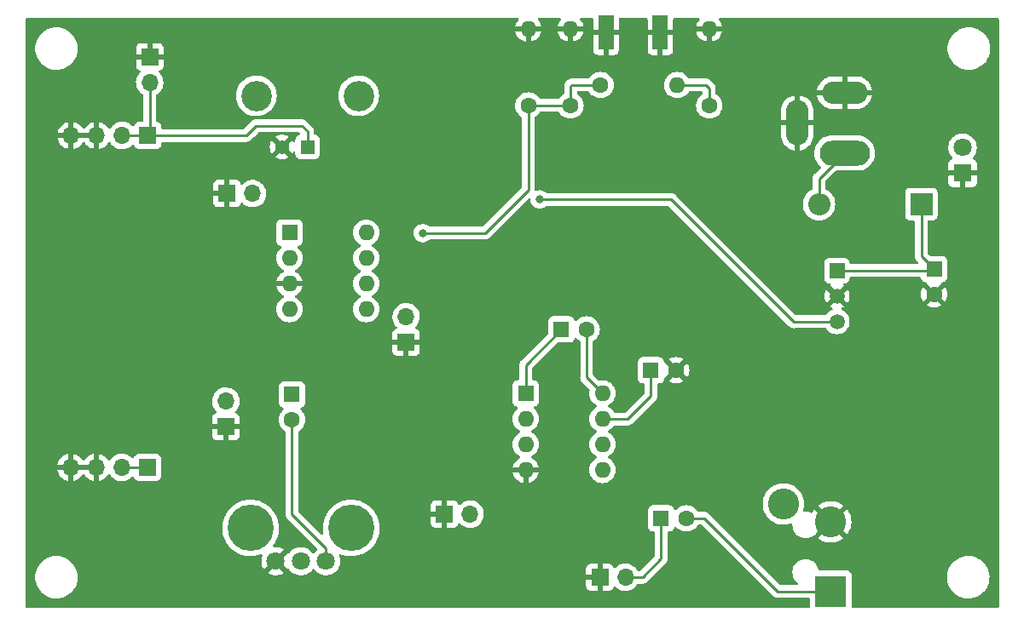
<source format=gbr>
%TF.GenerationSoftware,KiCad,Pcbnew,(6.0.7)*%
%TF.CreationDate,2024-07-20T13:04:07-04:00*%
%TF.ProjectId,DCV v2,44435620-7632-42e6-9b69-6361645f7063,rev?*%
%TF.SameCoordinates,Original*%
%TF.FileFunction,Copper,L2,Bot*%
%TF.FilePolarity,Positive*%
%FSLAX46Y46*%
G04 Gerber Fmt 4.6, Leading zero omitted, Abs format (unit mm)*
G04 Created by KiCad (PCBNEW (6.0.7)) date 2024-07-20 13:04:07*
%MOMM*%
%LPD*%
G01*
G04 APERTURE LIST*
%TA.AperFunction,ComponentPad*%
%ADD10R,1.700000X1.700000*%
%TD*%
%TA.AperFunction,ComponentPad*%
%ADD11O,1.700000X1.700000*%
%TD*%
%TA.AperFunction,ComponentPad*%
%ADD12R,1.600000X1.600000*%
%TD*%
%TA.AperFunction,ComponentPad*%
%ADD13C,1.600000*%
%TD*%
%TA.AperFunction,ComponentPad*%
%ADD14O,5.000000X2.500000*%
%TD*%
%TA.AperFunction,ComponentPad*%
%ADD15O,4.500000X2.250000*%
%TD*%
%TA.AperFunction,ComponentPad*%
%ADD16O,2.250000X4.500000*%
%TD*%
%TA.AperFunction,ComponentPad*%
%ADD17O,1.600000X1.600000*%
%TD*%
%TA.AperFunction,ComponentPad*%
%ADD18R,1.500000X1.500000*%
%TD*%
%TA.AperFunction,ComponentPad*%
%ADD19C,1.500000*%
%TD*%
%TA.AperFunction,ComponentPad*%
%ADD20C,4.600000*%
%TD*%
%TA.AperFunction,ComponentPad*%
%ADD21C,1.800000*%
%TD*%
%TA.AperFunction,ComponentPad*%
%ADD22R,1.398000X1.398000*%
%TD*%
%TA.AperFunction,ComponentPad*%
%ADD23C,1.398000*%
%TD*%
%TA.AperFunction,ComponentPad*%
%ADD24C,3.015000*%
%TD*%
%TA.AperFunction,ComponentPad*%
%ADD25R,3.092000X3.092000*%
%TD*%
%TA.AperFunction,ComponentPad*%
%ADD26C,3.092000*%
%TD*%
%TA.AperFunction,SMDPad,CuDef*%
%ADD27R,1.500000X3.500000*%
%TD*%
%TA.AperFunction,ComponentPad*%
%ADD28R,1.800000X1.800000*%
%TD*%
%TA.AperFunction,ComponentPad*%
%ADD29R,2.200000X2.200000*%
%TD*%
%TA.AperFunction,ComponentPad*%
%ADD30O,2.200000X2.200000*%
%TD*%
%TA.AperFunction,ViaPad*%
%ADD31C,0.800000*%
%TD*%
%TA.AperFunction,Conductor*%
%ADD32C,0.250000*%
%TD*%
G04 APERTURE END LIST*
D10*
%TO.P,J10,1,Pin_1*%
%TO.N,GND*%
X140716000Y-101600000D03*
D11*
%TO.P,J10,2,Pin_2*%
%TO.N,Net-(C4-Pad1)*%
X143256000Y-101600000D03*
%TD*%
D12*
%TO.P,C7,1*%
%TO.N,12V*%
X189333500Y-77240349D03*
D13*
%TO.P,C7,2*%
%TO.N,GND*%
X189333500Y-79740349D03*
%TD*%
D12*
%TO.P,C11,1*%
%TO.N,Net-(C11-Pad1)*%
X161216500Y-87302500D03*
D13*
%TO.P,C11,2*%
%TO.N,GND*%
X163716500Y-87302500D03*
%TD*%
D14*
%TO.P,J4,1*%
%TO.N,Net-(D2-Pad2)*%
X180443500Y-65693000D03*
D15*
%TO.P,J4,2*%
%TO.N,GND*%
X180443500Y-59693000D03*
D16*
%TO.P,J4,3*%
X175743500Y-62693000D03*
%TD*%
D13*
%TO.P,R4,1*%
%TO.N,Net-(C6-Pad1)*%
X156210000Y-58928000D03*
D17*
%TO.P,R4,2*%
%TO.N,Net-(J3-Pad1)*%
X163830000Y-58928000D03*
%TD*%
D13*
%TO.P,R9,1*%
%TO.N,Net-(C6-Pad1)*%
X149034500Y-60960000D03*
D17*
%TO.P,R9,2*%
%TO.N,GND*%
X149034500Y-53340000D03*
%TD*%
D12*
%TO.P,U4,1,GAIN*%
%TO.N,Net-(C12-Pad1)*%
X148780500Y-89598500D03*
D17*
%TO.P,U4,2,-*%
%TO.N,Net-(R7-Pad2)*%
X148780500Y-92138500D03*
%TO.P,U4,3,+*%
%TO.N,Net-(C4-Pad1)*%
X148780500Y-94678500D03*
%TO.P,U4,4,GND*%
%TO.N,GND*%
X148780500Y-97218500D03*
%TO.P,U4,5*%
%TO.N,Net-(C15-Pad1)*%
X156400500Y-97218500D03*
%TO.P,U4,6,V+*%
%TO.N,12V*%
X156400500Y-94678500D03*
%TO.P,U4,7,BYPASS*%
%TO.N,Net-(C11-Pad1)*%
X156400500Y-92138500D03*
%TO.P,U4,8,GAIN*%
%TO.N,Net-(C12-Pad2)*%
X156400500Y-89598500D03*
%TD*%
D18*
%TO.P,U3,1,VI*%
%TO.N,12V*%
X179681500Y-77377000D03*
D19*
%TO.P,U3,2,GND*%
%TO.N,GND*%
X179681500Y-79917000D03*
%TO.P,U3,3,VO*%
%TO.N,RX6V*%
X179681500Y-82457000D03*
%TD*%
D10*
%TO.P,J6,1,Pin_1*%
%TO.N,GND*%
X136906000Y-84518500D03*
D11*
%TO.P,J6,2,Pin_2*%
%TO.N,Net-(C6-Pad2)*%
X136906000Y-81978500D03*
%TD*%
D12*
%TO.P,C15,1*%
%TO.N,Net-(C15-Pad1)*%
X162232500Y-102034500D03*
D13*
%TO.P,C15,2*%
%TO.N,Net-(C15-Pad2)*%
X164732500Y-102034500D03*
%TD*%
D10*
%TO.P,J7,1,Pin_1*%
%TO.N,GND*%
X118999000Y-92905500D03*
D11*
%TO.P,J7,2,Pin_2*%
%TO.N,Net-(C1-Pad1)*%
X118999000Y-90365500D03*
%TD*%
D20*
%TO.P,RV1,*%
%TO.N,*%
X121453500Y-102986000D03*
X131453500Y-102986000D03*
D21*
%TO.P,RV1,1,1*%
%TO.N,GND*%
X123953500Y-106286000D03*
%TO.P,RV1,2,2*%
%TO.N,Net-(R1-Pad1)*%
X126453500Y-106286000D03*
%TO.P,RV1,3,3*%
%TO.N,Net-(C3-Pad2)*%
X128953500Y-106286000D03*
%TD*%
D22*
%TO.P,J1,1,1*%
%TO.N,Net-(J1-Pad1)*%
X127114300Y-65089000D03*
D23*
%TO.P,J1,2,2*%
%TO.N,GND*%
X124574300Y-65089000D03*
D24*
%TO.P,J1,P1,SHIELD*%
%TO.N,unconnected-(J1-PadP1)*%
X122034300Y-60009000D03*
%TO.P,J1,P2,SHIELD*%
%TO.N,unconnected-(J1-PadP2)*%
X132194300Y-60009000D03*
%TD*%
D25*
%TO.P,J5,1,1*%
%TO.N,Net-(C15-Pad2)*%
X179070500Y-109285500D03*
D26*
%TO.P,J5,2,2*%
%TO.N,GND*%
X179070500Y-102385500D03*
%TO.P,J5,3,3*%
%TO.N,unconnected-(J5-Pad3)*%
X174370500Y-100585500D03*
%TD*%
D13*
%TO.P,R3,1*%
%TO.N,Net-(C6-Pad1)*%
X153225500Y-60960000D03*
D17*
%TO.P,R3,2*%
%TO.N,GND*%
X153225500Y-53340000D03*
%TD*%
D12*
%TO.P,C3,1*%
%TO.N,Net-(C1-Pad1)*%
X125564900Y-89715849D03*
D13*
%TO.P,C3,2*%
%TO.N,Net-(C3-Pad2)*%
X125564900Y-92215849D03*
%TD*%
D12*
%TO.P,U2,1,IN_A*%
%TO.N,Net-(C8-Pad2)*%
X125320900Y-73606500D03*
D17*
%TO.P,U2,2,IN_B*%
%TO.N,Net-(C2-Pad1)*%
X125320900Y-76146500D03*
%TO.P,U2,3,GND*%
%TO.N,GND*%
X125320900Y-78686500D03*
%TO.P,U2,4,OUT_A*%
%TO.N,Net-(C1-Pad1)*%
X125320900Y-81226500D03*
%TO.P,U2,5,OUT_B*%
%TO.N,unconnected-(U2-Pad5)*%
X132940900Y-81226500D03*
%TO.P,U2,6,OSC_B*%
%TO.N,Net-(C6-Pad2)*%
X132940900Y-78686500D03*
%TO.P,U2,7,OSC_E*%
%TO.N,unconnected-(U2-Pad7)*%
X132940900Y-76146500D03*
%TO.P,U2,8,Vcc*%
%TO.N,Net-(C5-Pad1)*%
X132940900Y-73606500D03*
%TD*%
D27*
%TO.P,J3,G3*%
%TO.N,GND*%
X162148500Y-53685000D03*
%TO.P,J3,G4*%
X156748500Y-53685000D03*
%TD*%
D28*
%TO.P,D1,1,K*%
%TO.N,GND*%
X192163700Y-67703700D03*
D21*
%TO.P,D1,2,A*%
%TO.N,Net-(D1-Pad2)*%
X192163700Y-65163700D03*
%TD*%
D29*
%TO.P,D2,1,K*%
%TO.N,12V*%
X188063500Y-70773000D03*
D30*
%TO.P,D2,2,A*%
%TO.N,Net-(D2-Pad2)*%
X177903500Y-70773000D03*
%TD*%
D10*
%TO.P,J9,1,Pin_1*%
%TO.N,GND*%
X156141500Y-107886500D03*
D11*
%TO.P,J9,2,Pin_2*%
%TO.N,Net-(C15-Pad1)*%
X158681500Y-107886500D03*
%TD*%
D12*
%TO.P,C12,1*%
%TO.N,Net-(C12-Pad1)*%
X152326500Y-83238500D03*
D13*
%TO.P,C12,2*%
%TO.N,Net-(C12-Pad2)*%
X154826500Y-83238500D03*
%TD*%
%TO.P,R5,1*%
%TO.N,Net-(J3-Pad1)*%
X167005000Y-60960000D03*
D17*
%TO.P,R5,2*%
%TO.N,GND*%
X167005000Y-53340000D03*
%TD*%
D10*
%TO.P,U1,1,IN*%
%TO.N,Net-(J1-Pad1)*%
X111259900Y-63944500D03*
D11*
%TO.P,U1,2,IN*%
X108719900Y-63944500D03*
%TO.P,U1,3,GND*%
%TO.N,GND*%
X106179900Y-63944500D03*
%TO.P,U1,4,GND*%
X103639900Y-63944500D03*
%TO.P,U1,5,GND*%
X103593900Y-96964500D03*
%TO.P,U1,6,GND*%
X106133900Y-96964500D03*
%TO.P,U1,7,OUT*%
%TO.N,Net-(C8-Pad1)*%
X108673900Y-96964500D03*
D10*
%TO.P,U1,8,OUT*%
X111213900Y-96964500D03*
%TD*%
%TO.P,J8,1,Pin_1*%
%TO.N,GND*%
X111442500Y-56129000D03*
D11*
%TO.P,J8,2,Pin_2*%
%TO.N,Net-(J1-Pad1)*%
X111442500Y-58669000D03*
%TD*%
D10*
%TO.P,J2,1,Pin_1*%
%TO.N,GND*%
X119121000Y-69723000D03*
D11*
%TO.P,J2,2,Pin_2*%
%TO.N,Net-(C8-Pad2)*%
X121661000Y-69723000D03*
%TD*%
D31*
%TO.N,Net-(C6-Pad1)*%
X138557000Y-73660000D03*
%TO.N,RX6V*%
X150167500Y-70304500D03*
%TD*%
D32*
%TO.N,Net-(C3-Pad2)*%
X125564900Y-92215849D02*
X125564900Y-101625400D01*
X125564900Y-101625400D02*
X128953500Y-105014000D01*
X128953500Y-105014000D02*
X128953500Y-106286000D01*
%TO.N,Net-(C6-Pad1)*%
X144716500Y-73660000D02*
X138557000Y-73660000D01*
X153225500Y-59055000D02*
X153225500Y-60960000D01*
X156210000Y-58928000D02*
X153352500Y-58928000D01*
X153225500Y-60960000D02*
X149034500Y-60960000D01*
X149034500Y-69342000D02*
X144716500Y-73660000D01*
X153352500Y-58928000D02*
X153225500Y-59055000D01*
X149034500Y-60960000D02*
X149034500Y-69342000D01*
%TO.N,12V*%
X188063500Y-75970349D02*
X189333500Y-77240349D01*
X188063500Y-70773000D02*
X188063500Y-75970349D01*
X189196849Y-77377000D02*
X189333500Y-77240349D01*
X179681500Y-77377000D02*
X189196849Y-77377000D01*
%TO.N,RX6V*%
X150167500Y-70304500D02*
X163205000Y-70304500D01*
X175416500Y-82457000D02*
X179681500Y-82457000D01*
X163205000Y-70304500D02*
X175387000Y-82486500D01*
X175387000Y-82486500D02*
X175416500Y-82457000D01*
%TO.N,Net-(D2-Pad2)*%
X177903500Y-68233000D02*
X180443500Y-65693000D01*
X177903500Y-70773000D02*
X177903500Y-68233000D01*
%TO.N,Net-(J1-Pad1)*%
X108719900Y-63944500D02*
X111259900Y-63944500D01*
X111442500Y-58669000D02*
X111442500Y-63761900D01*
X127114300Y-63550800D02*
X127114300Y-65089000D01*
X121983500Y-62992000D02*
X126555500Y-62992000D01*
X121031000Y-63944500D02*
X121983500Y-62992000D01*
X111259900Y-63944500D02*
X121031000Y-63944500D01*
X126555500Y-62992000D02*
X127114300Y-63550800D01*
X111442500Y-63761900D02*
X111259900Y-63944500D01*
%TO.N,Net-(J3-Pad1)*%
X167005000Y-60960000D02*
X167005000Y-59245500D01*
X167005000Y-59245500D02*
X166687500Y-58928000D01*
X166687500Y-58928000D02*
X163830000Y-58928000D01*
%TO.N,Net-(C8-Pad1)*%
X108673900Y-96964500D02*
X111213900Y-96964500D01*
%TO.N,Net-(C11-Pad1)*%
X161216500Y-89842500D02*
X161216500Y-87302500D01*
X156400500Y-92138500D02*
X158920500Y-92138500D01*
X158920500Y-92138500D02*
X161216500Y-89842500D01*
%TO.N,Net-(C12-Pad1)*%
X148780500Y-89598500D02*
X148780500Y-86784500D01*
X148780500Y-86784500D02*
X152326500Y-83238500D01*
%TO.N,Net-(C12-Pad2)*%
X154826500Y-88024500D02*
X156400500Y-89598500D01*
X154826500Y-83238500D02*
X154826500Y-88024500D01*
%TO.N,Net-(C15-Pad1)*%
X162232500Y-102034500D02*
X162232500Y-106055000D01*
X162232500Y-106055000D02*
X160401000Y-107886500D01*
X160401000Y-107886500D02*
X158681500Y-107886500D01*
%TO.N,Net-(C15-Pad2)*%
X173801500Y-109285500D02*
X166550500Y-102034500D01*
X179070500Y-109285500D02*
X173801500Y-109285500D01*
X166550500Y-102034500D02*
X164732500Y-102034500D01*
%TD*%
%TA.AperFunction,Conductor*%
%TO.N,GND*%
G36*
X148027640Y-52281002D02*
G01*
X148074133Y-52334658D01*
X148084237Y-52404932D01*
X148054743Y-52469512D01*
X148048614Y-52476095D01*
X148032584Y-52492125D01*
X148025528Y-52500533D01*
X147900569Y-52678993D01*
X147895086Y-52688489D01*
X147803010Y-52885947D01*
X147799264Y-52896239D01*
X147753106Y-53068503D01*
X147753442Y-53082599D01*
X147761384Y-53086000D01*
X150302467Y-53086000D01*
X150315998Y-53082027D01*
X150317227Y-53073478D01*
X150269736Y-52896239D01*
X150265990Y-52885947D01*
X150173914Y-52688489D01*
X150168431Y-52678993D01*
X150043472Y-52500533D01*
X150036416Y-52492125D01*
X150020386Y-52476095D01*
X149986360Y-52413783D01*
X149991425Y-52342968D01*
X150033972Y-52286132D01*
X150100492Y-52261321D01*
X150109481Y-52261000D01*
X152150519Y-52261000D01*
X152218640Y-52281002D01*
X152265133Y-52334658D01*
X152275237Y-52404932D01*
X152245743Y-52469512D01*
X152239614Y-52476095D01*
X152223584Y-52492125D01*
X152216528Y-52500533D01*
X152091569Y-52678993D01*
X152086086Y-52688489D01*
X151994010Y-52885947D01*
X151990264Y-52896239D01*
X151944106Y-53068503D01*
X151944442Y-53082599D01*
X151952384Y-53086000D01*
X154493467Y-53086000D01*
X154506998Y-53082027D01*
X154508227Y-53073478D01*
X154460736Y-52896239D01*
X154456990Y-52885947D01*
X154364914Y-52688489D01*
X154359431Y-52678993D01*
X154234472Y-52500533D01*
X154227416Y-52492125D01*
X154211386Y-52476095D01*
X154177360Y-52413783D01*
X154182425Y-52342968D01*
X154224972Y-52286132D01*
X154291492Y-52261321D01*
X154300481Y-52261000D01*
X155364500Y-52261000D01*
X155432621Y-52281002D01*
X155479114Y-52334658D01*
X155490500Y-52387000D01*
X155490500Y-53412885D01*
X155494975Y-53428124D01*
X155496365Y-53429329D01*
X155504048Y-53431000D01*
X157988384Y-53431000D01*
X158003623Y-53426525D01*
X158004828Y-53425135D01*
X158006499Y-53417452D01*
X158006499Y-52387000D01*
X158026501Y-52318879D01*
X158080157Y-52272386D01*
X158132499Y-52261000D01*
X160764500Y-52261000D01*
X160832621Y-52281002D01*
X160879114Y-52334658D01*
X160890500Y-52387000D01*
X160890500Y-53412885D01*
X160894975Y-53428124D01*
X160896365Y-53429329D01*
X160904048Y-53431000D01*
X163388384Y-53431000D01*
X163403623Y-53426525D01*
X163404828Y-53425135D01*
X163406499Y-53417452D01*
X163406499Y-52387000D01*
X163426501Y-52318879D01*
X163480157Y-52272386D01*
X163532499Y-52261000D01*
X165930019Y-52261000D01*
X165998140Y-52281002D01*
X166044633Y-52334658D01*
X166054737Y-52404932D01*
X166025243Y-52469512D01*
X166019114Y-52476095D01*
X166003084Y-52492125D01*
X165996028Y-52500533D01*
X165871069Y-52678993D01*
X165865586Y-52688489D01*
X165773510Y-52885947D01*
X165769764Y-52896239D01*
X165723606Y-53068503D01*
X165723942Y-53082599D01*
X165731884Y-53086000D01*
X168272967Y-53086000D01*
X168286498Y-53082027D01*
X168287727Y-53073478D01*
X168240236Y-52896239D01*
X168236490Y-52885947D01*
X168144414Y-52688489D01*
X168138931Y-52678993D01*
X168013972Y-52500533D01*
X168006916Y-52492125D01*
X167990886Y-52476095D01*
X167956860Y-52413783D01*
X167961925Y-52342968D01*
X168004472Y-52286132D01*
X168070992Y-52261321D01*
X168079981Y-52261000D01*
X195644000Y-52261000D01*
X195712121Y-52281002D01*
X195758614Y-52334658D01*
X195770000Y-52387000D01*
X195770000Y-110808000D01*
X195749998Y-110876121D01*
X195696342Y-110922614D01*
X195644000Y-110934000D01*
X181251000Y-110934000D01*
X181182879Y-110913998D01*
X181136386Y-110860342D01*
X181125000Y-110808000D01*
X181125000Y-108019203D01*
X190613243Y-108019203D01*
X190613802Y-108023447D01*
X190613802Y-108023451D01*
X190620749Y-108076215D01*
X190650768Y-108304234D01*
X190651901Y-108308374D01*
X190651901Y-108308376D01*
X190654505Y-108317895D01*
X190726629Y-108581536D01*
X190728313Y-108585484D01*
X190819470Y-108799196D01*
X190839423Y-108845976D01*
X190987061Y-109092661D01*
X191166813Y-109317028D01*
X191375351Y-109514923D01*
X191608817Y-109682686D01*
X191612612Y-109684695D01*
X191612613Y-109684696D01*
X191634369Y-109696215D01*
X191862892Y-109817212D01*
X191887199Y-109826107D01*
X192110996Y-109908005D01*
X192132873Y-109916011D01*
X192413764Y-109977255D01*
X192442341Y-109979504D01*
X192636782Y-109994807D01*
X192636791Y-109994807D01*
X192639239Y-109995000D01*
X192794771Y-109995000D01*
X192796907Y-109994854D01*
X192796918Y-109994854D01*
X193005048Y-109980665D01*
X193005054Y-109980664D01*
X193009325Y-109980373D01*
X193013520Y-109979504D01*
X193013522Y-109979504D01*
X193209099Y-109939002D01*
X193290842Y-109922074D01*
X193561843Y-109826107D01*
X193817312Y-109694250D01*
X193820813Y-109691789D01*
X193820817Y-109691787D01*
X193934918Y-109611595D01*
X194052523Y-109528941D01*
X194263122Y-109333240D01*
X194445213Y-109110768D01*
X194595427Y-108865642D01*
X194599427Y-108856531D01*
X194709257Y-108606330D01*
X194710983Y-108602398D01*
X194730747Y-108533018D01*
X194753396Y-108453506D01*
X194789744Y-108325906D01*
X194830251Y-108041284D01*
X194830345Y-108023451D01*
X194831735Y-107758083D01*
X194831735Y-107758076D01*
X194831757Y-107753797D01*
X194824370Y-107697683D01*
X194805977Y-107557977D01*
X194794232Y-107468766D01*
X194718371Y-107191464D01*
X194689860Y-107124622D01*
X194607263Y-106930976D01*
X194607261Y-106930972D01*
X194605577Y-106927024D01*
X194502204Y-106754300D01*
X194460143Y-106684021D01*
X194460140Y-106684017D01*
X194457939Y-106680339D01*
X194278187Y-106455972D01*
X194099074Y-106286000D01*
X194072758Y-106261027D01*
X194072755Y-106261025D01*
X194069649Y-106258077D01*
X193836183Y-106090314D01*
X193814343Y-106078750D01*
X193791154Y-106066472D01*
X193582108Y-105955788D01*
X193312127Y-105856989D01*
X193031236Y-105795745D01*
X193000185Y-105793301D01*
X192808218Y-105778193D01*
X192808209Y-105778193D01*
X192805761Y-105778000D01*
X192650229Y-105778000D01*
X192648093Y-105778146D01*
X192648082Y-105778146D01*
X192439952Y-105792335D01*
X192439946Y-105792336D01*
X192435675Y-105792627D01*
X192431480Y-105793496D01*
X192431478Y-105793496D01*
X192384880Y-105803146D01*
X192154158Y-105850926D01*
X191883157Y-105946893D01*
X191879348Y-105948859D01*
X191650134Y-106067165D01*
X191627688Y-106078750D01*
X191624187Y-106081211D01*
X191624183Y-106081213D01*
X191536681Y-106142711D01*
X191392477Y-106244059D01*
X191351241Y-106282378D01*
X191185816Y-106436101D01*
X191181878Y-106439760D01*
X190999787Y-106662232D01*
X190849573Y-106907358D01*
X190847847Y-106911291D01*
X190847846Y-106911292D01*
X190836887Y-106936257D01*
X190734017Y-107170602D01*
X190655256Y-107447094D01*
X190633549Y-107599616D01*
X190619593Y-107697683D01*
X190614749Y-107731716D01*
X190614727Y-107736005D01*
X190614726Y-107736012D01*
X190613265Y-108014917D01*
X190613243Y-108019203D01*
X181125000Y-108019203D01*
X181125000Y-107691366D01*
X181118245Y-107629184D01*
X181067115Y-107492795D01*
X180979761Y-107376239D01*
X180863205Y-107288885D01*
X180726816Y-107237755D01*
X180664634Y-107231000D01*
X177980444Y-107231000D01*
X177912323Y-107210998D01*
X177865830Y-107157342D01*
X177858737Y-107137611D01*
X177806207Y-106941567D01*
X177806206Y-106941565D01*
X177804784Y-106936257D01*
X177802461Y-106931275D01*
X177710349Y-106733738D01*
X177710346Y-106733733D01*
X177708023Y-106728751D01*
X177634598Y-106623889D01*
X177579857Y-106545711D01*
X177579855Y-106545708D01*
X177576698Y-106541200D01*
X177414800Y-106379302D01*
X177410292Y-106376145D01*
X177410289Y-106376143D01*
X177295233Y-106295580D01*
X177227249Y-106247977D01*
X177222267Y-106245654D01*
X177222262Y-106245651D01*
X177024725Y-106153539D01*
X177024724Y-106153539D01*
X177019743Y-106151216D01*
X177014435Y-106149794D01*
X177014433Y-106149793D01*
X176803902Y-106093381D01*
X176803900Y-106093381D01*
X176798587Y-106091957D01*
X176694905Y-106082886D01*
X176630351Y-106077238D01*
X176630344Y-106077238D01*
X176627627Y-106077000D01*
X176513373Y-106077000D01*
X176510656Y-106077238D01*
X176510649Y-106077238D01*
X176446095Y-106082886D01*
X176342413Y-106091957D01*
X176337100Y-106093381D01*
X176337098Y-106093381D01*
X176126567Y-106149793D01*
X176126565Y-106149794D01*
X176121257Y-106151216D01*
X176116276Y-106153539D01*
X176116275Y-106153539D01*
X175918738Y-106245651D01*
X175918733Y-106245654D01*
X175913751Y-106247977D01*
X175845767Y-106295580D01*
X175730711Y-106376143D01*
X175730708Y-106376145D01*
X175726200Y-106379302D01*
X175564302Y-106541200D01*
X175561145Y-106545708D01*
X175561143Y-106545711D01*
X175506402Y-106623889D01*
X175432977Y-106728751D01*
X175430654Y-106733733D01*
X175430651Y-106733738D01*
X175338539Y-106931275D01*
X175336216Y-106936257D01*
X175334794Y-106941565D01*
X175334793Y-106941567D01*
X175302581Y-107061783D01*
X175276957Y-107157413D01*
X175257002Y-107385500D01*
X175276957Y-107613587D01*
X175278381Y-107618900D01*
X175278381Y-107618902D01*
X175299491Y-107697683D01*
X175336216Y-107834743D01*
X175338539Y-107839724D01*
X175338539Y-107839725D01*
X175430651Y-108037262D01*
X175430654Y-108037267D01*
X175432977Y-108042249D01*
X175564302Y-108229800D01*
X175726200Y-108391698D01*
X175730710Y-108394856D01*
X175730716Y-108394861D01*
X175770599Y-108422787D01*
X175814928Y-108478244D01*
X175822237Y-108548863D01*
X175790207Y-108612223D01*
X175729005Y-108648209D01*
X175698329Y-108652000D01*
X174116094Y-108652000D01*
X174047973Y-108631998D01*
X174026999Y-108615095D01*
X170549702Y-105137797D01*
X169419716Y-104007811D01*
X177813462Y-104007811D01*
X177820515Y-104017782D01*
X177857079Y-104048354D01*
X177864001Y-104053383D01*
X178093978Y-104197648D01*
X178101524Y-104201694D01*
X178348947Y-104313409D01*
X178356977Y-104316396D01*
X178617274Y-104393499D01*
X178625626Y-104395366D01*
X178893983Y-104436430D01*
X178902516Y-104437146D01*
X179173958Y-104441411D01*
X179182509Y-104440962D01*
X179452017Y-104408349D01*
X179460431Y-104406744D01*
X179723022Y-104337855D01*
X179731137Y-104335124D01*
X179981950Y-104231233D01*
X179989618Y-104227427D01*
X180224014Y-104090457D01*
X180231095Y-104085644D01*
X180317919Y-104017566D01*
X180326390Y-104005706D01*
X180319874Y-103994085D01*
X179083310Y-102757520D01*
X179069369Y-102749908D01*
X179067534Y-102750039D01*
X179060920Y-102754290D01*
X177820754Y-103994457D01*
X177813462Y-104007811D01*
X169419716Y-104007811D01*
X167054152Y-101642247D01*
X167046612Y-101633961D01*
X167042500Y-101627482D01*
X166992848Y-101580856D01*
X166990007Y-101578102D01*
X166970270Y-101558365D01*
X166967073Y-101555885D01*
X166958051Y-101548180D01*
X166931600Y-101523341D01*
X166925821Y-101517914D01*
X166918875Y-101514095D01*
X166918872Y-101514093D01*
X166908066Y-101508152D01*
X166891547Y-101497301D01*
X166886654Y-101493506D01*
X166875541Y-101484886D01*
X166868272Y-101481741D01*
X166868268Y-101481738D01*
X166834963Y-101467326D01*
X166824313Y-101462109D01*
X166785560Y-101440805D01*
X166765937Y-101435767D01*
X166747234Y-101429363D01*
X166735920Y-101424467D01*
X166735919Y-101424467D01*
X166728645Y-101421319D01*
X166720822Y-101420080D01*
X166720812Y-101420077D01*
X166684976Y-101414401D01*
X166673356Y-101411995D01*
X166638211Y-101402972D01*
X166638210Y-101402972D01*
X166630530Y-101401000D01*
X166610276Y-101401000D01*
X166590565Y-101399449D01*
X166578386Y-101397520D01*
X166570557Y-101396280D01*
X166562665Y-101397026D01*
X166526539Y-101400441D01*
X166514681Y-101401000D01*
X165951894Y-101401000D01*
X165883773Y-101380998D01*
X165848681Y-101347271D01*
X165741857Y-101194711D01*
X165741855Y-101194708D01*
X165738698Y-101190200D01*
X165576800Y-101028302D01*
X165572292Y-101025145D01*
X165572289Y-101025143D01*
X165494111Y-100970402D01*
X165389249Y-100896977D01*
X165384267Y-100894654D01*
X165384262Y-100894651D01*
X165186725Y-100802539D01*
X165186724Y-100802539D01*
X165181743Y-100800216D01*
X165176435Y-100798794D01*
X165176433Y-100798793D01*
X164965902Y-100742381D01*
X164965900Y-100742381D01*
X164960587Y-100740957D01*
X164732500Y-100721002D01*
X164504413Y-100740957D01*
X164499100Y-100742381D01*
X164499098Y-100742381D01*
X164288567Y-100798793D01*
X164288565Y-100798794D01*
X164283257Y-100800216D01*
X164278276Y-100802539D01*
X164278275Y-100802539D01*
X164080738Y-100894651D01*
X164080733Y-100894654D01*
X164075751Y-100896977D01*
X163970889Y-100970402D01*
X163892711Y-101025143D01*
X163892708Y-101025145D01*
X163888200Y-101028302D01*
X163742500Y-101174002D01*
X163680188Y-101208028D01*
X163609373Y-101202963D01*
X163552537Y-101160416D01*
X163535368Y-101123763D01*
X163534245Y-101124184D01*
X163486267Y-100996203D01*
X163483115Y-100987795D01*
X163395761Y-100871239D01*
X163279205Y-100783885D01*
X163142816Y-100732755D01*
X163080634Y-100726000D01*
X161384366Y-100726000D01*
X161322184Y-100732755D01*
X161185795Y-100783885D01*
X161069239Y-100871239D01*
X160981885Y-100987795D01*
X160930755Y-101124184D01*
X160924000Y-101186366D01*
X160924000Y-102882634D01*
X160930755Y-102944816D01*
X160981885Y-103081205D01*
X161069239Y-103197761D01*
X161185795Y-103285115D01*
X161322184Y-103336245D01*
X161384366Y-103343000D01*
X161473000Y-103343000D01*
X161541121Y-103363002D01*
X161587614Y-103416658D01*
X161599000Y-103469000D01*
X161599000Y-105740406D01*
X161578998Y-105808527D01*
X161562095Y-105829501D01*
X160175500Y-107216095D01*
X160113188Y-107250121D01*
X160086405Y-107253000D01*
X159958305Y-107253000D01*
X159890184Y-107232998D01*
X159852513Y-107195440D01*
X159764322Y-107059117D01*
X159764320Y-107059114D01*
X159761514Y-107054777D01*
X159611170Y-106889551D01*
X159607119Y-106886352D01*
X159607115Y-106886348D01*
X159439914Y-106754300D01*
X159439910Y-106754298D01*
X159435859Y-106751098D01*
X159240289Y-106643138D01*
X159235420Y-106641414D01*
X159235416Y-106641412D01*
X159034587Y-106570295D01*
X159034583Y-106570294D01*
X159029712Y-106568569D01*
X159024619Y-106567662D01*
X159024616Y-106567661D01*
X158814873Y-106530300D01*
X158814867Y-106530299D01*
X158809784Y-106529394D01*
X158735952Y-106528492D01*
X158591581Y-106526728D01*
X158591579Y-106526728D01*
X158586411Y-106526665D01*
X158365591Y-106560455D01*
X158153256Y-106629857D01*
X158122943Y-106645637D01*
X157963283Y-106728751D01*
X157955107Y-106733007D01*
X157950974Y-106736110D01*
X157950971Y-106736112D01*
X157780600Y-106864030D01*
X157776465Y-106867135D01*
X157772893Y-106870873D01*
X157695398Y-106951966D01*
X157633874Y-106987395D01*
X157562962Y-106983938D01*
X157505176Y-106942692D01*
X157486323Y-106909144D01*
X157444824Y-106798446D01*
X157436286Y-106782851D01*
X157359785Y-106680776D01*
X157347224Y-106668215D01*
X157245149Y-106591714D01*
X157229554Y-106583176D01*
X157109106Y-106538022D01*
X157093851Y-106534395D01*
X157042986Y-106528869D01*
X157036172Y-106528500D01*
X156413615Y-106528500D01*
X156398376Y-106532975D01*
X156397171Y-106534365D01*
X156395500Y-106542048D01*
X156395500Y-109226384D01*
X156399975Y-109241623D01*
X156401365Y-109242828D01*
X156409048Y-109244499D01*
X157036169Y-109244499D01*
X157042990Y-109244129D01*
X157093852Y-109238605D01*
X157109104Y-109234979D01*
X157229554Y-109189824D01*
X157245149Y-109181286D01*
X157347224Y-109104785D01*
X157359785Y-109092224D01*
X157436286Y-108990149D01*
X157444824Y-108974554D01*
X157485725Y-108865452D01*
X157528367Y-108808688D01*
X157594928Y-108783988D01*
X157664277Y-108799196D01*
X157698944Y-108827184D01*
X157724365Y-108856531D01*
X157724369Y-108856535D01*
X157727750Y-108860438D01*
X157899626Y-109003132D01*
X158092500Y-109115838D01*
X158301192Y-109195530D01*
X158306260Y-109196561D01*
X158306263Y-109196562D01*
X158413517Y-109218383D01*
X158520097Y-109240067D01*
X158525272Y-109240257D01*
X158525274Y-109240257D01*
X158738173Y-109248064D01*
X158738177Y-109248064D01*
X158743337Y-109248253D01*
X158748457Y-109247597D01*
X158748459Y-109247597D01*
X158959788Y-109220525D01*
X158959789Y-109220525D01*
X158964916Y-109219868D01*
X158969866Y-109218383D01*
X159173929Y-109157161D01*
X159173934Y-109157159D01*
X159178884Y-109155674D01*
X159379494Y-109057396D01*
X159561360Y-108927673D01*
X159719596Y-108769989D01*
X159849953Y-108588577D01*
X159852246Y-108583937D01*
X159853946Y-108581108D01*
X159906174Y-108533018D01*
X159961951Y-108520000D01*
X160322233Y-108520000D01*
X160333416Y-108520527D01*
X160340909Y-108522202D01*
X160348835Y-108521953D01*
X160348836Y-108521953D01*
X160408986Y-108520062D01*
X160412945Y-108520000D01*
X160440856Y-108520000D01*
X160444791Y-108519503D01*
X160444856Y-108519495D01*
X160456693Y-108518562D01*
X160488951Y-108517548D01*
X160492970Y-108517422D01*
X160500889Y-108517173D01*
X160520343Y-108511521D01*
X160539700Y-108507513D01*
X160551930Y-108505968D01*
X160551931Y-108505968D01*
X160559797Y-108504974D01*
X160567168Y-108502055D01*
X160567170Y-108502055D01*
X160600912Y-108488696D01*
X160612142Y-108484851D01*
X160646983Y-108474729D01*
X160646984Y-108474729D01*
X160654593Y-108472518D01*
X160661412Y-108468485D01*
X160661417Y-108468483D01*
X160672028Y-108462207D01*
X160689776Y-108453512D01*
X160708617Y-108446052D01*
X160744387Y-108420064D01*
X160754307Y-108413548D01*
X160785535Y-108395080D01*
X160785538Y-108395078D01*
X160792362Y-108391042D01*
X160806683Y-108376721D01*
X160821717Y-108363880D01*
X160831694Y-108356631D01*
X160838107Y-108351972D01*
X160866298Y-108317895D01*
X160874288Y-108309116D01*
X162624747Y-106558657D01*
X162633037Y-106551113D01*
X162639518Y-106547000D01*
X162686159Y-106497332D01*
X162688913Y-106494491D01*
X162708634Y-106474770D01*
X162711112Y-106471575D01*
X162718818Y-106462553D01*
X162743658Y-106436101D01*
X162749086Y-106430321D01*
X162758846Y-106412568D01*
X162769699Y-106396045D01*
X162777253Y-106386306D01*
X162782113Y-106380041D01*
X162799676Y-106339457D01*
X162804883Y-106328827D01*
X162826195Y-106290060D01*
X162828166Y-106282383D01*
X162828168Y-106282378D01*
X162831232Y-106270442D01*
X162837638Y-106251730D01*
X162839695Y-106246978D01*
X162845681Y-106233145D01*
X162846921Y-106225317D01*
X162846923Y-106225310D01*
X162852599Y-106189476D01*
X162855005Y-106177856D01*
X162864028Y-106142711D01*
X162864028Y-106142710D01*
X162866000Y-106135030D01*
X162866000Y-106114776D01*
X162867551Y-106095065D01*
X162868304Y-106090314D01*
X162870720Y-106075057D01*
X162866559Y-106031038D01*
X162866000Y-106019181D01*
X162866000Y-103469000D01*
X162886002Y-103400879D01*
X162939658Y-103354386D01*
X162992000Y-103343000D01*
X163080634Y-103343000D01*
X163142816Y-103336245D01*
X163279205Y-103285115D01*
X163395761Y-103197761D01*
X163483115Y-103081205D01*
X163534245Y-102944816D01*
X163536191Y-102945546D01*
X163566045Y-102893295D01*
X163629003Y-102860479D01*
X163699707Y-102866909D01*
X163742500Y-102894998D01*
X163888200Y-103040698D01*
X163892708Y-103043855D01*
X163892711Y-103043857D01*
X163934042Y-103072797D01*
X164075751Y-103172023D01*
X164080733Y-103174346D01*
X164080738Y-103174349D01*
X164278275Y-103266461D01*
X164283257Y-103268784D01*
X164288565Y-103270206D01*
X164288567Y-103270207D01*
X164499098Y-103326619D01*
X164499100Y-103326619D01*
X164504413Y-103328043D01*
X164732500Y-103347998D01*
X164960587Y-103328043D01*
X164965900Y-103326619D01*
X164965902Y-103326619D01*
X165176433Y-103270207D01*
X165176435Y-103270206D01*
X165181743Y-103268784D01*
X165186725Y-103266461D01*
X165384262Y-103174349D01*
X165384267Y-103174346D01*
X165389249Y-103172023D01*
X165530958Y-103072797D01*
X165572289Y-103043857D01*
X165572292Y-103043855D01*
X165576800Y-103040698D01*
X165738698Y-102878800D01*
X165744397Y-102870661D01*
X165848681Y-102721729D01*
X165904138Y-102677401D01*
X165951894Y-102668000D01*
X166235906Y-102668000D01*
X166304027Y-102688002D01*
X166325001Y-102704905D01*
X173297843Y-109677747D01*
X173305387Y-109686037D01*
X173309500Y-109692518D01*
X173315277Y-109697943D01*
X173359167Y-109739158D01*
X173362009Y-109741913D01*
X173381731Y-109761635D01*
X173384855Y-109764058D01*
X173384859Y-109764062D01*
X173384924Y-109764112D01*
X173393945Y-109771817D01*
X173426179Y-109802086D01*
X173433127Y-109805905D01*
X173433129Y-109805907D01*
X173443932Y-109811846D01*
X173460459Y-109822702D01*
X173470198Y-109830257D01*
X173470200Y-109830258D01*
X173476460Y-109835114D01*
X173517040Y-109852674D01*
X173527688Y-109857891D01*
X173566440Y-109879195D01*
X173574116Y-109881166D01*
X173574119Y-109881167D01*
X173586062Y-109884233D01*
X173604767Y-109890637D01*
X173623355Y-109898681D01*
X173631178Y-109899920D01*
X173631188Y-109899923D01*
X173667024Y-109905599D01*
X173678644Y-109908005D01*
X173704083Y-109914536D01*
X173721470Y-109919000D01*
X173741724Y-109919000D01*
X173761434Y-109920551D01*
X173781443Y-109923720D01*
X173789335Y-109922974D01*
X173825461Y-109919559D01*
X173837319Y-109919000D01*
X176890000Y-109919000D01*
X176958121Y-109939002D01*
X177004614Y-109992658D01*
X177016000Y-110045000D01*
X177016000Y-110808000D01*
X176995998Y-110876121D01*
X176942342Y-110922614D01*
X176890000Y-110934000D01*
X99250000Y-110934000D01*
X99181879Y-110913998D01*
X99135386Y-110860342D01*
X99124000Y-110808000D01*
X99124000Y-108019203D01*
X100062243Y-108019203D01*
X100062802Y-108023447D01*
X100062802Y-108023451D01*
X100069749Y-108076215D01*
X100099768Y-108304234D01*
X100100901Y-108308374D01*
X100100901Y-108308376D01*
X100103505Y-108317895D01*
X100175629Y-108581536D01*
X100177313Y-108585484D01*
X100268470Y-108799196D01*
X100288423Y-108845976D01*
X100436061Y-109092661D01*
X100615813Y-109317028D01*
X100824351Y-109514923D01*
X101057817Y-109682686D01*
X101061612Y-109684695D01*
X101061613Y-109684696D01*
X101083369Y-109696215D01*
X101311892Y-109817212D01*
X101336199Y-109826107D01*
X101559996Y-109908005D01*
X101581873Y-109916011D01*
X101862764Y-109977255D01*
X101891341Y-109979504D01*
X102085782Y-109994807D01*
X102085791Y-109994807D01*
X102088239Y-109995000D01*
X102243771Y-109995000D01*
X102245907Y-109994854D01*
X102245918Y-109994854D01*
X102454048Y-109980665D01*
X102454054Y-109980664D01*
X102458325Y-109980373D01*
X102462520Y-109979504D01*
X102462522Y-109979504D01*
X102658099Y-109939002D01*
X102739842Y-109922074D01*
X103010843Y-109826107D01*
X103266312Y-109694250D01*
X103269813Y-109691789D01*
X103269817Y-109691787D01*
X103383917Y-109611596D01*
X103501523Y-109528941D01*
X103712122Y-109333240D01*
X103894213Y-109110768D01*
X104044427Y-108865642D01*
X104048427Y-108856531D01*
X104081508Y-108781169D01*
X154783501Y-108781169D01*
X154783871Y-108787990D01*
X154789395Y-108838852D01*
X154793021Y-108854104D01*
X154838176Y-108974554D01*
X154846714Y-108990149D01*
X154923215Y-109092224D01*
X154935776Y-109104785D01*
X155037851Y-109181286D01*
X155053446Y-109189824D01*
X155173894Y-109234978D01*
X155189149Y-109238605D01*
X155240014Y-109244131D01*
X155246828Y-109244500D01*
X155869385Y-109244500D01*
X155884624Y-109240025D01*
X155885829Y-109238635D01*
X155887500Y-109230952D01*
X155887500Y-108158615D01*
X155883025Y-108143376D01*
X155881635Y-108142171D01*
X155873952Y-108140500D01*
X154801616Y-108140500D01*
X154786377Y-108144975D01*
X154785172Y-108146365D01*
X154783501Y-108154048D01*
X154783501Y-108781169D01*
X104081508Y-108781169D01*
X104158257Y-108606330D01*
X104159983Y-108602398D01*
X104179747Y-108533018D01*
X104202396Y-108453506D01*
X104238744Y-108325906D01*
X104279251Y-108041284D01*
X104279345Y-108023451D01*
X104280735Y-107758083D01*
X104280735Y-107758076D01*
X104280757Y-107753797D01*
X104273370Y-107697683D01*
X104254977Y-107557977D01*
X104243232Y-107468766D01*
X104237389Y-107447406D01*
X123156923Y-107447406D01*
X123162204Y-107454461D01*
X123338580Y-107557527D01*
X123347863Y-107561974D01*
X123554503Y-107640883D01*
X123564401Y-107643759D01*
X123781153Y-107687857D01*
X123791383Y-107689076D01*
X124012414Y-107697182D01*
X124022723Y-107696714D01*
X124242123Y-107668608D01*
X124252188Y-107666468D01*
X124464057Y-107602905D01*
X124473652Y-107599144D01*
X124672278Y-107501838D01*
X124681136Y-107496559D01*
X124738597Y-107455572D01*
X124746997Y-107444874D01*
X124740010Y-107431721D01*
X123966311Y-106658021D01*
X123952368Y-106650408D01*
X123950534Y-106650539D01*
X123943920Y-106654790D01*
X123163680Y-107435031D01*
X123156923Y-107447406D01*
X104237389Y-107447406D01*
X104167371Y-107191464D01*
X104138860Y-107124622D01*
X104056263Y-106930976D01*
X104056261Y-106930972D01*
X104054577Y-106927024D01*
X103951204Y-106754300D01*
X103909143Y-106684021D01*
X103909140Y-106684017D01*
X103906939Y-106680339D01*
X103727187Y-106455972D01*
X103548074Y-106286000D01*
X103521758Y-106261027D01*
X103521755Y-106261025D01*
X103518649Y-106258077D01*
X103285183Y-106090314D01*
X103263343Y-106078750D01*
X103240154Y-106066472D01*
X103031108Y-105955788D01*
X102761127Y-105856989D01*
X102480236Y-105795745D01*
X102449185Y-105793301D01*
X102257218Y-105778193D01*
X102257209Y-105778193D01*
X102254761Y-105778000D01*
X102099229Y-105778000D01*
X102097093Y-105778146D01*
X102097082Y-105778146D01*
X101888952Y-105792335D01*
X101888946Y-105792336D01*
X101884675Y-105792627D01*
X101880480Y-105793496D01*
X101880478Y-105793496D01*
X101833880Y-105803146D01*
X101603158Y-105850926D01*
X101332157Y-105946893D01*
X101328348Y-105948859D01*
X101099134Y-106067165D01*
X101076688Y-106078750D01*
X101073187Y-106081211D01*
X101073183Y-106081213D01*
X100985681Y-106142711D01*
X100841477Y-106244059D01*
X100800241Y-106282378D01*
X100634816Y-106436101D01*
X100630878Y-106439760D01*
X100448787Y-106662232D01*
X100298573Y-106907358D01*
X100296847Y-106911291D01*
X100296846Y-106911292D01*
X100285887Y-106936257D01*
X100183017Y-107170602D01*
X100104256Y-107447094D01*
X100082549Y-107599616D01*
X100068593Y-107697683D01*
X100063749Y-107731716D01*
X100063727Y-107736005D01*
X100063726Y-107736012D01*
X100062265Y-108014917D01*
X100062243Y-108019203D01*
X99124000Y-108019203D01*
X99124000Y-102897633D01*
X118641628Y-102897633D01*
X118641723Y-102901263D01*
X118641723Y-102901264D01*
X118643092Y-102953525D01*
X118650106Y-103221408D01*
X118650617Y-103224998D01*
X118650617Y-103224999D01*
X118665351Y-103328522D01*
X118695742Y-103542061D01*
X118777931Y-103855345D01*
X118895582Y-104157106D01*
X118978340Y-104313409D01*
X119043477Y-104436430D01*
X119047138Y-104443345D01*
X119049195Y-104446338D01*
X119228532Y-104707275D01*
X119228538Y-104707282D01*
X119230589Y-104710267D01*
X119232977Y-104713004D01*
X119413169Y-104919562D01*
X119443503Y-104954335D01*
X119683058Y-105172314D01*
X119686000Y-105174428D01*
X119943129Y-105359194D01*
X119943135Y-105359198D01*
X119946080Y-105361314D01*
X120229082Y-105518831D01*
X120528313Y-105642776D01*
X120531807Y-105643771D01*
X120531809Y-105643772D01*
X120788830Y-105716987D01*
X120839806Y-105731508D01*
X121059950Y-105767558D01*
X121155854Y-105783263D01*
X121155858Y-105783263D01*
X121159434Y-105783849D01*
X121163060Y-105784020D01*
X121479333Y-105798935D01*
X121479334Y-105798935D01*
X121482960Y-105799106D01*
X121518869Y-105796658D01*
X121802464Y-105777325D01*
X121802472Y-105777324D01*
X121806095Y-105777077D01*
X121809670Y-105776414D01*
X121809673Y-105776414D01*
X122120992Y-105718714D01*
X122120996Y-105718713D01*
X122124557Y-105718053D01*
X122434124Y-105622818D01*
X122473968Y-105605328D01*
X122544380Y-105596261D01*
X122608519Y-105626703D01*
X122646018Y-105686989D01*
X122644972Y-105757978D01*
X122638900Y-105773750D01*
X122629755Y-105793453D01*
X122626189Y-105803146D01*
X122567081Y-106016280D01*
X122565150Y-106026400D01*
X122541645Y-106246349D01*
X122541393Y-106256638D01*
X122554127Y-106477468D01*
X122555561Y-106487670D01*
X122604185Y-106703439D01*
X122607273Y-106713292D01*
X122690486Y-106918220D01*
X122695134Y-106927421D01*
X122783597Y-107071781D01*
X122794053Y-107081242D01*
X122802831Y-107077458D01*
X123953500Y-105926790D01*
X124742492Y-105137797D01*
X124749510Y-105124944D01*
X124741736Y-105114273D01*
X124739402Y-105112430D01*
X124730820Y-105106729D01*
X124537178Y-104999833D01*
X124527772Y-104995606D01*
X124319272Y-104921772D01*
X124309309Y-104919140D01*
X124091547Y-104880350D01*
X124081296Y-104879381D01*
X123860116Y-104876679D01*
X123849829Y-104877399D01*
X123816184Y-104882547D01*
X123745822Y-104873079D01*
X123691748Y-104827073D01*
X123671131Y-104759136D01*
X123690517Y-104690837D01*
X123700465Y-104677172D01*
X123709710Y-104666115D01*
X123712034Y-104663336D01*
X123714022Y-104660310D01*
X123887868Y-104395656D01*
X123887873Y-104395647D01*
X123889855Y-104392630D01*
X124035382Y-104103280D01*
X124075460Y-103993762D01*
X124145441Y-103802533D01*
X124145442Y-103802529D01*
X124146689Y-103799122D01*
X124222298Y-103484185D01*
X124238929Y-103346757D01*
X124260873Y-103165425D01*
X124260874Y-103165418D01*
X124261209Y-103162646D01*
X124261930Y-103139725D01*
X124266672Y-102988797D01*
X124266760Y-102986000D01*
X124265146Y-102958000D01*
X124248325Y-102666272D01*
X124248324Y-102666267D01*
X124248116Y-102662652D01*
X124238724Y-102608840D01*
X124193055Y-102347163D01*
X124193053Y-102347156D01*
X124192431Y-102343590D01*
X124181379Y-102306277D01*
X124154227Y-102214616D01*
X124100442Y-102033042D01*
X124077266Y-101978707D01*
X123974794Y-101738464D01*
X123974792Y-101738461D01*
X123973370Y-101735126D01*
X123935799Y-101669256D01*
X123814689Y-101456929D01*
X123812898Y-101453789D01*
X123806164Y-101444621D01*
X123623294Y-101195674D01*
X123623292Y-101195672D01*
X123621154Y-101192761D01*
X123400679Y-100955501D01*
X123154395Y-100745154D01*
X123151392Y-100743136D01*
X123151384Y-100743130D01*
X122948606Y-100606870D01*
X122885566Y-100564509D01*
X122597756Y-100415959D01*
X122294779Y-100301474D01*
X122291258Y-100300590D01*
X122291253Y-100300588D01*
X121984168Y-100223454D01*
X121984165Y-100223454D01*
X121980652Y-100222571D01*
X121841888Y-100204302D01*
X121663140Y-100180769D01*
X121663136Y-100180769D01*
X121659538Y-100180295D01*
X121543692Y-100178475D01*
X121339335Y-100175265D01*
X121339331Y-100175265D01*
X121335693Y-100175208D01*
X121332079Y-100175569D01*
X121332073Y-100175569D01*
X121104602Y-100198274D01*
X121013409Y-100207376D01*
X120810941Y-100251521D01*
X120700679Y-100275562D01*
X120696959Y-100276373D01*
X120693532Y-100277546D01*
X120693526Y-100277548D01*
X120393967Y-100380110D01*
X120393962Y-100380112D01*
X120390536Y-100381285D01*
X120387268Y-100382844D01*
X120387260Y-100382847D01*
X120267257Y-100440086D01*
X120098202Y-100520721D01*
X119823831Y-100692834D01*
X119820997Y-100695104D01*
X119820992Y-100695108D01*
X119714115Y-100780733D01*
X119571062Y-100895340D01*
X119506492Y-100960590D01*
X119346233Y-101122537D01*
X119343243Y-101125558D01*
X119143394Y-101380434D01*
X119141501Y-101383523D01*
X119141499Y-101383526D01*
X119091592Y-101464967D01*
X118974164Y-101656592D01*
X118972639Y-101659877D01*
X118972637Y-101659881D01*
X118874461Y-101871383D01*
X118837797Y-101950370D01*
X118736100Y-102257875D01*
X118735364Y-102261430D01*
X118735363Y-102261433D01*
X118709056Y-102388466D01*
X118670420Y-102575030D01*
X118661050Y-102680015D01*
X118642967Y-102882634D01*
X118641628Y-102897633D01*
X99124000Y-102897633D01*
X99124000Y-97232466D01*
X102262157Y-97232466D01*
X102292465Y-97366946D01*
X102295545Y-97376775D01*
X102375670Y-97574103D01*
X102380313Y-97583294D01*
X102491594Y-97764888D01*
X102497677Y-97773199D01*
X102637113Y-97934167D01*
X102644480Y-97941383D01*
X102808334Y-98077416D01*
X102816781Y-98083331D01*
X103000656Y-98190779D01*
X103009942Y-98195229D01*
X103208901Y-98271203D01*
X103218799Y-98274079D01*
X103322150Y-98295106D01*
X103336199Y-98293910D01*
X103339900Y-98283565D01*
X103339900Y-98283017D01*
X103847900Y-98283017D01*
X103851964Y-98296859D01*
X103865378Y-98298893D01*
X103872084Y-98298034D01*
X103882162Y-98295892D01*
X104086155Y-98234691D01*
X104095742Y-98230933D01*
X104286995Y-98137239D01*
X104295845Y-98131964D01*
X104469228Y-98008292D01*
X104477100Y-98001639D01*
X104627952Y-97851312D01*
X104634630Y-97843465D01*
X104761922Y-97666319D01*
X104763047Y-97667127D01*
X104810569Y-97623376D01*
X104880507Y-97611161D01*
X104945946Y-97638697D01*
X104973770Y-97670528D01*
X105031590Y-97764883D01*
X105037677Y-97773199D01*
X105177113Y-97934167D01*
X105184480Y-97941383D01*
X105348334Y-98077416D01*
X105356781Y-98083331D01*
X105540656Y-98190779D01*
X105549942Y-98195229D01*
X105748901Y-98271203D01*
X105758799Y-98274079D01*
X105862150Y-98295106D01*
X105876199Y-98293910D01*
X105879900Y-98283565D01*
X105879900Y-98283017D01*
X106387900Y-98283017D01*
X106391964Y-98296859D01*
X106405378Y-98298893D01*
X106412084Y-98298034D01*
X106422162Y-98295892D01*
X106626155Y-98234691D01*
X106635742Y-98230933D01*
X106826995Y-98137239D01*
X106835845Y-98131964D01*
X107009228Y-98008292D01*
X107017100Y-98001639D01*
X107167952Y-97851312D01*
X107174630Y-97843465D01*
X107301922Y-97666319D01*
X107303179Y-97667222D01*
X107350273Y-97623862D01*
X107420211Y-97611645D01*
X107485651Y-97639178D01*
X107513479Y-97671011D01*
X107573887Y-97769588D01*
X107720150Y-97938438D01*
X107892026Y-98081132D01*
X108084900Y-98193838D01*
X108293592Y-98273530D01*
X108298660Y-98274561D01*
X108298663Y-98274562D01*
X108393762Y-98293910D01*
X108512497Y-98318067D01*
X108517672Y-98318257D01*
X108517674Y-98318257D01*
X108730573Y-98326064D01*
X108730577Y-98326064D01*
X108735737Y-98326253D01*
X108740857Y-98325597D01*
X108740859Y-98325597D01*
X108952188Y-98298525D01*
X108952189Y-98298525D01*
X108957316Y-98297868D01*
X108962266Y-98296383D01*
X109166329Y-98235161D01*
X109166334Y-98235159D01*
X109171284Y-98233674D01*
X109371894Y-98135396D01*
X109553760Y-98005673D01*
X109661991Y-97897819D01*
X109724362Y-97863904D01*
X109795168Y-97869092D01*
X109851930Y-97911738D01*
X109868912Y-97942841D01*
X109913285Y-98061205D01*
X110000639Y-98177761D01*
X110117195Y-98265115D01*
X110253584Y-98316245D01*
X110315766Y-98323000D01*
X112112034Y-98323000D01*
X112174216Y-98316245D01*
X112310605Y-98265115D01*
X112427161Y-98177761D01*
X112514515Y-98061205D01*
X112565645Y-97924816D01*
X112572400Y-97862634D01*
X112572400Y-96066366D01*
X112565645Y-96004184D01*
X112514515Y-95867795D01*
X112427161Y-95751239D01*
X112310605Y-95663885D01*
X112174216Y-95612755D01*
X112112034Y-95606000D01*
X110315766Y-95606000D01*
X110253584Y-95612755D01*
X110117195Y-95663885D01*
X110000639Y-95751239D01*
X109913285Y-95867795D01*
X109910133Y-95876203D01*
X109868819Y-95986407D01*
X109826177Y-96043171D01*
X109759616Y-96067871D01*
X109690267Y-96052663D01*
X109657643Y-96026976D01*
X109607051Y-95971375D01*
X109607042Y-95971366D01*
X109603570Y-95967551D01*
X109599519Y-95964352D01*
X109599515Y-95964348D01*
X109432314Y-95832300D01*
X109432310Y-95832298D01*
X109428259Y-95829098D01*
X109391928Y-95809042D01*
X109376036Y-95800269D01*
X109232689Y-95721138D01*
X109227820Y-95719414D01*
X109227816Y-95719412D01*
X109026987Y-95648295D01*
X109026983Y-95648294D01*
X109022112Y-95646569D01*
X109017019Y-95645662D01*
X109017016Y-95645661D01*
X108807273Y-95608300D01*
X108807267Y-95608299D01*
X108802184Y-95607394D01*
X108728352Y-95606492D01*
X108583981Y-95604728D01*
X108583979Y-95604728D01*
X108578811Y-95604665D01*
X108357991Y-95638455D01*
X108145656Y-95707857D01*
X107947507Y-95811007D01*
X107943374Y-95814110D01*
X107943371Y-95814112D01*
X107773000Y-95942030D01*
X107768865Y-95945135D01*
X107743441Y-95971740D01*
X107675180Y-96043171D01*
X107614529Y-96106638D01*
X107611615Y-96110910D01*
X107611614Y-96110911D01*
X107599099Y-96129257D01*
X107508237Y-96262457D01*
X107506798Y-96264566D01*
X107451887Y-96309569D01*
X107381362Y-96317740D01*
X107317615Y-96286486D01*
X107296918Y-96262002D01*
X107216326Y-96137426D01*
X107210036Y-96129257D01*
X107066706Y-95971740D01*
X107059173Y-95964715D01*
X106892039Y-95832722D01*
X106883452Y-95827017D01*
X106697017Y-95724099D01*
X106687605Y-95719869D01*
X106486859Y-95648780D01*
X106476888Y-95646146D01*
X106405737Y-95633472D01*
X106392440Y-95634932D01*
X106387900Y-95649489D01*
X106387900Y-98283017D01*
X105879900Y-98283017D01*
X105879900Y-97236615D01*
X105875425Y-97221376D01*
X105874035Y-97220171D01*
X105866352Y-97218500D01*
X103866015Y-97218500D01*
X103850776Y-97222975D01*
X103849571Y-97224365D01*
X103847900Y-97232048D01*
X103847900Y-98283017D01*
X103339900Y-98283017D01*
X103339900Y-97236615D01*
X103335425Y-97221376D01*
X103334035Y-97220171D01*
X103326352Y-97218500D01*
X102277125Y-97218500D01*
X102263594Y-97222473D01*
X102262157Y-97232466D01*
X99124000Y-97232466D01*
X99124000Y-96698683D01*
X102258289Y-96698683D01*
X102259812Y-96707107D01*
X102272192Y-96710500D01*
X103321785Y-96710500D01*
X103337024Y-96706025D01*
X103338229Y-96704635D01*
X103339900Y-96696952D01*
X103339900Y-96692385D01*
X103847900Y-96692385D01*
X103852375Y-96707624D01*
X103853765Y-96708829D01*
X103861448Y-96710500D01*
X105861785Y-96710500D01*
X105877024Y-96706025D01*
X105878229Y-96704635D01*
X105879900Y-96696952D01*
X105879900Y-95647602D01*
X105875982Y-95634258D01*
X105861706Y-95632271D01*
X105823224Y-95638160D01*
X105813188Y-95640551D01*
X105610768Y-95706712D01*
X105601259Y-95710709D01*
X105412363Y-95809042D01*
X105403638Y-95814536D01*
X105233333Y-95942405D01*
X105225626Y-95949248D01*
X105078490Y-96103217D01*
X105072004Y-96111227D01*
X104967093Y-96265021D01*
X104912182Y-96310024D01*
X104841657Y-96318195D01*
X104777910Y-96286941D01*
X104757213Y-96262457D01*
X104676327Y-96137426D01*
X104670036Y-96129257D01*
X104526706Y-95971740D01*
X104519173Y-95964715D01*
X104352039Y-95832722D01*
X104343452Y-95827017D01*
X104157017Y-95724099D01*
X104147605Y-95719869D01*
X103946859Y-95648780D01*
X103936888Y-95646146D01*
X103865737Y-95633472D01*
X103852440Y-95634932D01*
X103847900Y-95649489D01*
X103847900Y-96692385D01*
X103339900Y-96692385D01*
X103339900Y-95647602D01*
X103335982Y-95634258D01*
X103321706Y-95632271D01*
X103283224Y-95638160D01*
X103273188Y-95640551D01*
X103070768Y-95706712D01*
X103061259Y-95710709D01*
X102872363Y-95809042D01*
X102863638Y-95814536D01*
X102693333Y-95942405D01*
X102685626Y-95949248D01*
X102538490Y-96103217D01*
X102532004Y-96111227D01*
X102411998Y-96287149D01*
X102406900Y-96296123D01*
X102317238Y-96489283D01*
X102313675Y-96498970D01*
X102258289Y-96698683D01*
X99124000Y-96698683D01*
X99124000Y-93800169D01*
X117641001Y-93800169D01*
X117641371Y-93806990D01*
X117646895Y-93857852D01*
X117650521Y-93873104D01*
X117695676Y-93993554D01*
X117704214Y-94009149D01*
X117780715Y-94111224D01*
X117793276Y-94123785D01*
X117895351Y-94200286D01*
X117910946Y-94208824D01*
X118031394Y-94253978D01*
X118046649Y-94257605D01*
X118097514Y-94263131D01*
X118104328Y-94263500D01*
X118726885Y-94263500D01*
X118742124Y-94259025D01*
X118743329Y-94257635D01*
X118745000Y-94249952D01*
X118745000Y-94245384D01*
X119253000Y-94245384D01*
X119257475Y-94260623D01*
X119258865Y-94261828D01*
X119266548Y-94263499D01*
X119893669Y-94263499D01*
X119900490Y-94263129D01*
X119951352Y-94257605D01*
X119966604Y-94253979D01*
X120087054Y-94208824D01*
X120102649Y-94200286D01*
X120204724Y-94123785D01*
X120217285Y-94111224D01*
X120293786Y-94009149D01*
X120302324Y-93993554D01*
X120347478Y-93873106D01*
X120351105Y-93857851D01*
X120356631Y-93806986D01*
X120357000Y-93800172D01*
X120357000Y-93177615D01*
X120352525Y-93162376D01*
X120351135Y-93161171D01*
X120343452Y-93159500D01*
X119271115Y-93159500D01*
X119255876Y-93163975D01*
X119254671Y-93165365D01*
X119253000Y-93173048D01*
X119253000Y-94245384D01*
X118745000Y-94245384D01*
X118745000Y-93177615D01*
X118740525Y-93162376D01*
X118739135Y-93161171D01*
X118731452Y-93159500D01*
X117659116Y-93159500D01*
X117643877Y-93163975D01*
X117642672Y-93165365D01*
X117641001Y-93173048D01*
X117641001Y-93800169D01*
X99124000Y-93800169D01*
X99124000Y-90332195D01*
X117636251Y-90332195D01*
X117636548Y-90337348D01*
X117636548Y-90337351D01*
X117642011Y-90432090D01*
X117649110Y-90555215D01*
X117650247Y-90560261D01*
X117650248Y-90560267D01*
X117669390Y-90645205D01*
X117698222Y-90773139D01*
X117751550Y-90904470D01*
X117776723Y-90966464D01*
X117782266Y-90980116D01*
X117829975Y-91057971D01*
X117873590Y-91129143D01*
X117898987Y-91170588D01*
X118045250Y-91339438D01*
X118049225Y-91342738D01*
X118049231Y-91342744D01*
X118054425Y-91347056D01*
X118094059Y-91405960D01*
X118095555Y-91476941D01*
X118058439Y-91537462D01*
X118018168Y-91561980D01*
X117910946Y-91602176D01*
X117895351Y-91610714D01*
X117793276Y-91687215D01*
X117780715Y-91699776D01*
X117704214Y-91801851D01*
X117695676Y-91817446D01*
X117650522Y-91937894D01*
X117646895Y-91953149D01*
X117641369Y-92004014D01*
X117641000Y-92010828D01*
X117641000Y-92633385D01*
X117645475Y-92648624D01*
X117646865Y-92649829D01*
X117654548Y-92651500D01*
X120338884Y-92651500D01*
X120354123Y-92647025D01*
X120355328Y-92645635D01*
X120356999Y-92637952D01*
X120356999Y-92215849D01*
X124251402Y-92215849D01*
X124271357Y-92443936D01*
X124272781Y-92449249D01*
X124272781Y-92449251D01*
X124325790Y-92647080D01*
X124330616Y-92665092D01*
X124332939Y-92670073D01*
X124332939Y-92670074D01*
X124425051Y-92867611D01*
X124425054Y-92867616D01*
X124427377Y-92872598D01*
X124558702Y-93060149D01*
X124720600Y-93222047D01*
X124725108Y-93225204D01*
X124725111Y-93225206D01*
X124877671Y-93332030D01*
X124921999Y-93387487D01*
X124931400Y-93435243D01*
X124931400Y-101546633D01*
X124930873Y-101557816D01*
X124929198Y-101565309D01*
X124929447Y-101573235D01*
X124929447Y-101573236D01*
X124931338Y-101633386D01*
X124931400Y-101637345D01*
X124931400Y-101665256D01*
X124931897Y-101669190D01*
X124931897Y-101669191D01*
X124931905Y-101669256D01*
X124932838Y-101681093D01*
X124934227Y-101725289D01*
X124938055Y-101738464D01*
X124939878Y-101744739D01*
X124943887Y-101764100D01*
X124946426Y-101784197D01*
X124949345Y-101791568D01*
X124949345Y-101791570D01*
X124962704Y-101825312D01*
X124966549Y-101836542D01*
X124972921Y-101858475D01*
X124978882Y-101878993D01*
X124982915Y-101885812D01*
X124982917Y-101885817D01*
X124989193Y-101896428D01*
X124997888Y-101914176D01*
X125005348Y-101933017D01*
X125010010Y-101939433D01*
X125010010Y-101939434D01*
X125031336Y-101968787D01*
X125037852Y-101978707D01*
X125054963Y-102007639D01*
X125060358Y-102016762D01*
X125074679Y-102031083D01*
X125087519Y-102046116D01*
X125099428Y-102062507D01*
X125110688Y-102071822D01*
X125133505Y-102090698D01*
X125142284Y-102098688D01*
X128059588Y-105015993D01*
X128093614Y-105078305D01*
X128088549Y-105149121D01*
X128046148Y-105205847D01*
X128015155Y-105229117D01*
X128011583Y-105232855D01*
X127890851Y-105359194D01*
X127855139Y-105396564D01*
X127808336Y-105465174D01*
X127753427Y-105510175D01*
X127682902Y-105518346D01*
X127619155Y-105487092D01*
X127598459Y-105462609D01*
X127576077Y-105428013D01*
X127576076Y-105428012D01*
X127573264Y-105423665D01*
X127417387Y-105252358D01*
X127413336Y-105249159D01*
X127413332Y-105249155D01*
X127239677Y-105112011D01*
X127239672Y-105112008D01*
X127235623Y-105108810D01*
X127231107Y-105106317D01*
X127231104Y-105106315D01*
X127037379Y-104999373D01*
X127037375Y-104999371D01*
X127032855Y-104996876D01*
X127027986Y-104995152D01*
X127027982Y-104995150D01*
X126819403Y-104921288D01*
X126819399Y-104921287D01*
X126814528Y-104919562D01*
X126809435Y-104918655D01*
X126809432Y-104918654D01*
X126591595Y-104879851D01*
X126591589Y-104879850D01*
X126586506Y-104878945D01*
X126513596Y-104878054D01*
X126360081Y-104876179D01*
X126360079Y-104876179D01*
X126354911Y-104876116D01*
X126125964Y-104911150D01*
X125905814Y-104983106D01*
X125901226Y-104985494D01*
X125901222Y-104985496D01*
X125842638Y-105015993D01*
X125700372Y-105090052D01*
X125696239Y-105093155D01*
X125696236Y-105093157D01*
X125546146Y-105205848D01*
X125515155Y-105229117D01*
X125511583Y-105232855D01*
X125390851Y-105359194D01*
X125355139Y-105396564D01*
X125352230Y-105400829D01*
X125352224Y-105400837D01*
X125303699Y-105471972D01*
X125248788Y-105516975D01*
X125178263Y-105525146D01*
X125117384Y-105496439D01*
X125112038Y-105491835D01*
X125102473Y-105496238D01*
X124325521Y-106273189D01*
X124317908Y-106287132D01*
X124318039Y-106288966D01*
X124322290Y-106295580D01*
X125099807Y-107073096D01*
X125111813Y-107079652D01*
X125120744Y-107072829D01*
X125187019Y-107047370D01*
X125256537Y-107061783D01*
X125304665Y-107107117D01*
X125310300Y-107116311D01*
X125313001Y-107120719D01*
X125464647Y-107295784D01*
X125642849Y-107443730D01*
X125842822Y-107560584D01*
X126059194Y-107643209D01*
X126064260Y-107644240D01*
X126064261Y-107644240D01*
X126117346Y-107655040D01*
X126286156Y-107689385D01*
X126416824Y-107694176D01*
X126512449Y-107697683D01*
X126512453Y-107697683D01*
X126517613Y-107697872D01*
X126522733Y-107697216D01*
X126522735Y-107697216D01*
X126595791Y-107687857D01*
X126747347Y-107668442D01*
X126752295Y-107666957D01*
X126752302Y-107666956D01*
X126964247Y-107603369D01*
X126969190Y-107601886D01*
X127050661Y-107561974D01*
X127172549Y-107502262D01*
X127172552Y-107502260D01*
X127177184Y-107499991D01*
X127365743Y-107365494D01*
X127529803Y-107202005D01*
X127534521Y-107195440D01*
X127588213Y-107120719D01*
X127598870Y-107105888D01*
X127654865Y-107062240D01*
X127725568Y-107055794D01*
X127788533Y-107088597D01*
X127808628Y-107113584D01*
X127810299Y-107116311D01*
X127810302Y-107116315D01*
X127813001Y-107120719D01*
X127964647Y-107295784D01*
X128142849Y-107443730D01*
X128342822Y-107560584D01*
X128559194Y-107643209D01*
X128564260Y-107644240D01*
X128564261Y-107644240D01*
X128617346Y-107655040D01*
X128786156Y-107689385D01*
X128916824Y-107694176D01*
X129012449Y-107697683D01*
X129012453Y-107697683D01*
X129017613Y-107697872D01*
X129022733Y-107697216D01*
X129022735Y-107697216D01*
X129095791Y-107687857D01*
X129247347Y-107668442D01*
X129252295Y-107666957D01*
X129252302Y-107666956D01*
X129427529Y-107614385D01*
X154783500Y-107614385D01*
X154787975Y-107629624D01*
X154789365Y-107630829D01*
X154797048Y-107632500D01*
X155869385Y-107632500D01*
X155884624Y-107628025D01*
X155885829Y-107626635D01*
X155887500Y-107618952D01*
X155887500Y-106546616D01*
X155883025Y-106531377D01*
X155881635Y-106530172D01*
X155873952Y-106528501D01*
X155246831Y-106528501D01*
X155240010Y-106528871D01*
X155189148Y-106534395D01*
X155173896Y-106538021D01*
X155053446Y-106583176D01*
X155037851Y-106591714D01*
X154935776Y-106668215D01*
X154923215Y-106680776D01*
X154846714Y-106782851D01*
X154838176Y-106798446D01*
X154793022Y-106918894D01*
X154789395Y-106934149D01*
X154783869Y-106985014D01*
X154783500Y-106991828D01*
X154783500Y-107614385D01*
X129427529Y-107614385D01*
X129464247Y-107603369D01*
X129469190Y-107601886D01*
X129550661Y-107561974D01*
X129672549Y-107502262D01*
X129672552Y-107502260D01*
X129677184Y-107499991D01*
X129865743Y-107365494D01*
X130029803Y-107202005D01*
X130034521Y-107195440D01*
X130088213Y-107120719D01*
X130164958Y-107013917D01*
X130179775Y-106983938D01*
X130265284Y-106810922D01*
X130265285Y-106810920D01*
X130267578Y-106806280D01*
X130334908Y-106584671D01*
X130365140Y-106355041D01*
X130365222Y-106351691D01*
X130366745Y-106289365D01*
X130366745Y-106289361D01*
X130366827Y-106286000D01*
X130355629Y-106149793D01*
X130348273Y-106060318D01*
X130348272Y-106060312D01*
X130347849Y-106055167D01*
X130298441Y-105858464D01*
X130292684Y-105835544D01*
X130292683Y-105835540D01*
X130291425Y-105830533D01*
X130271126Y-105783849D01*
X130264170Y-105767850D01*
X130255351Y-105697403D01*
X130286017Y-105633371D01*
X130346434Y-105596084D01*
X130417419Y-105597380D01*
X130427928Y-105601195D01*
X130528313Y-105642776D01*
X130531807Y-105643771D01*
X130531809Y-105643772D01*
X130788830Y-105716987D01*
X130839806Y-105731508D01*
X131059950Y-105767558D01*
X131155854Y-105783263D01*
X131155858Y-105783263D01*
X131159434Y-105783849D01*
X131163060Y-105784020D01*
X131479333Y-105798935D01*
X131479334Y-105798935D01*
X131482960Y-105799106D01*
X131518869Y-105796658D01*
X131802464Y-105777325D01*
X131802472Y-105777324D01*
X131806095Y-105777077D01*
X131809670Y-105776414D01*
X131809673Y-105776414D01*
X132120992Y-105718714D01*
X132120996Y-105718713D01*
X132124557Y-105718053D01*
X132434124Y-105622818D01*
X132730693Y-105492633D01*
X132740176Y-105487092D01*
X132841277Y-105428013D01*
X133010334Y-105329224D01*
X133013243Y-105327040D01*
X133266433Y-105136940D01*
X133266437Y-105136937D01*
X133269340Y-105134757D01*
X133504278Y-104911809D01*
X133712034Y-104663336D01*
X133714022Y-104660310D01*
X133887868Y-104395656D01*
X133887873Y-104395647D01*
X133889855Y-104392630D01*
X134035382Y-104103280D01*
X134075460Y-103993762D01*
X134145441Y-103802533D01*
X134145442Y-103802529D01*
X134146689Y-103799122D01*
X134222298Y-103484185D01*
X134238929Y-103346757D01*
X134260873Y-103165425D01*
X134260874Y-103165418D01*
X134261209Y-103162646D01*
X134261930Y-103139725D01*
X134266672Y-102988797D01*
X134266760Y-102986000D01*
X134265146Y-102958000D01*
X134248325Y-102666272D01*
X134248324Y-102666267D01*
X134248116Y-102662652D01*
X134238724Y-102608840D01*
X134218798Y-102494669D01*
X139358001Y-102494669D01*
X139358371Y-102501490D01*
X139363895Y-102552352D01*
X139367521Y-102567604D01*
X139412676Y-102688054D01*
X139421214Y-102703649D01*
X139497715Y-102805724D01*
X139510276Y-102818285D01*
X139612351Y-102894786D01*
X139627946Y-102903324D01*
X139748394Y-102948478D01*
X139763649Y-102952105D01*
X139814514Y-102957631D01*
X139821328Y-102958000D01*
X140443885Y-102958000D01*
X140459124Y-102953525D01*
X140460329Y-102952135D01*
X140462000Y-102944452D01*
X140462000Y-102939884D01*
X140970000Y-102939884D01*
X140974475Y-102955123D01*
X140975865Y-102956328D01*
X140983548Y-102957999D01*
X141610669Y-102957999D01*
X141617490Y-102957629D01*
X141668352Y-102952105D01*
X141683604Y-102948479D01*
X141804054Y-102903324D01*
X141819649Y-102894786D01*
X141921724Y-102818285D01*
X141934285Y-102805724D01*
X142010786Y-102703649D01*
X142019324Y-102688054D01*
X142060225Y-102578952D01*
X142102867Y-102522188D01*
X142169428Y-102497488D01*
X142238777Y-102512696D01*
X142273444Y-102540684D01*
X142298865Y-102570031D01*
X142298869Y-102570035D01*
X142302250Y-102573938D01*
X142426872Y-102677401D01*
X142468240Y-102711745D01*
X142474126Y-102716632D01*
X142667000Y-102829338D01*
X142875692Y-102909030D01*
X142880760Y-102910061D01*
X142880763Y-102910062D01*
X142988017Y-102931883D01*
X143094597Y-102953567D01*
X143099772Y-102953757D01*
X143099774Y-102953757D01*
X143312673Y-102961564D01*
X143312677Y-102961564D01*
X143317837Y-102961753D01*
X143322957Y-102961097D01*
X143322959Y-102961097D01*
X143534288Y-102934025D01*
X143534289Y-102934025D01*
X143539416Y-102933368D01*
X143544366Y-102931883D01*
X143748429Y-102870661D01*
X143748434Y-102870659D01*
X143753384Y-102869174D01*
X143953994Y-102770896D01*
X144135860Y-102641173D01*
X144294096Y-102483489D01*
X144312834Y-102457413D01*
X144421435Y-102306277D01*
X144424453Y-102302077D01*
X144444541Y-102261433D01*
X144521136Y-102106453D01*
X144521137Y-102106451D01*
X144523430Y-102101811D01*
X144568398Y-101953806D01*
X144586865Y-101893023D01*
X144586865Y-101893021D01*
X144588370Y-101888069D01*
X144617529Y-101666590D01*
X144617611Y-101663240D01*
X144619074Y-101603365D01*
X144619074Y-101603361D01*
X144619156Y-101600000D01*
X144600852Y-101377361D01*
X144546431Y-101160702D01*
X144457354Y-100955840D01*
X144358179Y-100802539D01*
X144338822Y-100772617D01*
X144338820Y-100772614D01*
X144336014Y-100768277D01*
X144185670Y-100603051D01*
X144181619Y-100599852D01*
X144181615Y-100599848D01*
X144136141Y-100563935D01*
X172311312Y-100563935D01*
X172327437Y-100843599D01*
X172328262Y-100847806D01*
X172328263Y-100847811D01*
X172350390Y-100960590D01*
X172381368Y-101118486D01*
X172382755Y-101122537D01*
X172470076Y-101377581D01*
X172472106Y-101383511D01*
X172505986Y-101450874D01*
X172570687Y-101579516D01*
X172597973Y-101633769D01*
X172680785Y-101754261D01*
X172750482Y-101855671D01*
X172756639Y-101864630D01*
X172759520Y-101867796D01*
X172930858Y-102056094D01*
X172945169Y-102071822D01*
X173160073Y-102251510D01*
X173163699Y-102253785D01*
X173163701Y-102253786D01*
X173219161Y-102288576D01*
X173397376Y-102400369D01*
X173401278Y-102402131D01*
X173401282Y-102402133D01*
X173648773Y-102513880D01*
X173648777Y-102513882D01*
X173652685Y-102515646D01*
X173656805Y-102516866D01*
X173656804Y-102516866D01*
X173917164Y-102593988D01*
X173917168Y-102593989D01*
X173921277Y-102595206D01*
X173925514Y-102595854D01*
X173925517Y-102595855D01*
X174010374Y-102608840D01*
X174198182Y-102637579D01*
X174340138Y-102639809D01*
X174473984Y-102641912D01*
X174473990Y-102641912D01*
X174478275Y-102641979D01*
X174756375Y-102608325D01*
X174969730Y-102552352D01*
X175023190Y-102538327D01*
X175023191Y-102538327D01*
X175027333Y-102537240D01*
X175087261Y-102512417D01*
X175157851Y-102504828D01*
X175221338Y-102536607D01*
X175257565Y-102597665D01*
X175260999Y-102639809D01*
X175257481Y-102680015D01*
X175257481Y-102680025D01*
X175257002Y-102685500D01*
X175276957Y-102913587D01*
X175278381Y-102918900D01*
X175278381Y-102918902D01*
X175311017Y-103040698D01*
X175336216Y-103134743D01*
X175338539Y-103139724D01*
X175338539Y-103139725D01*
X175430651Y-103337262D01*
X175430654Y-103337267D01*
X175432977Y-103342249D01*
X175474030Y-103400879D01*
X175537915Y-103492115D01*
X175564302Y-103529800D01*
X175726200Y-103691698D01*
X175730708Y-103694855D01*
X175730711Y-103694857D01*
X175808889Y-103749598D01*
X175913751Y-103823023D01*
X175918733Y-103825346D01*
X175918738Y-103825349D01*
X176116275Y-103917461D01*
X176121257Y-103919784D01*
X176126565Y-103921206D01*
X176126567Y-103921207D01*
X176337098Y-103977619D01*
X176337100Y-103977619D01*
X176342413Y-103979043D01*
X176441980Y-103987754D01*
X176510649Y-103993762D01*
X176510656Y-103993762D01*
X176513373Y-103994000D01*
X176627627Y-103994000D01*
X176630344Y-103993762D01*
X176630351Y-103993762D01*
X176699020Y-103987754D01*
X176798587Y-103979043D01*
X176803900Y-103977619D01*
X176803902Y-103977619D01*
X177014433Y-103921207D01*
X177014435Y-103921206D01*
X177019743Y-103919784D01*
X177024725Y-103917461D01*
X177222262Y-103825349D01*
X177222267Y-103825346D01*
X177227249Y-103823023D01*
X177332111Y-103749598D01*
X177410289Y-103694857D01*
X177410292Y-103694855D01*
X177414800Y-103691698D01*
X177576698Y-103529800D01*
X177593055Y-103506440D01*
X177607173Y-103489616D01*
X178698480Y-102398310D01*
X178704857Y-102386631D01*
X179434908Y-102386631D01*
X179435039Y-102388466D01*
X179439290Y-102395080D01*
X180679136Y-103634925D01*
X180691346Y-103641593D01*
X180702844Y-103632904D01*
X180806264Y-103492115D01*
X180810848Y-103484892D01*
X180940385Y-103246315D01*
X180943953Y-103238521D01*
X181039913Y-102984571D01*
X181042386Y-102976379D01*
X181102996Y-102711745D01*
X181104334Y-102703294D01*
X181128628Y-102431083D01*
X181128874Y-102426141D01*
X181129274Y-102387984D01*
X181129131Y-102383019D01*
X181110544Y-102110366D01*
X181109383Y-102101892D01*
X181054328Y-101836045D01*
X181052029Y-101827810D01*
X180961404Y-101571893D01*
X180958007Y-101564043D01*
X180833489Y-101322793D01*
X180829061Y-101315481D01*
X180703551Y-101136898D01*
X180693029Y-101128518D01*
X180679641Y-101135570D01*
X179442520Y-102372690D01*
X179434908Y-102386631D01*
X178704857Y-102386631D01*
X178706092Y-102384369D01*
X178705961Y-102382534D01*
X178701710Y-102375920D01*
X177461352Y-101135563D01*
X177449341Y-101129004D01*
X177437603Y-101137971D01*
X177323241Y-101297124D01*
X177318737Y-101304388D01*
X177253234Y-101428102D01*
X177203681Y-101478945D01*
X177134506Y-101494927D01*
X177088629Y-101483338D01*
X177024725Y-101453539D01*
X177024724Y-101453539D01*
X177019743Y-101451216D01*
X177014435Y-101449794D01*
X177014433Y-101449793D01*
X176803902Y-101393381D01*
X176803900Y-101393381D01*
X176798587Y-101391957D01*
X176690744Y-101382522D01*
X176630351Y-101377238D01*
X176630344Y-101377238D01*
X176627627Y-101377000D01*
X176513373Y-101377000D01*
X176510656Y-101377238D01*
X176510649Y-101377238D01*
X176459046Y-101381753D01*
X176389441Y-101367764D01*
X176338448Y-101318364D01*
X176322258Y-101249238D01*
X176330199Y-101211693D01*
X176340391Y-101184722D01*
X176340394Y-101184713D01*
X176341909Y-101180703D01*
X176404448Y-100907646D01*
X176417154Y-100765274D01*
X177814359Y-100765274D01*
X177820755Y-100776544D01*
X179057690Y-102013480D01*
X179071631Y-102021092D01*
X179073466Y-102020961D01*
X179080080Y-102016710D01*
X180319793Y-100776996D01*
X180326985Y-100763826D01*
X180319663Y-100753591D01*
X180266442Y-100710031D01*
X180259470Y-100705076D01*
X180027984Y-100563220D01*
X180020414Y-100559263D01*
X179771823Y-100450140D01*
X179763763Y-100447238D01*
X179502679Y-100372867D01*
X179494301Y-100371085D01*
X179225534Y-100332834D01*
X179216987Y-100332207D01*
X178945514Y-100330785D01*
X178936979Y-100331322D01*
X178667819Y-100366758D01*
X178659421Y-100368451D01*
X178397568Y-100440086D01*
X178389481Y-100442902D01*
X178139776Y-100549410D01*
X178132137Y-100553303D01*
X177899199Y-100692713D01*
X177892167Y-100697600D01*
X177822828Y-100753151D01*
X177814359Y-100765274D01*
X176417154Y-100765274D01*
X176422526Y-100705076D01*
X176429129Y-100631095D01*
X176429129Y-100631089D01*
X176429349Y-100628627D01*
X176429801Y-100585500D01*
X176424787Y-100511946D01*
X176411040Y-100310298D01*
X176411039Y-100310292D01*
X176410748Y-100306021D01*
X176409807Y-100301474D01*
X176354811Y-100035910D01*
X176353942Y-100031713D01*
X176260433Y-99767653D01*
X176131952Y-99518726D01*
X176119030Y-99500339D01*
X175973344Y-99293050D01*
X175973343Y-99293049D01*
X175970877Y-99289540D01*
X175780189Y-99084334D01*
X175766050Y-99072761D01*
X175566732Y-98909623D01*
X175563414Y-98906907D01*
X175324566Y-98760540D01*
X175068063Y-98647943D01*
X175048710Y-98642430D01*
X175018381Y-98633791D01*
X174798653Y-98571200D01*
X174794411Y-98570596D01*
X174794405Y-98570595D01*
X174589048Y-98541368D01*
X174521319Y-98531729D01*
X174374208Y-98530959D01*
X174245481Y-98530285D01*
X174245475Y-98530285D01*
X174241195Y-98530263D01*
X174236951Y-98530822D01*
X174236947Y-98530822D01*
X174114826Y-98546900D01*
X173963464Y-98566827D01*
X173959324Y-98567960D01*
X173959322Y-98567960D01*
X173697410Y-98639611D01*
X173693265Y-98640745D01*
X173435597Y-98750649D01*
X173290247Y-98837640D01*
X173198911Y-98892303D01*
X173198907Y-98892306D01*
X173195229Y-98894507D01*
X173191886Y-98897185D01*
X173191882Y-98897188D01*
X173182546Y-98904668D01*
X172976609Y-99069655D01*
X172783781Y-99272852D01*
X172620315Y-99500339D01*
X172489235Y-99747907D01*
X172392966Y-100010973D01*
X172333290Y-100284671D01*
X172331673Y-100305214D01*
X172315404Y-100511946D01*
X172311312Y-100563935D01*
X144136141Y-100563935D01*
X144014414Y-100467800D01*
X144014410Y-100467798D01*
X144010359Y-100464598D01*
X143814789Y-100356638D01*
X143809920Y-100354914D01*
X143809916Y-100354912D01*
X143609087Y-100283795D01*
X143609083Y-100283794D01*
X143604212Y-100282069D01*
X143599119Y-100281162D01*
X143599116Y-100281161D01*
X143389373Y-100243800D01*
X143389367Y-100243799D01*
X143384284Y-100242894D01*
X143310452Y-100241992D01*
X143166081Y-100240228D01*
X143166079Y-100240228D01*
X143160911Y-100240165D01*
X142940091Y-100273955D01*
X142727756Y-100343357D01*
X142697443Y-100359137D01*
X142541942Y-100440086D01*
X142529607Y-100446507D01*
X142525474Y-100449610D01*
X142525471Y-100449612D01*
X142355100Y-100577530D01*
X142350965Y-100580635D01*
X142347393Y-100584373D01*
X142269898Y-100665466D01*
X142208374Y-100700895D01*
X142137462Y-100697438D01*
X142079676Y-100656192D01*
X142060823Y-100622644D01*
X142019324Y-100511946D01*
X142010786Y-100496351D01*
X141934285Y-100394276D01*
X141921724Y-100381715D01*
X141819649Y-100305214D01*
X141804054Y-100296676D01*
X141683606Y-100251522D01*
X141668351Y-100247895D01*
X141617486Y-100242369D01*
X141610672Y-100242000D01*
X140988115Y-100242000D01*
X140972876Y-100246475D01*
X140971671Y-100247865D01*
X140970000Y-100255548D01*
X140970000Y-102939884D01*
X140462000Y-102939884D01*
X140462000Y-101872115D01*
X140457525Y-101856876D01*
X140456135Y-101855671D01*
X140448452Y-101854000D01*
X139376116Y-101854000D01*
X139360877Y-101858475D01*
X139359672Y-101859865D01*
X139358001Y-101867548D01*
X139358001Y-102494669D01*
X134218798Y-102494669D01*
X134193055Y-102347163D01*
X134193053Y-102347156D01*
X134192431Y-102343590D01*
X134181379Y-102306277D01*
X134154227Y-102214616D01*
X134100442Y-102033042D01*
X134077266Y-101978707D01*
X133974794Y-101738464D01*
X133974792Y-101738461D01*
X133973370Y-101735126D01*
X133935799Y-101669256D01*
X133814689Y-101456929D01*
X133812898Y-101453789D01*
X133806164Y-101444621D01*
X133720413Y-101327885D01*
X139358000Y-101327885D01*
X139362475Y-101343124D01*
X139363865Y-101344329D01*
X139371548Y-101346000D01*
X140443885Y-101346000D01*
X140459124Y-101341525D01*
X140460329Y-101340135D01*
X140462000Y-101332452D01*
X140462000Y-100260116D01*
X140457525Y-100244877D01*
X140456135Y-100243672D01*
X140448452Y-100242001D01*
X139821331Y-100242001D01*
X139814510Y-100242371D01*
X139763648Y-100247895D01*
X139748396Y-100251521D01*
X139627946Y-100296676D01*
X139612351Y-100305214D01*
X139510276Y-100381715D01*
X139497715Y-100394276D01*
X139421214Y-100496351D01*
X139412676Y-100511946D01*
X139367522Y-100632394D01*
X139363895Y-100647649D01*
X139358369Y-100698514D01*
X139358000Y-100705328D01*
X139358000Y-101327885D01*
X133720413Y-101327885D01*
X133623294Y-101195674D01*
X133623292Y-101195672D01*
X133621154Y-101192761D01*
X133400679Y-100955501D01*
X133154395Y-100745154D01*
X133151392Y-100743136D01*
X133151384Y-100743130D01*
X132948606Y-100606870D01*
X132885566Y-100564509D01*
X132597756Y-100415959D01*
X132294779Y-100301474D01*
X132291258Y-100300590D01*
X132291253Y-100300588D01*
X131984168Y-100223454D01*
X131984165Y-100223454D01*
X131980652Y-100222571D01*
X131841888Y-100204302D01*
X131663140Y-100180769D01*
X131663136Y-100180769D01*
X131659538Y-100180295D01*
X131543692Y-100178475D01*
X131339335Y-100175265D01*
X131339331Y-100175265D01*
X131335693Y-100175208D01*
X131332079Y-100175569D01*
X131332073Y-100175569D01*
X131104602Y-100198274D01*
X131013409Y-100207376D01*
X130810941Y-100251521D01*
X130700679Y-100275562D01*
X130696959Y-100276373D01*
X130693532Y-100277546D01*
X130693526Y-100277548D01*
X130393967Y-100380110D01*
X130393962Y-100380112D01*
X130390536Y-100381285D01*
X130387268Y-100382844D01*
X130387260Y-100382847D01*
X130267257Y-100440086D01*
X130098202Y-100520721D01*
X129823831Y-100692834D01*
X129820997Y-100695104D01*
X129820992Y-100695108D01*
X129714115Y-100780733D01*
X129571062Y-100895340D01*
X129506492Y-100960590D01*
X129346233Y-101122537D01*
X129343243Y-101125558D01*
X129143394Y-101380434D01*
X129141501Y-101383523D01*
X129141499Y-101383526D01*
X129091592Y-101464967D01*
X128974164Y-101656592D01*
X128972639Y-101659877D01*
X128972637Y-101659881D01*
X128874461Y-101871383D01*
X128837797Y-101950370D01*
X128736100Y-102257875D01*
X128735364Y-102261430D01*
X128735363Y-102261433D01*
X128709056Y-102388466D01*
X128670420Y-102575030D01*
X128661050Y-102680015D01*
X128642967Y-102882634D01*
X128641628Y-102897633D01*
X128641723Y-102901263D01*
X128641723Y-102901264D01*
X128643092Y-102953525D01*
X128650106Y-103221408D01*
X128650617Y-103224998D01*
X128650617Y-103224999D01*
X128695342Y-103539251D01*
X128685138Y-103609511D01*
X128638568Y-103663100D01*
X128570419Y-103683005D01*
X128502327Y-103662906D01*
X128481504Y-103646100D01*
X127515420Y-102680015D01*
X126235305Y-101399900D01*
X126201279Y-101337588D01*
X126198400Y-101310805D01*
X126198400Y-97485022D01*
X147497773Y-97485022D01*
X147545264Y-97662261D01*
X147549010Y-97672553D01*
X147641086Y-97870011D01*
X147646569Y-97879507D01*
X147771528Y-98057967D01*
X147778584Y-98066375D01*
X147932625Y-98220416D01*
X147941033Y-98227472D01*
X148119493Y-98352431D01*
X148128989Y-98357914D01*
X148326447Y-98449990D01*
X148336739Y-98453736D01*
X148509003Y-98499894D01*
X148523099Y-98499558D01*
X148526500Y-98491616D01*
X148526500Y-98486467D01*
X149034500Y-98486467D01*
X149038473Y-98499998D01*
X149047022Y-98501227D01*
X149224261Y-98453736D01*
X149234553Y-98449990D01*
X149432011Y-98357914D01*
X149441507Y-98352431D01*
X149619967Y-98227472D01*
X149628375Y-98220416D01*
X149782416Y-98066375D01*
X149789472Y-98057967D01*
X149914431Y-97879507D01*
X149919914Y-97870011D01*
X150011990Y-97672553D01*
X150015736Y-97662261D01*
X150061894Y-97489997D01*
X150061558Y-97475901D01*
X150053616Y-97472500D01*
X149052615Y-97472500D01*
X149037376Y-97476975D01*
X149036171Y-97478365D01*
X149034500Y-97486048D01*
X149034500Y-98486467D01*
X148526500Y-98486467D01*
X148526500Y-97490615D01*
X148522025Y-97475376D01*
X148520635Y-97474171D01*
X148512952Y-97472500D01*
X147512533Y-97472500D01*
X147499002Y-97476473D01*
X147497773Y-97485022D01*
X126198400Y-97485022D01*
X126198400Y-94678500D01*
X147467002Y-94678500D01*
X147486957Y-94906587D01*
X147546216Y-95127743D01*
X147548539Y-95132724D01*
X147548539Y-95132725D01*
X147640651Y-95330262D01*
X147640654Y-95330267D01*
X147642977Y-95335249D01*
X147774302Y-95522800D01*
X147936200Y-95684698D01*
X147940708Y-95687855D01*
X147940711Y-95687857D01*
X147991810Y-95723637D01*
X148123751Y-95816023D01*
X148128733Y-95818346D01*
X148128738Y-95818349D01*
X148163549Y-95834581D01*
X148216834Y-95881498D01*
X148236295Y-95949775D01*
X148215753Y-96017735D01*
X148163549Y-96062971D01*
X148128989Y-96079086D01*
X148119493Y-96084569D01*
X147941033Y-96209528D01*
X147932625Y-96216584D01*
X147778584Y-96370625D01*
X147771528Y-96379033D01*
X147646569Y-96557493D01*
X147641086Y-96566989D01*
X147549010Y-96764447D01*
X147545264Y-96774739D01*
X147499106Y-96947003D01*
X147499442Y-96961099D01*
X147507384Y-96964500D01*
X150048467Y-96964500D01*
X150061998Y-96960527D01*
X150063227Y-96951978D01*
X150015736Y-96774739D01*
X150011990Y-96764447D01*
X149919914Y-96566989D01*
X149914431Y-96557493D01*
X149789472Y-96379033D01*
X149782416Y-96370625D01*
X149628375Y-96216584D01*
X149619967Y-96209528D01*
X149441507Y-96084569D01*
X149432011Y-96079086D01*
X149397451Y-96062971D01*
X149344166Y-96016054D01*
X149324705Y-95947777D01*
X149345247Y-95879817D01*
X149397451Y-95834581D01*
X149432262Y-95818349D01*
X149432267Y-95818346D01*
X149437249Y-95816023D01*
X149569190Y-95723637D01*
X149620289Y-95687857D01*
X149620292Y-95687855D01*
X149624800Y-95684698D01*
X149786698Y-95522800D01*
X149918023Y-95335249D01*
X149920346Y-95330267D01*
X149920349Y-95330262D01*
X150012461Y-95132725D01*
X150012461Y-95132724D01*
X150014784Y-95127743D01*
X150074043Y-94906587D01*
X150093998Y-94678500D01*
X150074043Y-94450413D01*
X150072619Y-94445098D01*
X150016207Y-94234567D01*
X150016206Y-94234565D01*
X150014784Y-94229257D01*
X149959745Y-94111224D01*
X149920349Y-94026738D01*
X149920346Y-94026733D01*
X149918023Y-94021751D01*
X149844598Y-93916889D01*
X149789857Y-93838711D01*
X149789855Y-93838708D01*
X149786698Y-93834200D01*
X149624800Y-93672302D01*
X149620292Y-93669145D01*
X149620289Y-93669143D01*
X149542111Y-93614402D01*
X149437249Y-93540977D01*
X149432267Y-93538654D01*
X149432262Y-93538651D01*
X149398043Y-93522695D01*
X149344758Y-93475778D01*
X149325297Y-93407501D01*
X149345839Y-93339541D01*
X149398043Y-93294305D01*
X149432262Y-93278349D01*
X149432267Y-93278346D01*
X149437249Y-93276023D01*
X149597270Y-93163975D01*
X149620289Y-93147857D01*
X149620292Y-93147855D01*
X149624800Y-93144698D01*
X149786698Y-92982800D01*
X149918023Y-92795249D01*
X149920346Y-92790267D01*
X149920349Y-92790262D01*
X150012461Y-92592725D01*
X150012461Y-92592724D01*
X150014784Y-92587743D01*
X150019567Y-92569895D01*
X150072619Y-92371902D01*
X150072619Y-92371900D01*
X150074043Y-92366587D01*
X150093998Y-92138500D01*
X150074043Y-91910413D01*
X150072619Y-91905098D01*
X150016207Y-91694567D01*
X150016206Y-91694565D01*
X150014784Y-91689257D01*
X149956417Y-91564087D01*
X149920349Y-91486738D01*
X149920346Y-91486733D01*
X149918023Y-91481751D01*
X149818374Y-91339438D01*
X149789857Y-91298711D01*
X149789855Y-91298708D01*
X149786698Y-91294200D01*
X149624800Y-91132302D01*
X149620289Y-91129143D01*
X149616076Y-91125608D01*
X149617027Y-91124474D01*
X149577029Y-91074429D01*
X149569724Y-91003810D01*
X149601758Y-90940451D01*
X149662962Y-90904470D01*
X149680017Y-90901418D01*
X149690816Y-90900245D01*
X149827205Y-90849115D01*
X149943761Y-90761761D01*
X150031115Y-90645205D01*
X150082245Y-90508816D01*
X150089000Y-90446634D01*
X150089000Y-88750366D01*
X150082245Y-88688184D01*
X150031115Y-88551795D01*
X149943761Y-88435239D01*
X149827205Y-88347885D01*
X149690816Y-88296755D01*
X149628634Y-88290000D01*
X149540000Y-88290000D01*
X149471879Y-88269998D01*
X149425386Y-88216342D01*
X149414000Y-88164000D01*
X149414000Y-87099094D01*
X149434002Y-87030973D01*
X149450905Y-87009999D01*
X151876999Y-84583905D01*
X151939311Y-84549879D01*
X151966094Y-84547000D01*
X153174634Y-84547000D01*
X153236816Y-84540245D01*
X153373205Y-84489115D01*
X153489761Y-84401761D01*
X153577115Y-84285205D01*
X153628245Y-84148816D01*
X153630191Y-84149546D01*
X153660045Y-84097295D01*
X153723003Y-84064479D01*
X153793707Y-84070909D01*
X153836500Y-84098998D01*
X153982200Y-84244698D01*
X153986708Y-84247855D01*
X153986711Y-84247857D01*
X154139271Y-84354681D01*
X154183599Y-84410138D01*
X154193000Y-84457894D01*
X154193000Y-87945733D01*
X154192473Y-87956916D01*
X154190798Y-87964409D01*
X154191047Y-87972335D01*
X154191047Y-87972336D01*
X154192938Y-88032486D01*
X154193000Y-88036445D01*
X154193000Y-88064356D01*
X154193497Y-88068290D01*
X154193497Y-88068291D01*
X154193505Y-88068356D01*
X154194438Y-88080193D01*
X154195827Y-88124389D01*
X154201478Y-88143839D01*
X154205487Y-88163200D01*
X154208026Y-88183297D01*
X154210945Y-88190668D01*
X154210945Y-88190670D01*
X154224304Y-88224412D01*
X154228149Y-88235642D01*
X154240482Y-88278093D01*
X154244515Y-88284912D01*
X154244517Y-88284917D01*
X154250793Y-88295528D01*
X154259488Y-88313276D01*
X154266948Y-88332117D01*
X154271610Y-88338533D01*
X154271610Y-88338534D01*
X154292936Y-88367887D01*
X154299452Y-88377807D01*
X154317142Y-88407718D01*
X154321958Y-88415862D01*
X154336279Y-88430183D01*
X154349119Y-88445216D01*
X154361028Y-88461607D01*
X154367134Y-88466658D01*
X154395105Y-88489798D01*
X154403884Y-88497788D01*
X155091348Y-89185252D01*
X155125374Y-89247564D01*
X155123959Y-89306959D01*
X155108382Y-89365091D01*
X155108381Y-89365098D01*
X155106957Y-89370413D01*
X155087002Y-89598500D01*
X155106957Y-89826587D01*
X155108381Y-89831900D01*
X155108381Y-89831902D01*
X155160904Y-90027917D01*
X155166216Y-90047743D01*
X155168539Y-90052724D01*
X155168539Y-90052725D01*
X155260651Y-90250262D01*
X155260654Y-90250267D01*
X155262977Y-90255249D01*
X155281702Y-90281991D01*
X155386803Y-90432090D01*
X155394302Y-90442800D01*
X155556200Y-90604698D01*
X155560708Y-90607855D01*
X155560711Y-90607857D01*
X155575638Y-90618309D01*
X155743751Y-90736023D01*
X155748733Y-90738346D01*
X155748738Y-90738349D01*
X155782957Y-90754305D01*
X155836242Y-90801222D01*
X155855703Y-90869499D01*
X155835161Y-90937459D01*
X155782957Y-90982695D01*
X155748738Y-90998651D01*
X155748733Y-90998654D01*
X155743751Y-91000977D01*
X155655262Y-91062938D01*
X155560711Y-91129143D01*
X155560708Y-91129145D01*
X155556200Y-91132302D01*
X155394302Y-91294200D01*
X155391145Y-91298708D01*
X155391143Y-91298711D01*
X155362626Y-91339438D01*
X155262977Y-91481751D01*
X155260654Y-91486733D01*
X155260651Y-91486738D01*
X155224583Y-91564087D01*
X155166216Y-91689257D01*
X155164794Y-91694565D01*
X155164793Y-91694567D01*
X155108381Y-91905098D01*
X155106957Y-91910413D01*
X155087002Y-92138500D01*
X155106957Y-92366587D01*
X155108381Y-92371900D01*
X155108381Y-92371902D01*
X155161434Y-92569895D01*
X155166216Y-92587743D01*
X155168539Y-92592724D01*
X155168539Y-92592725D01*
X155260651Y-92790262D01*
X155260654Y-92790267D01*
X155262977Y-92795249D01*
X155394302Y-92982800D01*
X155556200Y-93144698D01*
X155560708Y-93147855D01*
X155560711Y-93147857D01*
X155583730Y-93163975D01*
X155743751Y-93276023D01*
X155748733Y-93278346D01*
X155748738Y-93278349D01*
X155782957Y-93294305D01*
X155836242Y-93341222D01*
X155855703Y-93409499D01*
X155835161Y-93477459D01*
X155782957Y-93522695D01*
X155748738Y-93538651D01*
X155748733Y-93538654D01*
X155743751Y-93540977D01*
X155638889Y-93614402D01*
X155560711Y-93669143D01*
X155560708Y-93669145D01*
X155556200Y-93672302D01*
X155394302Y-93834200D01*
X155391145Y-93838708D01*
X155391143Y-93838711D01*
X155336402Y-93916889D01*
X155262977Y-94021751D01*
X155260654Y-94026733D01*
X155260651Y-94026738D01*
X155221255Y-94111224D01*
X155166216Y-94229257D01*
X155164794Y-94234565D01*
X155164793Y-94234567D01*
X155108381Y-94445098D01*
X155106957Y-94450413D01*
X155087002Y-94678500D01*
X155106957Y-94906587D01*
X155166216Y-95127743D01*
X155168539Y-95132724D01*
X155168539Y-95132725D01*
X155260651Y-95330262D01*
X155260654Y-95330267D01*
X155262977Y-95335249D01*
X155394302Y-95522800D01*
X155556200Y-95684698D01*
X155560708Y-95687855D01*
X155560711Y-95687857D01*
X155611810Y-95723637D01*
X155743751Y-95816023D01*
X155748733Y-95818346D01*
X155748738Y-95818349D01*
X155782957Y-95834305D01*
X155836242Y-95881222D01*
X155855703Y-95949499D01*
X155835161Y-96017459D01*
X155782957Y-96062695D01*
X155748738Y-96078651D01*
X155748733Y-96078654D01*
X155743751Y-96080977D01*
X155701001Y-96110911D01*
X155560711Y-96209143D01*
X155560708Y-96209145D01*
X155556200Y-96212302D01*
X155394302Y-96374200D01*
X155262977Y-96561751D01*
X155260654Y-96566733D01*
X155260651Y-96566738D01*
X155168539Y-96764275D01*
X155166216Y-96769257D01*
X155164794Y-96774565D01*
X155164793Y-96774567D01*
X155118589Y-96947003D01*
X155106957Y-96990413D01*
X155087002Y-97218500D01*
X155106957Y-97446587D01*
X155108381Y-97451900D01*
X155108381Y-97451902D01*
X155117531Y-97486048D01*
X155166216Y-97667743D01*
X155168539Y-97672724D01*
X155168539Y-97672725D01*
X155260651Y-97870262D01*
X155260654Y-97870267D01*
X155262977Y-97875249D01*
X155302865Y-97932215D01*
X155387298Y-98052797D01*
X155394302Y-98062800D01*
X155556200Y-98224698D01*
X155560708Y-98227855D01*
X155560711Y-98227857D01*
X155606229Y-98259729D01*
X155743751Y-98356023D01*
X155748733Y-98358346D01*
X155748738Y-98358349D01*
X155945265Y-98449990D01*
X155951257Y-98452784D01*
X155956565Y-98454206D01*
X155956567Y-98454207D01*
X156167098Y-98510619D01*
X156167100Y-98510619D01*
X156172413Y-98512043D01*
X156400500Y-98531998D01*
X156628587Y-98512043D01*
X156633900Y-98510619D01*
X156633902Y-98510619D01*
X156844433Y-98454207D01*
X156844435Y-98454206D01*
X156849743Y-98452784D01*
X156855735Y-98449990D01*
X157052262Y-98358349D01*
X157052267Y-98358346D01*
X157057249Y-98356023D01*
X157194771Y-98259729D01*
X157240289Y-98227857D01*
X157240292Y-98227855D01*
X157244800Y-98224698D01*
X157406698Y-98062800D01*
X157413703Y-98052797D01*
X157498135Y-97932215D01*
X157538023Y-97875249D01*
X157540346Y-97870267D01*
X157540349Y-97870262D01*
X157632461Y-97672725D01*
X157632461Y-97672724D01*
X157634784Y-97667743D01*
X157683470Y-97486048D01*
X157692619Y-97451902D01*
X157692619Y-97451900D01*
X157694043Y-97446587D01*
X157713998Y-97218500D01*
X157694043Y-96990413D01*
X157682411Y-96947003D01*
X157636207Y-96774567D01*
X157636206Y-96774565D01*
X157634784Y-96769257D01*
X157632461Y-96764275D01*
X157540349Y-96566738D01*
X157540346Y-96566733D01*
X157538023Y-96561751D01*
X157406698Y-96374200D01*
X157244800Y-96212302D01*
X157240292Y-96209145D01*
X157240289Y-96209143D01*
X157099999Y-96110911D01*
X157057249Y-96080977D01*
X157052267Y-96078654D01*
X157052262Y-96078651D01*
X157018043Y-96062695D01*
X156964758Y-96015778D01*
X156945297Y-95947501D01*
X156965839Y-95879541D01*
X157018043Y-95834305D01*
X157052262Y-95818349D01*
X157052267Y-95818346D01*
X157057249Y-95816023D01*
X157189190Y-95723637D01*
X157240289Y-95687857D01*
X157240292Y-95687855D01*
X157244800Y-95684698D01*
X157406698Y-95522800D01*
X157538023Y-95335249D01*
X157540346Y-95330267D01*
X157540349Y-95330262D01*
X157632461Y-95132725D01*
X157632461Y-95132724D01*
X157634784Y-95127743D01*
X157694043Y-94906587D01*
X157713998Y-94678500D01*
X157694043Y-94450413D01*
X157692619Y-94445098D01*
X157636207Y-94234567D01*
X157636206Y-94234565D01*
X157634784Y-94229257D01*
X157579745Y-94111224D01*
X157540349Y-94026738D01*
X157540346Y-94026733D01*
X157538023Y-94021751D01*
X157464598Y-93916889D01*
X157409857Y-93838711D01*
X157409855Y-93838708D01*
X157406698Y-93834200D01*
X157244800Y-93672302D01*
X157240292Y-93669145D01*
X157240289Y-93669143D01*
X157162111Y-93614402D01*
X157057249Y-93540977D01*
X157052267Y-93538654D01*
X157052262Y-93538651D01*
X157018043Y-93522695D01*
X156964758Y-93475778D01*
X156945297Y-93407501D01*
X156965839Y-93339541D01*
X157018043Y-93294305D01*
X157052262Y-93278349D01*
X157052267Y-93278346D01*
X157057249Y-93276023D01*
X157217270Y-93163975D01*
X157240289Y-93147857D01*
X157240292Y-93147855D01*
X157244800Y-93144698D01*
X157406698Y-92982800D01*
X157480706Y-92877106D01*
X157516681Y-92825729D01*
X157572138Y-92781401D01*
X157619894Y-92772000D01*
X158841733Y-92772000D01*
X158852916Y-92772527D01*
X158860409Y-92774202D01*
X158868335Y-92773953D01*
X158868336Y-92773953D01*
X158928486Y-92772062D01*
X158932445Y-92772000D01*
X158960356Y-92772000D01*
X158964291Y-92771503D01*
X158964356Y-92771495D01*
X158976193Y-92770562D01*
X159008451Y-92769548D01*
X159012470Y-92769422D01*
X159020389Y-92769173D01*
X159039843Y-92763521D01*
X159059200Y-92759513D01*
X159071430Y-92757968D01*
X159071431Y-92757968D01*
X159079297Y-92756974D01*
X159086668Y-92754055D01*
X159086670Y-92754055D01*
X159120412Y-92740696D01*
X159131642Y-92736851D01*
X159166483Y-92726729D01*
X159166484Y-92726729D01*
X159174093Y-92724518D01*
X159180912Y-92720485D01*
X159180917Y-92720483D01*
X159191528Y-92714207D01*
X159209276Y-92705512D01*
X159228117Y-92698052D01*
X159263887Y-92672064D01*
X159273807Y-92665548D01*
X159305035Y-92647080D01*
X159305038Y-92647078D01*
X159311862Y-92643042D01*
X159326183Y-92628721D01*
X159341217Y-92615880D01*
X159351194Y-92608631D01*
X159357607Y-92603972D01*
X159385798Y-92569895D01*
X159393788Y-92561116D01*
X161608747Y-90346157D01*
X161617037Y-90338613D01*
X161623518Y-90334500D01*
X161670159Y-90284832D01*
X161672913Y-90281991D01*
X161692634Y-90262270D01*
X161695112Y-90259075D01*
X161702818Y-90250053D01*
X161727658Y-90223601D01*
X161733086Y-90217821D01*
X161742846Y-90200068D01*
X161753699Y-90183545D01*
X161761253Y-90173806D01*
X161766113Y-90167541D01*
X161783676Y-90126957D01*
X161788883Y-90116327D01*
X161810195Y-90077560D01*
X161812166Y-90069883D01*
X161812168Y-90069878D01*
X161815232Y-90057942D01*
X161821638Y-90039230D01*
X161826534Y-90027917D01*
X161829681Y-90020645D01*
X161836597Y-89976981D01*
X161839004Y-89965360D01*
X161848028Y-89930211D01*
X161848028Y-89930210D01*
X161850000Y-89922530D01*
X161850000Y-89902269D01*
X161851551Y-89882558D01*
X161853479Y-89870385D01*
X161854719Y-89862557D01*
X161850559Y-89818546D01*
X161850000Y-89806689D01*
X161850000Y-88737000D01*
X161870002Y-88668879D01*
X161923658Y-88622386D01*
X161976000Y-88611000D01*
X162064634Y-88611000D01*
X162126816Y-88604245D01*
X162263205Y-88553115D01*
X162379761Y-88465761D01*
X162437619Y-88388562D01*
X162994993Y-88388562D01*
X163004289Y-88400577D01*
X163055494Y-88436431D01*
X163064989Y-88441914D01*
X163262447Y-88533990D01*
X163272739Y-88537736D01*
X163483188Y-88594125D01*
X163493981Y-88596028D01*
X163711025Y-88615017D01*
X163721975Y-88615017D01*
X163939019Y-88596028D01*
X163949812Y-88594125D01*
X164160261Y-88537736D01*
X164170553Y-88533990D01*
X164368011Y-88441914D01*
X164377506Y-88436431D01*
X164429548Y-88399991D01*
X164437924Y-88389512D01*
X164430856Y-88376066D01*
X163729312Y-87674522D01*
X163715368Y-87666908D01*
X163713535Y-87667039D01*
X163706920Y-87671290D01*
X163001423Y-88376787D01*
X162994993Y-88388562D01*
X162437619Y-88388562D01*
X162467115Y-88349205D01*
X162518245Y-88212816D01*
X162525000Y-88150634D01*
X162525000Y-88147315D01*
X162548653Y-88080390D01*
X162594656Y-88044696D01*
X162593641Y-88042766D01*
X162604500Y-88037058D01*
X162604745Y-88036868D01*
X162604903Y-88036847D01*
X162642934Y-88016856D01*
X163344478Y-87315312D01*
X163350856Y-87303632D01*
X164080908Y-87303632D01*
X164081039Y-87305465D01*
X164085290Y-87312080D01*
X164790787Y-88017577D01*
X164802562Y-88024007D01*
X164814577Y-88014711D01*
X164850431Y-87963506D01*
X164855914Y-87954011D01*
X164947990Y-87756553D01*
X164951736Y-87746261D01*
X165008125Y-87535812D01*
X165010028Y-87525019D01*
X165029017Y-87307975D01*
X165029017Y-87297025D01*
X165010028Y-87079981D01*
X165008125Y-87069188D01*
X164951736Y-86858739D01*
X164947990Y-86848447D01*
X164855914Y-86650989D01*
X164850431Y-86641494D01*
X164813991Y-86589452D01*
X164803512Y-86581076D01*
X164790066Y-86588144D01*
X164088522Y-87289688D01*
X164080908Y-87303632D01*
X163350856Y-87303632D01*
X163352092Y-87301368D01*
X163351961Y-87299535D01*
X163347710Y-87292920D01*
X162642213Y-86587423D01*
X162600471Y-86564629D01*
X162590471Y-86562453D01*
X162540273Y-86512247D01*
X162525049Y-86458686D01*
X162525000Y-86457781D01*
X162525000Y-86454366D01*
X162523815Y-86443453D01*
X162519098Y-86400040D01*
X162518245Y-86392184D01*
X162467115Y-86255795D01*
X162436907Y-86215488D01*
X162995076Y-86215488D01*
X163002144Y-86228934D01*
X163703688Y-86930478D01*
X163717632Y-86938092D01*
X163719465Y-86937961D01*
X163726080Y-86933710D01*
X164431577Y-86228213D01*
X164438007Y-86216438D01*
X164428711Y-86204423D01*
X164377506Y-86168569D01*
X164368011Y-86163086D01*
X164170553Y-86071010D01*
X164160261Y-86067264D01*
X163949812Y-86010875D01*
X163939019Y-86008972D01*
X163721975Y-85989983D01*
X163711025Y-85989983D01*
X163493981Y-86008972D01*
X163483188Y-86010875D01*
X163272739Y-86067264D01*
X163262447Y-86071010D01*
X163064989Y-86163086D01*
X163055494Y-86168569D01*
X163003452Y-86205009D01*
X162995076Y-86215488D01*
X162436907Y-86215488D01*
X162379761Y-86139239D01*
X162263205Y-86051885D01*
X162126816Y-86000755D01*
X162064634Y-85994000D01*
X160368366Y-85994000D01*
X160306184Y-86000755D01*
X160169795Y-86051885D01*
X160053239Y-86139239D01*
X159965885Y-86255795D01*
X159914755Y-86392184D01*
X159908000Y-86454366D01*
X159908000Y-88150634D01*
X159914755Y-88212816D01*
X159965885Y-88349205D01*
X160053239Y-88465761D01*
X160169795Y-88553115D01*
X160306184Y-88604245D01*
X160368366Y-88611000D01*
X160457000Y-88611000D01*
X160525121Y-88631002D01*
X160571614Y-88684658D01*
X160583000Y-88737000D01*
X160583000Y-89527905D01*
X160562998Y-89596026D01*
X160546095Y-89617000D01*
X158695000Y-91468095D01*
X158632688Y-91502121D01*
X158605905Y-91505000D01*
X157619894Y-91505000D01*
X157551773Y-91484998D01*
X157516681Y-91451271D01*
X157409857Y-91298711D01*
X157409855Y-91298708D01*
X157406698Y-91294200D01*
X157244800Y-91132302D01*
X157240292Y-91129145D01*
X157240289Y-91129143D01*
X157145738Y-91062938D01*
X157057249Y-91000977D01*
X157052267Y-90998654D01*
X157052262Y-90998651D01*
X157018043Y-90982695D01*
X156964758Y-90935778D01*
X156945297Y-90867501D01*
X156965839Y-90799541D01*
X157018043Y-90754305D01*
X157052262Y-90738349D01*
X157052267Y-90738346D01*
X157057249Y-90736023D01*
X157225362Y-90618309D01*
X157240289Y-90607857D01*
X157240292Y-90607855D01*
X157244800Y-90604698D01*
X157406698Y-90442800D01*
X157414198Y-90432090D01*
X157519298Y-90281991D01*
X157538023Y-90255249D01*
X157540346Y-90250267D01*
X157540349Y-90250262D01*
X157632461Y-90052725D01*
X157632461Y-90052724D01*
X157634784Y-90047743D01*
X157640097Y-90027917D01*
X157692619Y-89831902D01*
X157692619Y-89831900D01*
X157694043Y-89826587D01*
X157713998Y-89598500D01*
X157694043Y-89370413D01*
X157686706Y-89343030D01*
X157636207Y-89154567D01*
X157636206Y-89154565D01*
X157634784Y-89149257D01*
X157622138Y-89122138D01*
X157540349Y-88946738D01*
X157540346Y-88946733D01*
X157538023Y-88941751D01*
X157406698Y-88754200D01*
X157244800Y-88592302D01*
X157240292Y-88589145D01*
X157240289Y-88589143D01*
X157103806Y-88493577D01*
X157057249Y-88460977D01*
X157052267Y-88458654D01*
X157052262Y-88458651D01*
X156854725Y-88366539D01*
X156854724Y-88366539D01*
X156849743Y-88364216D01*
X156844435Y-88362794D01*
X156844433Y-88362793D01*
X156633902Y-88306381D01*
X156633900Y-88306381D01*
X156628587Y-88304957D01*
X156400500Y-88285002D01*
X156172413Y-88304957D01*
X156167108Y-88306379D01*
X156167094Y-88306381D01*
X156108961Y-88321959D01*
X156037984Y-88320271D01*
X155987252Y-88289348D01*
X155742601Y-88044696D01*
X155496904Y-87798999D01*
X155462879Y-87736687D01*
X155460000Y-87709904D01*
X155460000Y-84457894D01*
X155480002Y-84389773D01*
X155513729Y-84354681D01*
X155666289Y-84247857D01*
X155666292Y-84247855D01*
X155670800Y-84244698D01*
X155832698Y-84082800D01*
X155841025Y-84070909D01*
X155960866Y-83899757D01*
X155964023Y-83895249D01*
X155966346Y-83890267D01*
X155966349Y-83890262D01*
X156058461Y-83692725D01*
X156058461Y-83692724D01*
X156060784Y-83687743D01*
X156096787Y-83553381D01*
X156118619Y-83471902D01*
X156118619Y-83471900D01*
X156120043Y-83466587D01*
X156139998Y-83238500D01*
X156120043Y-83010413D01*
X156118619Y-83005098D01*
X156062207Y-82794567D01*
X156062206Y-82794565D01*
X156060784Y-82789257D01*
X156018000Y-82697506D01*
X155966349Y-82586738D01*
X155966346Y-82586733D01*
X155964023Y-82581751D01*
X155872838Y-82451525D01*
X155835857Y-82398711D01*
X155835855Y-82398708D01*
X155832698Y-82394200D01*
X155670800Y-82232302D01*
X155666292Y-82229145D01*
X155666289Y-82229143D01*
X155586490Y-82173267D01*
X155483249Y-82100977D01*
X155478267Y-82098654D01*
X155478262Y-82098651D01*
X155280725Y-82006539D01*
X155280724Y-82006539D01*
X155275743Y-82004216D01*
X155270435Y-82002794D01*
X155270433Y-82002793D01*
X155059902Y-81946381D01*
X155059900Y-81946381D01*
X155054587Y-81944957D01*
X154826500Y-81925002D01*
X154598413Y-81944957D01*
X154593100Y-81946381D01*
X154593098Y-81946381D01*
X154382567Y-82002793D01*
X154382565Y-82002794D01*
X154377257Y-82004216D01*
X154372276Y-82006539D01*
X154372275Y-82006539D01*
X154174738Y-82098651D01*
X154174733Y-82098654D01*
X154169751Y-82100977D01*
X154066510Y-82173267D01*
X153986711Y-82229143D01*
X153986708Y-82229145D01*
X153982200Y-82232302D01*
X153836500Y-82378002D01*
X153774188Y-82412028D01*
X153703373Y-82406963D01*
X153646537Y-82364416D01*
X153629368Y-82327763D01*
X153628245Y-82328184D01*
X153580267Y-82200203D01*
X153577115Y-82191795D01*
X153489761Y-82075239D01*
X153373205Y-81987885D01*
X153236816Y-81936755D01*
X153174634Y-81930000D01*
X151478366Y-81930000D01*
X151416184Y-81936755D01*
X151279795Y-81987885D01*
X151163239Y-82075239D01*
X151075885Y-82191795D01*
X151024755Y-82328184D01*
X151018000Y-82390366D01*
X151018000Y-83598905D01*
X150997998Y-83667026D01*
X150981095Y-83688000D01*
X148388247Y-86280848D01*
X148379961Y-86288388D01*
X148373482Y-86292500D01*
X148368057Y-86298277D01*
X148326857Y-86342151D01*
X148324102Y-86344993D01*
X148304365Y-86364730D01*
X148301885Y-86367927D01*
X148294182Y-86376947D01*
X148263914Y-86409179D01*
X148260095Y-86416125D01*
X148260093Y-86416128D01*
X148254152Y-86426934D01*
X148243301Y-86443453D01*
X148230886Y-86459459D01*
X148227741Y-86466728D01*
X148227738Y-86466732D01*
X148213326Y-86500037D01*
X148208109Y-86510687D01*
X148186805Y-86549440D01*
X148184834Y-86557115D01*
X148184834Y-86557116D01*
X148181767Y-86569062D01*
X148175363Y-86587766D01*
X148174634Y-86589452D01*
X148167319Y-86606355D01*
X148166080Y-86614178D01*
X148166077Y-86614188D01*
X148160401Y-86650024D01*
X148157995Y-86661644D01*
X148147000Y-86704470D01*
X148147000Y-86724724D01*
X148145449Y-86744434D01*
X148142280Y-86764443D01*
X148143026Y-86772335D01*
X148146441Y-86808461D01*
X148147000Y-86820319D01*
X148147000Y-88164000D01*
X148126998Y-88232121D01*
X148073342Y-88278614D01*
X148021000Y-88290000D01*
X147932366Y-88290000D01*
X147870184Y-88296755D01*
X147733795Y-88347885D01*
X147617239Y-88435239D01*
X147529885Y-88551795D01*
X147478755Y-88688184D01*
X147472000Y-88750366D01*
X147472000Y-90446634D01*
X147478755Y-90508816D01*
X147529885Y-90645205D01*
X147617239Y-90761761D01*
X147733795Y-90849115D01*
X147870184Y-90900245D01*
X147880974Y-90901417D01*
X147883106Y-90902303D01*
X147885722Y-90902925D01*
X147885621Y-90903348D01*
X147946535Y-90928655D01*
X147986963Y-90987017D01*
X147989422Y-91057971D01*
X147953129Y-91118990D01*
X147944469Y-91125989D01*
X147940707Y-91129146D01*
X147936200Y-91132302D01*
X147774302Y-91294200D01*
X147771145Y-91298708D01*
X147771143Y-91298711D01*
X147742626Y-91339438D01*
X147642977Y-91481751D01*
X147640654Y-91486733D01*
X147640651Y-91486738D01*
X147604583Y-91564087D01*
X147546216Y-91689257D01*
X147544794Y-91694565D01*
X147544793Y-91694567D01*
X147488381Y-91905098D01*
X147486957Y-91910413D01*
X147467002Y-92138500D01*
X147486957Y-92366587D01*
X147488381Y-92371900D01*
X147488381Y-92371902D01*
X147541434Y-92569895D01*
X147546216Y-92587743D01*
X147548539Y-92592724D01*
X147548539Y-92592725D01*
X147640651Y-92790262D01*
X147640654Y-92790267D01*
X147642977Y-92795249D01*
X147774302Y-92982800D01*
X147936200Y-93144698D01*
X147940708Y-93147855D01*
X147940711Y-93147857D01*
X147963730Y-93163975D01*
X148123751Y-93276023D01*
X148128733Y-93278346D01*
X148128738Y-93278349D01*
X148162957Y-93294305D01*
X148216242Y-93341222D01*
X148235703Y-93409499D01*
X148215161Y-93477459D01*
X148162957Y-93522695D01*
X148128738Y-93538651D01*
X148128733Y-93538654D01*
X148123751Y-93540977D01*
X148018889Y-93614402D01*
X147940711Y-93669143D01*
X147940708Y-93669145D01*
X147936200Y-93672302D01*
X147774302Y-93834200D01*
X147771145Y-93838708D01*
X147771143Y-93838711D01*
X147716402Y-93916889D01*
X147642977Y-94021751D01*
X147640654Y-94026733D01*
X147640651Y-94026738D01*
X147601255Y-94111224D01*
X147546216Y-94229257D01*
X147544794Y-94234565D01*
X147544793Y-94234567D01*
X147488381Y-94445098D01*
X147486957Y-94450413D01*
X147467002Y-94678500D01*
X126198400Y-94678500D01*
X126198400Y-93435243D01*
X126218402Y-93367122D01*
X126252129Y-93332030D01*
X126404689Y-93225206D01*
X126404692Y-93225204D01*
X126409200Y-93222047D01*
X126571098Y-93060149D01*
X126702423Y-92872598D01*
X126704746Y-92867616D01*
X126704749Y-92867611D01*
X126796861Y-92670074D01*
X126796861Y-92670073D01*
X126799184Y-92665092D01*
X126804011Y-92647080D01*
X126857019Y-92449251D01*
X126857019Y-92449249D01*
X126858443Y-92443936D01*
X126878398Y-92215849D01*
X126858443Y-91987762D01*
X126857019Y-91982447D01*
X126800607Y-91771916D01*
X126800606Y-91771914D01*
X126799184Y-91766606D01*
X126780834Y-91727253D01*
X126704749Y-91564087D01*
X126704746Y-91564082D01*
X126702423Y-91559100D01*
X126571098Y-91371549D01*
X126425398Y-91225849D01*
X126391372Y-91163537D01*
X126396437Y-91092722D01*
X126438984Y-91035886D01*
X126475637Y-91018717D01*
X126475216Y-91017594D01*
X126603197Y-90969616D01*
X126611605Y-90966464D01*
X126728161Y-90879110D01*
X126815515Y-90762554D01*
X126866645Y-90626165D01*
X126873400Y-90563983D01*
X126873400Y-88867715D01*
X126866645Y-88805533D01*
X126815515Y-88669144D01*
X126728161Y-88552588D01*
X126611605Y-88465234D01*
X126475216Y-88414104D01*
X126413034Y-88407349D01*
X124716766Y-88407349D01*
X124654584Y-88414104D01*
X124518195Y-88465234D01*
X124401639Y-88552588D01*
X124314285Y-88669144D01*
X124263155Y-88805533D01*
X124256400Y-88867715D01*
X124256400Y-90563983D01*
X124263155Y-90626165D01*
X124314285Y-90762554D01*
X124401639Y-90879110D01*
X124518195Y-90966464D01*
X124526603Y-90969616D01*
X124654584Y-91017594D01*
X124653854Y-91019540D01*
X124706105Y-91049394D01*
X124738921Y-91112352D01*
X124732491Y-91183056D01*
X124704402Y-91225849D01*
X124558702Y-91371549D01*
X124427377Y-91559100D01*
X124425054Y-91564082D01*
X124425051Y-91564087D01*
X124348966Y-91727253D01*
X124330616Y-91766606D01*
X124329194Y-91771914D01*
X124329193Y-91771916D01*
X124272781Y-91982447D01*
X124271357Y-91987762D01*
X124251402Y-92215849D01*
X120356999Y-92215849D01*
X120356999Y-92010831D01*
X120356629Y-92004010D01*
X120351105Y-91953148D01*
X120347479Y-91937896D01*
X120302324Y-91817446D01*
X120293786Y-91801851D01*
X120217285Y-91699776D01*
X120204724Y-91687215D01*
X120102649Y-91610714D01*
X120087054Y-91602176D01*
X119976813Y-91560848D01*
X119920049Y-91518206D01*
X119895349Y-91451645D01*
X119910557Y-91382296D01*
X119932104Y-91353615D01*
X120033430Y-91252644D01*
X120033440Y-91252632D01*
X120037096Y-91248989D01*
X120096594Y-91166189D01*
X120164435Y-91071777D01*
X120167453Y-91067577D01*
X120188818Y-91024349D01*
X120264136Y-90871953D01*
X120264137Y-90871951D01*
X120266430Y-90867311D01*
X120305612Y-90738349D01*
X120329865Y-90658523D01*
X120329865Y-90658521D01*
X120331370Y-90653569D01*
X120360529Y-90432090D01*
X120362156Y-90365500D01*
X120343852Y-90142861D01*
X120289431Y-89926202D01*
X120200354Y-89721340D01*
X120160906Y-89660362D01*
X120081822Y-89538117D01*
X120081820Y-89538114D01*
X120079014Y-89533777D01*
X119928670Y-89368551D01*
X119924619Y-89365352D01*
X119924615Y-89365348D01*
X119757414Y-89233300D01*
X119757410Y-89233298D01*
X119753359Y-89230098D01*
X119557789Y-89122138D01*
X119552920Y-89120414D01*
X119552916Y-89120412D01*
X119352087Y-89049295D01*
X119352083Y-89049294D01*
X119347212Y-89047569D01*
X119342119Y-89046662D01*
X119342116Y-89046661D01*
X119132373Y-89009300D01*
X119132367Y-89009299D01*
X119127284Y-89008394D01*
X119053452Y-89007492D01*
X118909081Y-89005728D01*
X118909079Y-89005728D01*
X118903911Y-89005665D01*
X118683091Y-89039455D01*
X118470756Y-89108857D01*
X118272607Y-89212007D01*
X118268474Y-89215110D01*
X118268471Y-89215112D01*
X118098100Y-89343030D01*
X118093965Y-89346135D01*
X117939629Y-89507638D01*
X117813743Y-89692180D01*
X117798003Y-89726090D01*
X117751354Y-89826587D01*
X117719688Y-89894805D01*
X117659989Y-90110070D01*
X117636251Y-90332195D01*
X99124000Y-90332195D01*
X99124000Y-85413169D01*
X135548001Y-85413169D01*
X135548371Y-85419990D01*
X135553895Y-85470852D01*
X135557521Y-85486104D01*
X135602676Y-85606554D01*
X135611214Y-85622149D01*
X135687715Y-85724224D01*
X135700276Y-85736785D01*
X135802351Y-85813286D01*
X135817946Y-85821824D01*
X135938394Y-85866978D01*
X135953649Y-85870605D01*
X136004514Y-85876131D01*
X136011328Y-85876500D01*
X136633885Y-85876500D01*
X136649124Y-85872025D01*
X136650329Y-85870635D01*
X136652000Y-85862952D01*
X136652000Y-85858384D01*
X137160000Y-85858384D01*
X137164475Y-85873623D01*
X137165865Y-85874828D01*
X137173548Y-85876499D01*
X137800669Y-85876499D01*
X137807490Y-85876129D01*
X137858352Y-85870605D01*
X137873604Y-85866979D01*
X137994054Y-85821824D01*
X138009649Y-85813286D01*
X138111724Y-85736785D01*
X138124285Y-85724224D01*
X138200786Y-85622149D01*
X138209324Y-85606554D01*
X138254478Y-85486106D01*
X138258105Y-85470851D01*
X138263631Y-85419986D01*
X138264000Y-85413172D01*
X138264000Y-84790615D01*
X138259525Y-84775376D01*
X138258135Y-84774171D01*
X138250452Y-84772500D01*
X137178115Y-84772500D01*
X137162876Y-84776975D01*
X137161671Y-84778365D01*
X137160000Y-84786048D01*
X137160000Y-85858384D01*
X136652000Y-85858384D01*
X136652000Y-84790615D01*
X136647525Y-84775376D01*
X136646135Y-84774171D01*
X136638452Y-84772500D01*
X135566116Y-84772500D01*
X135550877Y-84776975D01*
X135549672Y-84778365D01*
X135548001Y-84786048D01*
X135548001Y-85413169D01*
X99124000Y-85413169D01*
X99124000Y-81226500D01*
X124007402Y-81226500D01*
X124027357Y-81454587D01*
X124086616Y-81675743D01*
X124088939Y-81680724D01*
X124088939Y-81680725D01*
X124181051Y-81878262D01*
X124181054Y-81878267D01*
X124183377Y-81883249D01*
X124247724Y-81975146D01*
X124296700Y-82045090D01*
X124314702Y-82070800D01*
X124476600Y-82232698D01*
X124481108Y-82235855D01*
X124481111Y-82235857D01*
X124532048Y-82271523D01*
X124664151Y-82364023D01*
X124669133Y-82366346D01*
X124669138Y-82366349D01*
X124851801Y-82451525D01*
X124871657Y-82460784D01*
X124876965Y-82462206D01*
X124876967Y-82462207D01*
X125087498Y-82518619D01*
X125087500Y-82518619D01*
X125092813Y-82520043D01*
X125320900Y-82539998D01*
X125548987Y-82520043D01*
X125554300Y-82518619D01*
X125554302Y-82518619D01*
X125764833Y-82462207D01*
X125764835Y-82462206D01*
X125770143Y-82460784D01*
X125789999Y-82451525D01*
X125972662Y-82366349D01*
X125972667Y-82366346D01*
X125977649Y-82364023D01*
X126109752Y-82271523D01*
X126160689Y-82235857D01*
X126160692Y-82235855D01*
X126165200Y-82232698D01*
X126327098Y-82070800D01*
X126345101Y-82045090D01*
X126394076Y-81975146D01*
X126458423Y-81883249D01*
X126460746Y-81878267D01*
X126460749Y-81878262D01*
X126552861Y-81680725D01*
X126552861Y-81680724D01*
X126555184Y-81675743D01*
X126614443Y-81454587D01*
X126634398Y-81226500D01*
X131627402Y-81226500D01*
X131647357Y-81454587D01*
X131706616Y-81675743D01*
X131708939Y-81680724D01*
X131708939Y-81680725D01*
X131801051Y-81878262D01*
X131801054Y-81878267D01*
X131803377Y-81883249D01*
X131867724Y-81975146D01*
X131916700Y-82045090D01*
X131934702Y-82070800D01*
X132096600Y-82232698D01*
X132101108Y-82235855D01*
X132101111Y-82235857D01*
X132152048Y-82271523D01*
X132284151Y-82364023D01*
X132289133Y-82366346D01*
X132289138Y-82366349D01*
X132471801Y-82451525D01*
X132491657Y-82460784D01*
X132496965Y-82462206D01*
X132496967Y-82462207D01*
X132707498Y-82518619D01*
X132707500Y-82518619D01*
X132712813Y-82520043D01*
X132940900Y-82539998D01*
X133168987Y-82520043D01*
X133174300Y-82518619D01*
X133174302Y-82518619D01*
X133384833Y-82462207D01*
X133384835Y-82462206D01*
X133390143Y-82460784D01*
X133409999Y-82451525D01*
X133592662Y-82366349D01*
X133592667Y-82366346D01*
X133597649Y-82364023D01*
X133729752Y-82271523D01*
X133780689Y-82235857D01*
X133780692Y-82235855D01*
X133785200Y-82232698D01*
X133947098Y-82070800D01*
X133965101Y-82045090D01*
X134014076Y-81975146D01*
X134035048Y-81945195D01*
X135543251Y-81945195D01*
X135543548Y-81950348D01*
X135543548Y-81950351D01*
X135549011Y-82045090D01*
X135556110Y-82168215D01*
X135557247Y-82173261D01*
X135557248Y-82173267D01*
X135577119Y-82261439D01*
X135605222Y-82386139D01*
X135689266Y-82593116D01*
X135805987Y-82783588D01*
X135952250Y-82952438D01*
X135956225Y-82955738D01*
X135956231Y-82955744D01*
X135961425Y-82960056D01*
X136001059Y-83018960D01*
X136002555Y-83089941D01*
X135965439Y-83150462D01*
X135925168Y-83174980D01*
X135817946Y-83215176D01*
X135802351Y-83223714D01*
X135700276Y-83300215D01*
X135687715Y-83312776D01*
X135611214Y-83414851D01*
X135602676Y-83430446D01*
X135557522Y-83550894D01*
X135553895Y-83566149D01*
X135548369Y-83617014D01*
X135548000Y-83623828D01*
X135548000Y-84246385D01*
X135552475Y-84261624D01*
X135553865Y-84262829D01*
X135561548Y-84264500D01*
X138245884Y-84264500D01*
X138261123Y-84260025D01*
X138262328Y-84258635D01*
X138263999Y-84250952D01*
X138263999Y-83623831D01*
X138263629Y-83617010D01*
X138258105Y-83566148D01*
X138254479Y-83550896D01*
X138209324Y-83430446D01*
X138200786Y-83414851D01*
X138124285Y-83312776D01*
X138111724Y-83300215D01*
X138009649Y-83223714D01*
X137994054Y-83215176D01*
X137883813Y-83173848D01*
X137827049Y-83131206D01*
X137802349Y-83064645D01*
X137817557Y-82995296D01*
X137839104Y-82966615D01*
X137940430Y-82865644D01*
X137940440Y-82865632D01*
X137944096Y-82861989D01*
X138003594Y-82779189D01*
X138071435Y-82684777D01*
X138074453Y-82680577D01*
X138153794Y-82520043D01*
X138171136Y-82484953D01*
X138171137Y-82484951D01*
X138173430Y-82480311D01*
X138238370Y-82266569D01*
X138267529Y-82045090D01*
X138268528Y-82004216D01*
X138269074Y-81981865D01*
X138269074Y-81981861D01*
X138269156Y-81978500D01*
X138250852Y-81755861D01*
X138196431Y-81539202D01*
X138107354Y-81334340D01*
X138028781Y-81212885D01*
X137988822Y-81151117D01*
X137988820Y-81151114D01*
X137986014Y-81146777D01*
X137835670Y-80981551D01*
X137831619Y-80978352D01*
X137831615Y-80978348D01*
X137664414Y-80846300D01*
X137664410Y-80846298D01*
X137660359Y-80843098D01*
X137631852Y-80827361D01*
X137607494Y-80813915D01*
X137464789Y-80735138D01*
X137459920Y-80733414D01*
X137459916Y-80733412D01*
X137259087Y-80662295D01*
X137259083Y-80662294D01*
X137254212Y-80660569D01*
X137249119Y-80659662D01*
X137249116Y-80659661D01*
X137039373Y-80622300D01*
X137039367Y-80622299D01*
X137034284Y-80621394D01*
X136960452Y-80620492D01*
X136816081Y-80618728D01*
X136816079Y-80618728D01*
X136810911Y-80618665D01*
X136590091Y-80652455D01*
X136377756Y-80721857D01*
X136347443Y-80737637D01*
X136200915Y-80813915D01*
X136179607Y-80825007D01*
X136175474Y-80828110D01*
X136175471Y-80828112D01*
X136005100Y-80956030D01*
X136000965Y-80959135D01*
X135846629Y-81120638D01*
X135720743Y-81305180D01*
X135705003Y-81339090D01*
X135633492Y-81493148D01*
X135626688Y-81507805D01*
X135566989Y-81723070D01*
X135543251Y-81945195D01*
X134035048Y-81945195D01*
X134078423Y-81883249D01*
X134080746Y-81878267D01*
X134080749Y-81878262D01*
X134172861Y-81680725D01*
X134172861Y-81680724D01*
X134175184Y-81675743D01*
X134234443Y-81454587D01*
X134254398Y-81226500D01*
X134234443Y-80998413D01*
X134229288Y-80979175D01*
X134176607Y-80782567D01*
X134176606Y-80782565D01*
X134175184Y-80777257D01*
X134149351Y-80721857D01*
X134080749Y-80574738D01*
X134080746Y-80574733D01*
X134078423Y-80569751D01*
X133947098Y-80382200D01*
X133785200Y-80220302D01*
X133780692Y-80217145D01*
X133780689Y-80217143D01*
X133620185Y-80104757D01*
X133597649Y-80088977D01*
X133592667Y-80086654D01*
X133592662Y-80086651D01*
X133558443Y-80070695D01*
X133505158Y-80023778D01*
X133485697Y-79955501D01*
X133506239Y-79887541D01*
X133558443Y-79842305D01*
X133592662Y-79826349D01*
X133592667Y-79826346D01*
X133597649Y-79824023D01*
X133735445Y-79727537D01*
X133780689Y-79695857D01*
X133780692Y-79695855D01*
X133785200Y-79692698D01*
X133947098Y-79530800D01*
X134078423Y-79343249D01*
X134080746Y-79338267D01*
X134080749Y-79338262D01*
X134172861Y-79140725D01*
X134172861Y-79140724D01*
X134175184Y-79135743D01*
X134190297Y-79079343D01*
X134233019Y-78919902D01*
X134233019Y-78919900D01*
X134234443Y-78914587D01*
X134254398Y-78686500D01*
X134234443Y-78458413D01*
X134221200Y-78408991D01*
X134176607Y-78242567D01*
X134176606Y-78242565D01*
X134175184Y-78237257D01*
X134146216Y-78175134D01*
X134080749Y-78034738D01*
X134080746Y-78034733D01*
X134078423Y-78029751D01*
X133947098Y-77842200D01*
X133785200Y-77680302D01*
X133780692Y-77677145D01*
X133780689Y-77677143D01*
X133702511Y-77622402D01*
X133597649Y-77548977D01*
X133592667Y-77546654D01*
X133592662Y-77546651D01*
X133558443Y-77530695D01*
X133505158Y-77483778D01*
X133485697Y-77415501D01*
X133506239Y-77347541D01*
X133558443Y-77302305D01*
X133592662Y-77286349D01*
X133592667Y-77286346D01*
X133597649Y-77284023D01*
X133702511Y-77210598D01*
X133780689Y-77155857D01*
X133780692Y-77155855D01*
X133785200Y-77152698D01*
X133947098Y-76990800D01*
X134078423Y-76803249D01*
X134080746Y-76798267D01*
X134080749Y-76798262D01*
X134172861Y-76600725D01*
X134172861Y-76600724D01*
X134175184Y-76595743D01*
X134180617Y-76575469D01*
X134233019Y-76379902D01*
X134233019Y-76379900D01*
X134234443Y-76374587D01*
X134254398Y-76146500D01*
X134234443Y-75918413D01*
X134229618Y-75900407D01*
X134176607Y-75702567D01*
X134176606Y-75702565D01*
X134175184Y-75697257D01*
X134155831Y-75655754D01*
X134080749Y-75494738D01*
X134080746Y-75494733D01*
X134078423Y-75489751D01*
X133947098Y-75302200D01*
X133785200Y-75140302D01*
X133780692Y-75137145D01*
X133780689Y-75137143D01*
X133702511Y-75082402D01*
X133597649Y-75008977D01*
X133592667Y-75006654D01*
X133592662Y-75006651D01*
X133558443Y-74990695D01*
X133505158Y-74943778D01*
X133485697Y-74875501D01*
X133506239Y-74807541D01*
X133558443Y-74762305D01*
X133592662Y-74746349D01*
X133592667Y-74746346D01*
X133597649Y-74744023D01*
X133739358Y-74644797D01*
X133780689Y-74615857D01*
X133780692Y-74615855D01*
X133785200Y-74612698D01*
X133947098Y-74450800D01*
X134078423Y-74263249D01*
X134080746Y-74258267D01*
X134080749Y-74258262D01*
X134172861Y-74060725D01*
X134172861Y-74060724D01*
X134175184Y-74055743D01*
X134180132Y-74037279D01*
X134233019Y-73839902D01*
X134233019Y-73839900D01*
X134234443Y-73834587D01*
X134249717Y-73660000D01*
X137643496Y-73660000D01*
X137644186Y-73666565D01*
X137661846Y-73834587D01*
X137663458Y-73849928D01*
X137722473Y-74031556D01*
X137817960Y-74196944D01*
X137822378Y-74201851D01*
X137822379Y-74201852D01*
X137904452Y-74293003D01*
X137945747Y-74338866D01*
X138100248Y-74451118D01*
X138106276Y-74453802D01*
X138106278Y-74453803D01*
X138264427Y-74524215D01*
X138274712Y-74528794D01*
X138368113Y-74548647D01*
X138455056Y-74567128D01*
X138455061Y-74567128D01*
X138461513Y-74568500D01*
X138652487Y-74568500D01*
X138658939Y-74567128D01*
X138658944Y-74567128D01*
X138745887Y-74548647D01*
X138839288Y-74528794D01*
X138849573Y-74524215D01*
X139007722Y-74453803D01*
X139007724Y-74453802D01*
X139013752Y-74451118D01*
X139168253Y-74338866D01*
X139172668Y-74333963D01*
X139177580Y-74329540D01*
X139178705Y-74330789D01*
X139232014Y-74297949D01*
X139265200Y-74293500D01*
X144637733Y-74293500D01*
X144648916Y-74294027D01*
X144656409Y-74295702D01*
X144664335Y-74295453D01*
X144664336Y-74295453D01*
X144724486Y-74293562D01*
X144728445Y-74293500D01*
X144756356Y-74293500D01*
X144760291Y-74293003D01*
X144760356Y-74292995D01*
X144772193Y-74292062D01*
X144804451Y-74291048D01*
X144808470Y-74290922D01*
X144816389Y-74290673D01*
X144835843Y-74285021D01*
X144855200Y-74281013D01*
X144867430Y-74279468D01*
X144867431Y-74279468D01*
X144875297Y-74278474D01*
X144882668Y-74275555D01*
X144882670Y-74275555D01*
X144916412Y-74262196D01*
X144927642Y-74258351D01*
X144962483Y-74248229D01*
X144962484Y-74248229D01*
X144970093Y-74246018D01*
X144976912Y-74241985D01*
X144976917Y-74241983D01*
X144987528Y-74235707D01*
X145005276Y-74227012D01*
X145024117Y-74219552D01*
X145059887Y-74193564D01*
X145069807Y-74187048D01*
X145101035Y-74168580D01*
X145101038Y-74168578D01*
X145107862Y-74164542D01*
X145122183Y-74150221D01*
X145137217Y-74137380D01*
X145147194Y-74130131D01*
X145153607Y-74125472D01*
X145181798Y-74091395D01*
X145189788Y-74082616D01*
X149039994Y-70232410D01*
X149102306Y-70198384D01*
X149173121Y-70203449D01*
X149229957Y-70245996D01*
X149254399Y-70308335D01*
X149257477Y-70337616D01*
X149273958Y-70494428D01*
X149332973Y-70676056D01*
X149336276Y-70681778D01*
X149336277Y-70681779D01*
X149345029Y-70696938D01*
X149428460Y-70841444D01*
X149556247Y-70983366D01*
X149654681Y-71054883D01*
X149695794Y-71084753D01*
X149710748Y-71095618D01*
X149716776Y-71098302D01*
X149716778Y-71098303D01*
X149879181Y-71170609D01*
X149885212Y-71173294D01*
X149978613Y-71193147D01*
X150065556Y-71211628D01*
X150065561Y-71211628D01*
X150072013Y-71213000D01*
X150262987Y-71213000D01*
X150269439Y-71211628D01*
X150269444Y-71211628D01*
X150356387Y-71193147D01*
X150449788Y-71173294D01*
X150455819Y-71170609D01*
X150618222Y-71098303D01*
X150618224Y-71098302D01*
X150624252Y-71095618D01*
X150639207Y-71084753D01*
X150769767Y-70989895D01*
X150778753Y-70983366D01*
X150783168Y-70978463D01*
X150788080Y-70974040D01*
X150789205Y-70975289D01*
X150842514Y-70942449D01*
X150875700Y-70938000D01*
X162890406Y-70938000D01*
X162958527Y-70958002D01*
X162979501Y-70974905D01*
X174888278Y-82883682D01*
X174903394Y-82901953D01*
X174908028Y-82908771D01*
X174913976Y-82914015D01*
X174913977Y-82914016D01*
X174950163Y-82945918D01*
X174955933Y-82951337D01*
X174967231Y-82962635D01*
X174970364Y-82965065D01*
X174979866Y-82972436D01*
X174985964Y-82977481D01*
X175028090Y-83014620D01*
X175035157Y-83018220D01*
X175035156Y-83018220D01*
X175035432Y-83018361D01*
X175055452Y-83031066D01*
X175061960Y-83036114D01*
X175069230Y-83039260D01*
X175069235Y-83039263D01*
X175113503Y-83058419D01*
X175120650Y-83061781D01*
X175170704Y-83087285D01*
X175178749Y-83089083D01*
X175201294Y-83096409D01*
X175208855Y-83099681D01*
X175254881Y-83106971D01*
X175264326Y-83108467D01*
X175272101Y-83109951D01*
X175294144Y-83114878D01*
X175326909Y-83122202D01*
X175334832Y-83121953D01*
X175334833Y-83121953D01*
X175334894Y-83121951D01*
X175335144Y-83121943D01*
X175358815Y-83123433D01*
X175359111Y-83123480D01*
X175359114Y-83123480D01*
X175366943Y-83124720D01*
X175374835Y-83123974D01*
X175374836Y-83123974D01*
X175422858Y-83119435D01*
X175430755Y-83118938D01*
X175471254Y-83117665D01*
X175486889Y-83117173D01*
X175494796Y-83114876D01*
X175518087Y-83110433D01*
X175526293Y-83109657D01*
X175558814Y-83097949D01*
X175601494Y-83090500D01*
X178523146Y-83090500D01*
X178591267Y-83110502D01*
X178626359Y-83144229D01*
X178698792Y-83247674D01*
X178713751Y-83269038D01*
X178869462Y-83424749D01*
X179049846Y-83551056D01*
X179249424Y-83644120D01*
X179462129Y-83701115D01*
X179681500Y-83720307D01*
X179900871Y-83701115D01*
X180113576Y-83644120D01*
X180313154Y-83551056D01*
X180493538Y-83424749D01*
X180649249Y-83269038D01*
X180664209Y-83247674D01*
X180772399Y-83093162D01*
X180772400Y-83093160D01*
X180775556Y-83088653D01*
X180777879Y-83083671D01*
X180777882Y-83083666D01*
X180834319Y-82962635D01*
X180868620Y-82889076D01*
X180925615Y-82676371D01*
X180944807Y-82457000D01*
X180925615Y-82237629D01*
X180868620Y-82024924D01*
X180800231Y-81878262D01*
X180777882Y-81830334D01*
X180777879Y-81830329D01*
X180775556Y-81825347D01*
X180748422Y-81786595D01*
X180652408Y-81649473D01*
X180652406Y-81649470D01*
X180649249Y-81644962D01*
X180493538Y-81489251D01*
X180313154Y-81362944D01*
X180308172Y-81360621D01*
X180308167Y-81360618D01*
X180180141Y-81300919D01*
X180126856Y-81254002D01*
X180107395Y-81185724D01*
X180127937Y-81117764D01*
X180180141Y-81072529D01*
X180307916Y-81012947D01*
X180317412Y-81007464D01*
X180358648Y-80978590D01*
X180367023Y-80968112D01*
X180359957Y-80954668D01*
X180231700Y-80826411D01*
X188611993Y-80826411D01*
X188621289Y-80838426D01*
X188672494Y-80874280D01*
X188681989Y-80879763D01*
X188879447Y-80971839D01*
X188889739Y-80975585D01*
X189100188Y-81031974D01*
X189110981Y-81033877D01*
X189328025Y-81052866D01*
X189338975Y-81052866D01*
X189556019Y-81033877D01*
X189566812Y-81031974D01*
X189777261Y-80975585D01*
X189787553Y-80971839D01*
X189985011Y-80879763D01*
X189994506Y-80874280D01*
X190046548Y-80837840D01*
X190054924Y-80827361D01*
X190047856Y-80813915D01*
X189346312Y-80112371D01*
X189332368Y-80104757D01*
X189330535Y-80104888D01*
X189323920Y-80109139D01*
X188618423Y-80814636D01*
X188611993Y-80826411D01*
X180231700Y-80826411D01*
X179694311Y-80289021D01*
X179680368Y-80281408D01*
X179678534Y-80281539D01*
X179671920Y-80285790D01*
X179002320Y-80955391D01*
X178995893Y-80967161D01*
X179005187Y-80979175D01*
X179045588Y-81007464D01*
X179055084Y-81012947D01*
X179182859Y-81072529D01*
X179236144Y-81119446D01*
X179255605Y-81187724D01*
X179235063Y-81255684D01*
X179182859Y-81300919D01*
X179054834Y-81360618D01*
X179054829Y-81360621D01*
X179049847Y-81362944D01*
X179045340Y-81366100D01*
X179045338Y-81366101D01*
X178873973Y-81486092D01*
X178873970Y-81486094D01*
X178869462Y-81489251D01*
X178713751Y-81644962D01*
X178636099Y-81755861D01*
X178626359Y-81769771D01*
X178570902Y-81814099D01*
X178523146Y-81823500D01*
X175672094Y-81823500D01*
X175603973Y-81803498D01*
X175582999Y-81786595D01*
X173718879Y-79922475D01*
X178419174Y-79922475D01*
X178437401Y-80130804D01*
X178439304Y-80141599D01*
X178493428Y-80343595D01*
X178497174Y-80353887D01*
X178585554Y-80543417D01*
X178591034Y-80552907D01*
X178619911Y-80594149D01*
X178630387Y-80602523D01*
X178643834Y-80595455D01*
X179309479Y-79929811D01*
X179315856Y-79918132D01*
X180045908Y-79918132D01*
X180046039Y-79919966D01*
X180050290Y-79926580D01*
X180719891Y-80596180D01*
X180731661Y-80602607D01*
X180743676Y-80593311D01*
X180771966Y-80552907D01*
X180777446Y-80543417D01*
X180865826Y-80353887D01*
X180869572Y-80343595D01*
X180923696Y-80141599D01*
X180925599Y-80130804D01*
X180943826Y-79922475D01*
X180943826Y-79911525D01*
X180929329Y-79745824D01*
X188020983Y-79745824D01*
X188039972Y-79962868D01*
X188041875Y-79973661D01*
X188098264Y-80184110D01*
X188102010Y-80194402D01*
X188194086Y-80391860D01*
X188199569Y-80401355D01*
X188236009Y-80453397D01*
X188246488Y-80461773D01*
X188259934Y-80454705D01*
X188961478Y-79753161D01*
X188967856Y-79741481D01*
X189697908Y-79741481D01*
X189698039Y-79743314D01*
X189702290Y-79749929D01*
X190407787Y-80455426D01*
X190419562Y-80461856D01*
X190431577Y-80452560D01*
X190467431Y-80401355D01*
X190472914Y-80391860D01*
X190564990Y-80194402D01*
X190568736Y-80184110D01*
X190625125Y-79973661D01*
X190627028Y-79962868D01*
X190646017Y-79745824D01*
X190646017Y-79734874D01*
X190627028Y-79517830D01*
X190625125Y-79507037D01*
X190568736Y-79296588D01*
X190564990Y-79286296D01*
X190472914Y-79088838D01*
X190467431Y-79079343D01*
X190430991Y-79027301D01*
X190420512Y-79018925D01*
X190407066Y-79025993D01*
X189705522Y-79727537D01*
X189697908Y-79741481D01*
X188967856Y-79741481D01*
X188969092Y-79739217D01*
X188968961Y-79737384D01*
X188964710Y-79730769D01*
X188259213Y-79025272D01*
X188247438Y-79018842D01*
X188235423Y-79028138D01*
X188199569Y-79079343D01*
X188194086Y-79088838D01*
X188102010Y-79286296D01*
X188098264Y-79296588D01*
X188041875Y-79507037D01*
X188039972Y-79517830D01*
X188020983Y-79734874D01*
X188020983Y-79745824D01*
X180929329Y-79745824D01*
X180925599Y-79703196D01*
X180923696Y-79692401D01*
X180869572Y-79490405D01*
X180865826Y-79480113D01*
X180777446Y-79290583D01*
X180771966Y-79281093D01*
X180743089Y-79239851D01*
X180732613Y-79231477D01*
X180719166Y-79238545D01*
X180053521Y-79904189D01*
X180045908Y-79918132D01*
X179315856Y-79918132D01*
X179317092Y-79915868D01*
X179316961Y-79914034D01*
X179312710Y-79907420D01*
X178643109Y-79237820D01*
X178631339Y-79231393D01*
X178619324Y-79240689D01*
X178591034Y-79281093D01*
X178585554Y-79290583D01*
X178497174Y-79480113D01*
X178493428Y-79490405D01*
X178439304Y-79692401D01*
X178437401Y-79703196D01*
X178419174Y-79911525D01*
X178419174Y-79922475D01*
X173718879Y-79922475D01*
X171971538Y-78175134D01*
X178423000Y-78175134D01*
X178429755Y-78237316D01*
X178480885Y-78373705D01*
X178568239Y-78490261D01*
X178684795Y-78577615D01*
X178821184Y-78628745D01*
X178883366Y-78635500D01*
X178918794Y-78635500D01*
X178986915Y-78655502D01*
X179033408Y-78709158D01*
X179043512Y-78779432D01*
X179015379Y-78841032D01*
X179015663Y-78841259D01*
X179014759Y-78842390D01*
X179014018Y-78844012D01*
X179012027Y-78845808D01*
X178995977Y-78865887D01*
X179003045Y-78879334D01*
X179668689Y-79544979D01*
X179682632Y-79552592D01*
X179684466Y-79552461D01*
X179691080Y-79548210D01*
X180360680Y-78878609D01*
X180367107Y-78866839D01*
X180346102Y-78839688D01*
X180349704Y-78836902D01*
X180327608Y-78809262D01*
X180320295Y-78738643D01*
X180352323Y-78675281D01*
X180413522Y-78639293D01*
X180444205Y-78635500D01*
X180479634Y-78635500D01*
X180541816Y-78628745D01*
X180678205Y-78577615D01*
X180794761Y-78490261D01*
X180882115Y-78373705D01*
X180933245Y-78237316D01*
X180940000Y-78175134D01*
X180940000Y-78136500D01*
X180960002Y-78068379D01*
X181013658Y-78021886D01*
X181066000Y-78010500D01*
X187903475Y-78010500D01*
X187971596Y-78030502D01*
X188018089Y-78084158D01*
X188028738Y-78122893D01*
X188030901Y-78142809D01*
X188030902Y-78142813D01*
X188031755Y-78150665D01*
X188082885Y-78287054D01*
X188170239Y-78403610D01*
X188286795Y-78490964D01*
X188423184Y-78542094D01*
X188466752Y-78546827D01*
X188481986Y-78548482D01*
X188481989Y-78548482D01*
X188485366Y-78548849D01*
X188488685Y-78548849D01*
X188555610Y-78572502D01*
X188591304Y-78618505D01*
X188593234Y-78617490D01*
X188598942Y-78628349D01*
X188599132Y-78628594D01*
X188599153Y-78628752D01*
X188619144Y-78666783D01*
X189320688Y-79368327D01*
X189334632Y-79375941D01*
X189336465Y-79375810D01*
X189343080Y-79371559D01*
X190048577Y-78666062D01*
X190071371Y-78624320D01*
X190073547Y-78614320D01*
X190123753Y-78564122D01*
X190177314Y-78548898D01*
X190178219Y-78548849D01*
X190181634Y-78548849D01*
X190185030Y-78548480D01*
X190185032Y-78548480D01*
X190197379Y-78547139D01*
X190243816Y-78542094D01*
X190380205Y-78490964D01*
X190496761Y-78403610D01*
X190584115Y-78287054D01*
X190635245Y-78150665D01*
X190642000Y-78088483D01*
X190642000Y-76392215D01*
X190641619Y-76388703D01*
X190638686Y-76361711D01*
X190635245Y-76330033D01*
X190584115Y-76193644D01*
X190496761Y-76077088D01*
X190380205Y-75989734D01*
X190243816Y-75938604D01*
X190181634Y-75931849D01*
X188973095Y-75931849D01*
X188904974Y-75911847D01*
X188884000Y-75894944D01*
X188733905Y-75744849D01*
X188699879Y-75682537D01*
X188697000Y-75655754D01*
X188697000Y-72507500D01*
X188717002Y-72439379D01*
X188770658Y-72392886D01*
X188823000Y-72381500D01*
X189211634Y-72381500D01*
X189273816Y-72374745D01*
X189410205Y-72323615D01*
X189526761Y-72236261D01*
X189614115Y-72119705D01*
X189665245Y-71983316D01*
X189672000Y-71921134D01*
X189672000Y-69624866D01*
X189665245Y-69562684D01*
X189614115Y-69426295D01*
X189526761Y-69309739D01*
X189410205Y-69222385D01*
X189273816Y-69171255D01*
X189211634Y-69164500D01*
X186915366Y-69164500D01*
X186853184Y-69171255D01*
X186716795Y-69222385D01*
X186600239Y-69309739D01*
X186512885Y-69426295D01*
X186461755Y-69562684D01*
X186455000Y-69624866D01*
X186455000Y-71921134D01*
X186461755Y-71983316D01*
X186512885Y-72119705D01*
X186600239Y-72236261D01*
X186716795Y-72323615D01*
X186853184Y-72374745D01*
X186915366Y-72381500D01*
X187304000Y-72381500D01*
X187372121Y-72401502D01*
X187418614Y-72455158D01*
X187430000Y-72507500D01*
X187430000Y-75891582D01*
X187429473Y-75902765D01*
X187427798Y-75910258D01*
X187428047Y-75918184D01*
X187428047Y-75918185D01*
X187429938Y-75978335D01*
X187430000Y-75982294D01*
X187430000Y-76010205D01*
X187430497Y-76014139D01*
X187430497Y-76014140D01*
X187430505Y-76014205D01*
X187431438Y-76026042D01*
X187432827Y-76070238D01*
X187438478Y-76089688D01*
X187442487Y-76109049D01*
X187445026Y-76129146D01*
X187447945Y-76136517D01*
X187447945Y-76136519D01*
X187461304Y-76170261D01*
X187465149Y-76181491D01*
X187475271Y-76216332D01*
X187477482Y-76223942D01*
X187481515Y-76230761D01*
X187481517Y-76230766D01*
X187487793Y-76241377D01*
X187496488Y-76259125D01*
X187503948Y-76277966D01*
X187508610Y-76284382D01*
X187508610Y-76284383D01*
X187529936Y-76313736D01*
X187536452Y-76323656D01*
X187544870Y-76337889D01*
X187558958Y-76361711D01*
X187573279Y-76376032D01*
X187586119Y-76391065D01*
X187598028Y-76407456D01*
X187604134Y-76412507D01*
X187632105Y-76435647D01*
X187640884Y-76443637D01*
X187725652Y-76528405D01*
X187759678Y-76590717D01*
X187754613Y-76661532D01*
X187712066Y-76718368D01*
X187645546Y-76743179D01*
X187636557Y-76743500D01*
X181066000Y-76743500D01*
X180997879Y-76723498D01*
X180951386Y-76669842D01*
X180940000Y-76617500D01*
X180940000Y-76578866D01*
X180933245Y-76516684D01*
X180882115Y-76380295D01*
X180794761Y-76263739D01*
X180678205Y-76176385D01*
X180541816Y-76125255D01*
X180479634Y-76118500D01*
X178883366Y-76118500D01*
X178821184Y-76125255D01*
X178684795Y-76176385D01*
X178568239Y-76263739D01*
X178480885Y-76380295D01*
X178429755Y-76516684D01*
X178423000Y-76578866D01*
X178423000Y-78175134D01*
X171971538Y-78175134D01*
X164569405Y-70773000D01*
X176290026Y-70773000D01*
X176309891Y-71025403D01*
X176311045Y-71030210D01*
X176311046Y-71030216D01*
X176344752Y-71170609D01*
X176368995Y-71271591D01*
X176465884Y-71505502D01*
X176598172Y-71721376D01*
X176762602Y-71913898D01*
X176955124Y-72078328D01*
X177170998Y-72210616D01*
X177175568Y-72212509D01*
X177175572Y-72212511D01*
X177400336Y-72305611D01*
X177404909Y-72307505D01*
X177472013Y-72323615D01*
X177646284Y-72365454D01*
X177646290Y-72365455D01*
X177651097Y-72366609D01*
X177903500Y-72386474D01*
X178155903Y-72366609D01*
X178160710Y-72365455D01*
X178160716Y-72365454D01*
X178334987Y-72323615D01*
X178402091Y-72307505D01*
X178406664Y-72305611D01*
X178631428Y-72212511D01*
X178631432Y-72212509D01*
X178636002Y-72210616D01*
X178851876Y-72078328D01*
X179044398Y-71913898D01*
X179208828Y-71721376D01*
X179341116Y-71505502D01*
X179438005Y-71271591D01*
X179462248Y-71170609D01*
X179495954Y-71030216D01*
X179495955Y-71030210D01*
X179497109Y-71025403D01*
X179516974Y-70773000D01*
X179497109Y-70520597D01*
X179490827Y-70494428D01*
X179458321Y-70359032D01*
X179438005Y-70274409D01*
X179426236Y-70245996D01*
X179343011Y-70045072D01*
X179343009Y-70045068D01*
X179341116Y-70040498D01*
X179208828Y-69824624D01*
X179044398Y-69632102D01*
X178851876Y-69467672D01*
X178636002Y-69335384D01*
X178631425Y-69333488D01*
X178614780Y-69326593D01*
X178559500Y-69282044D01*
X178537000Y-69210185D01*
X178537000Y-68648369D01*
X190755701Y-68648369D01*
X190756071Y-68655190D01*
X190761595Y-68706052D01*
X190765221Y-68721304D01*
X190810376Y-68841754D01*
X190818914Y-68857349D01*
X190895415Y-68959424D01*
X190907976Y-68971985D01*
X191010051Y-69048486D01*
X191025646Y-69057024D01*
X191146094Y-69102178D01*
X191161349Y-69105805D01*
X191212214Y-69111331D01*
X191219028Y-69111700D01*
X191891585Y-69111700D01*
X191906824Y-69107225D01*
X191908029Y-69105835D01*
X191909700Y-69098152D01*
X191909700Y-69093584D01*
X192417700Y-69093584D01*
X192422175Y-69108823D01*
X192423565Y-69110028D01*
X192431248Y-69111699D01*
X193108369Y-69111699D01*
X193115190Y-69111329D01*
X193166052Y-69105805D01*
X193181304Y-69102179D01*
X193301754Y-69057024D01*
X193317349Y-69048486D01*
X193419424Y-68971985D01*
X193431985Y-68959424D01*
X193508486Y-68857349D01*
X193517024Y-68841754D01*
X193562178Y-68721306D01*
X193565805Y-68706051D01*
X193571331Y-68655186D01*
X193571700Y-68648372D01*
X193571700Y-67975815D01*
X193567225Y-67960576D01*
X193565835Y-67959371D01*
X193558152Y-67957700D01*
X192435815Y-67957700D01*
X192420576Y-67962175D01*
X192419371Y-67963565D01*
X192417700Y-67971248D01*
X192417700Y-69093584D01*
X191909700Y-69093584D01*
X191909700Y-67975815D01*
X191905225Y-67960576D01*
X191903835Y-67959371D01*
X191896152Y-67957700D01*
X190773816Y-67957700D01*
X190758577Y-67962175D01*
X190757372Y-67963565D01*
X190755701Y-67971248D01*
X190755701Y-68648369D01*
X178537000Y-68648369D01*
X178537000Y-68547594D01*
X178557002Y-68479473D01*
X178573905Y-68458499D01*
X179543999Y-67488405D01*
X179606311Y-67454379D01*
X179633094Y-67451500D01*
X181759854Y-67451500D01*
X181762179Y-67451327D01*
X181762185Y-67451327D01*
X181949500Y-67437407D01*
X181949504Y-67437406D01*
X181954152Y-67437061D01*
X181958700Y-67436032D01*
X181958706Y-67436031D01*
X182145101Y-67393853D01*
X182209077Y-67379377D01*
X182213431Y-67377684D01*
X182448324Y-67286340D01*
X182448327Y-67286339D01*
X182452677Y-67284647D01*
X182679598Y-67154951D01*
X182884857Y-66993138D01*
X183063943Y-66802763D01*
X183212924Y-66588009D01*
X183232690Y-66547928D01*
X183326460Y-66357781D01*
X183326461Y-66357778D01*
X183328525Y-66353593D01*
X183338821Y-66321430D01*
X183406780Y-66109123D01*
X183408207Y-66104665D01*
X183450221Y-65846693D01*
X183452150Y-65699313D01*
X183453581Y-65590022D01*
X183453581Y-65590019D01*
X183453642Y-65585345D01*
X183418396Y-65326362D01*
X183403973Y-65276877D01*
X183385847Y-65214691D01*
X183360920Y-65129169D01*
X190750795Y-65129169D01*
X190751092Y-65134322D01*
X190751092Y-65134325D01*
X190759378Y-65278034D01*
X190764127Y-65360397D01*
X190765264Y-65365443D01*
X190765265Y-65365449D01*
X190795156Y-65498085D01*
X190815046Y-65586342D01*
X190816988Y-65591124D01*
X190816989Y-65591128D01*
X190873719Y-65730837D01*
X190902184Y-65800937D01*
X191023201Y-65998419D01*
X191026582Y-66002322D01*
X191135353Y-66127891D01*
X191164835Y-66192476D01*
X191154720Y-66262749D01*
X191108219Y-66316397D01*
X191084346Y-66328370D01*
X191025644Y-66350377D01*
X191010051Y-66358914D01*
X190907976Y-66435415D01*
X190895415Y-66447976D01*
X190818914Y-66550051D01*
X190810376Y-66565646D01*
X190765222Y-66686094D01*
X190761595Y-66701349D01*
X190756069Y-66752214D01*
X190755700Y-66759028D01*
X190755700Y-67431585D01*
X190760175Y-67446824D01*
X190761565Y-67448029D01*
X190769248Y-67449700D01*
X193553584Y-67449700D01*
X193568823Y-67445225D01*
X193570028Y-67443835D01*
X193571699Y-67436152D01*
X193571699Y-66759031D01*
X193571329Y-66752210D01*
X193565805Y-66701348D01*
X193562179Y-66686096D01*
X193517024Y-66565646D01*
X193508486Y-66550051D01*
X193431985Y-66447976D01*
X193419424Y-66435415D01*
X193317349Y-66358914D01*
X193301752Y-66350375D01*
X193243115Y-66328393D01*
X193186350Y-66285752D01*
X193161650Y-66219190D01*
X193176857Y-66149841D01*
X193198403Y-66121161D01*
X193236341Y-66083354D01*
X193240003Y-66079705D01*
X193375158Y-65891617D01*
X193400901Y-65839531D01*
X193475484Y-65688622D01*
X193475485Y-65688620D01*
X193477778Y-65683980D01*
X193545108Y-65462371D01*
X193575340Y-65232741D01*
X193576734Y-65175681D01*
X193576945Y-65167065D01*
X193576945Y-65167061D01*
X193577027Y-65163700D01*
X193566233Y-65032407D01*
X193558473Y-64938018D01*
X193558472Y-64938012D01*
X193558049Y-64932867D01*
X193512013Y-64749588D01*
X193502884Y-64713244D01*
X193502883Y-64713240D01*
X193501625Y-64708233D01*
X193499566Y-64703497D01*
X193411330Y-64500568D01*
X193411328Y-64500565D01*
X193409270Y-64495831D01*
X193283464Y-64301365D01*
X193127587Y-64130058D01*
X193123536Y-64126859D01*
X193123532Y-64126855D01*
X192949877Y-63989711D01*
X192949872Y-63989708D01*
X192945823Y-63986510D01*
X192941307Y-63984017D01*
X192941304Y-63984015D01*
X192747579Y-63877073D01*
X192747575Y-63877071D01*
X192743055Y-63874576D01*
X192738186Y-63872852D01*
X192738182Y-63872850D01*
X192529603Y-63798988D01*
X192529599Y-63798987D01*
X192524728Y-63797262D01*
X192519635Y-63796355D01*
X192519632Y-63796354D01*
X192301795Y-63757551D01*
X192301789Y-63757550D01*
X192296706Y-63756645D01*
X192223796Y-63755754D01*
X192070281Y-63753879D01*
X192070279Y-63753879D01*
X192065111Y-63753816D01*
X191836164Y-63788850D01*
X191616014Y-63860806D01*
X191611426Y-63863194D01*
X191611422Y-63863196D01*
X191432458Y-63956359D01*
X191410572Y-63967752D01*
X191406439Y-63970855D01*
X191406436Y-63970857D01*
X191251441Y-64087231D01*
X191225355Y-64106817D01*
X191221783Y-64110555D01*
X191103873Y-64233941D01*
X191065339Y-64274264D01*
X191062425Y-64278536D01*
X191062424Y-64278537D01*
X191046852Y-64301365D01*
X190934819Y-64465599D01*
X190837302Y-64675681D01*
X190775407Y-64898869D01*
X190750795Y-65129169D01*
X183360920Y-65129169D01*
X183345257Y-65075433D01*
X183332791Y-65048391D01*
X183274911Y-64922841D01*
X183235832Y-64838072D01*
X183161431Y-64724592D01*
X183095090Y-64623404D01*
X183095086Y-64623399D01*
X183092524Y-64619491D01*
X182918482Y-64424494D01*
X182717530Y-64257363D01*
X182625266Y-64201376D01*
X182498078Y-64124196D01*
X182498074Y-64124194D01*
X182494081Y-64121771D01*
X182253045Y-64020697D01*
X181999717Y-63956359D01*
X181995066Y-63955891D01*
X181995062Y-63955890D01*
X181785771Y-63934816D01*
X181782633Y-63934500D01*
X179127146Y-63934500D01*
X179124821Y-63934673D01*
X179124815Y-63934673D01*
X178937500Y-63948593D01*
X178937496Y-63948594D01*
X178932848Y-63948939D01*
X178928300Y-63949968D01*
X178928294Y-63949969D01*
X178777835Y-63984015D01*
X178677923Y-64006623D01*
X178673571Y-64008315D01*
X178673569Y-64008316D01*
X178438676Y-64099660D01*
X178438673Y-64099661D01*
X178434323Y-64101353D01*
X178430269Y-64103670D01*
X178430267Y-64103671D01*
X178360940Y-64143295D01*
X178207402Y-64231049D01*
X178002143Y-64392862D01*
X177823057Y-64583237D01*
X177730277Y-64716978D01*
X177707655Y-64749588D01*
X177674076Y-64797991D01*
X177672010Y-64802181D01*
X177672008Y-64802184D01*
X177581522Y-64985673D01*
X177558475Y-65032407D01*
X177557053Y-65036850D01*
X177557052Y-65036852D01*
X177527501Y-65129169D01*
X177478793Y-65281335D01*
X177436779Y-65539307D01*
X177436237Y-65580711D01*
X177434685Y-65699313D01*
X177433358Y-65800655D01*
X177468604Y-66059638D01*
X177469912Y-66064124D01*
X177469912Y-66064126D01*
X177484441Y-66113971D01*
X177541743Y-66310567D01*
X177651168Y-66547928D01*
X177663728Y-66567085D01*
X177791910Y-66762596D01*
X177791914Y-66762601D01*
X177794476Y-66766509D01*
X177968518Y-66961506D01*
X178031889Y-67014211D01*
X178071473Y-67073148D01*
X178072909Y-67144130D01*
X178040415Y-67200180D01*
X177511247Y-67729348D01*
X177502961Y-67736888D01*
X177496482Y-67741000D01*
X177491057Y-67746777D01*
X177449857Y-67790651D01*
X177447102Y-67793493D01*
X177427365Y-67813230D01*
X177424885Y-67816427D01*
X177417182Y-67825447D01*
X177386914Y-67857679D01*
X177383095Y-67864625D01*
X177383093Y-67864628D01*
X177377152Y-67875434D01*
X177366301Y-67891953D01*
X177353886Y-67907959D01*
X177350741Y-67915228D01*
X177350738Y-67915232D01*
X177336326Y-67948537D01*
X177331109Y-67959187D01*
X177309805Y-67997940D01*
X177307834Y-68005615D01*
X177307834Y-68005616D01*
X177304767Y-68017562D01*
X177298363Y-68036266D01*
X177290319Y-68054855D01*
X177289080Y-68062678D01*
X177289077Y-68062688D01*
X177283401Y-68098524D01*
X177280995Y-68110144D01*
X177270000Y-68152970D01*
X177270000Y-68173224D01*
X177268449Y-68192934D01*
X177265280Y-68212943D01*
X177266026Y-68220835D01*
X177269441Y-68256961D01*
X177270000Y-68268819D01*
X177270000Y-69210185D01*
X177249998Y-69278306D01*
X177192220Y-69326593D01*
X177175575Y-69333488D01*
X177170998Y-69335384D01*
X176955124Y-69467672D01*
X176762602Y-69632102D01*
X176598172Y-69824624D01*
X176465884Y-70040498D01*
X176463991Y-70045068D01*
X176463989Y-70045072D01*
X176380764Y-70245996D01*
X176368995Y-70274409D01*
X176348679Y-70359032D01*
X176316174Y-70494428D01*
X176309891Y-70520597D01*
X176290026Y-70773000D01*
X164569405Y-70773000D01*
X163708652Y-69912247D01*
X163701112Y-69903961D01*
X163697000Y-69897482D01*
X163647348Y-69850856D01*
X163644507Y-69848102D01*
X163624770Y-69828365D01*
X163621573Y-69825885D01*
X163612551Y-69818180D01*
X163586100Y-69793341D01*
X163580321Y-69787914D01*
X163573375Y-69784095D01*
X163573372Y-69784093D01*
X163562566Y-69778152D01*
X163546047Y-69767301D01*
X163545583Y-69766941D01*
X163530041Y-69754886D01*
X163522772Y-69751741D01*
X163522768Y-69751738D01*
X163489463Y-69737326D01*
X163478813Y-69732109D01*
X163440060Y-69710805D01*
X163420437Y-69705767D01*
X163401734Y-69699363D01*
X163390420Y-69694467D01*
X163390419Y-69694467D01*
X163383145Y-69691319D01*
X163375322Y-69690080D01*
X163375312Y-69690077D01*
X163339476Y-69684401D01*
X163327856Y-69681995D01*
X163292711Y-69672972D01*
X163292710Y-69672972D01*
X163285030Y-69671000D01*
X163264776Y-69671000D01*
X163245065Y-69669449D01*
X163232886Y-69667520D01*
X163225057Y-69666280D01*
X163217165Y-69667026D01*
X163181039Y-69670441D01*
X163169181Y-69671000D01*
X150875700Y-69671000D01*
X150807579Y-69650998D01*
X150788353Y-69634657D01*
X150788080Y-69634960D01*
X150783168Y-69630537D01*
X150778753Y-69625634D01*
X150671670Y-69547833D01*
X150629594Y-69517263D01*
X150629593Y-69517262D01*
X150624252Y-69513382D01*
X150618224Y-69510698D01*
X150618222Y-69510697D01*
X150455819Y-69438391D01*
X150455818Y-69438391D01*
X150449788Y-69435706D01*
X150356387Y-69415853D01*
X150269444Y-69397372D01*
X150269439Y-69397372D01*
X150262987Y-69396000D01*
X150072013Y-69396000D01*
X150065561Y-69397372D01*
X150065556Y-69397372D01*
X149978613Y-69415853D01*
X149885212Y-69435706D01*
X149879185Y-69438389D01*
X149879177Y-69438392D01*
X149848172Y-69452197D01*
X149777805Y-69461632D01*
X149713507Y-69431526D01*
X149675694Y-69371438D01*
X149671481Y-69348949D01*
X149668559Y-69318039D01*
X149668000Y-69306181D01*
X149668000Y-63879698D01*
X174110500Y-63879698D01*
X174110693Y-63884624D01*
X174125229Y-64069313D01*
X174126772Y-64079060D01*
X174184467Y-64319373D01*
X174187516Y-64328758D01*
X174282092Y-64557085D01*
X174286573Y-64565879D01*
X174415708Y-64776608D01*
X174421501Y-64784581D01*
X174582016Y-64972520D01*
X174588980Y-64979484D01*
X174776919Y-65139999D01*
X174784892Y-65145792D01*
X174995621Y-65274927D01*
X175004415Y-65279408D01*
X175232742Y-65373984D01*
X175242127Y-65377033D01*
X175477108Y-65433447D01*
X175486529Y-65431469D01*
X175489500Y-65420002D01*
X175489500Y-65417945D01*
X175997500Y-65417945D01*
X176001844Y-65432738D01*
X176008181Y-65433858D01*
X176244873Y-65377033D01*
X176254258Y-65373984D01*
X176482585Y-65279408D01*
X176491379Y-65274927D01*
X176702108Y-65145792D01*
X176710081Y-65139999D01*
X176898020Y-64979484D01*
X176904984Y-64972520D01*
X177065499Y-64784581D01*
X177071292Y-64776608D01*
X177200427Y-64565879D01*
X177204908Y-64557085D01*
X177299484Y-64328758D01*
X177302533Y-64319373D01*
X177360228Y-64079060D01*
X177361771Y-64069313D01*
X177376307Y-63884624D01*
X177376500Y-63879698D01*
X177376500Y-62965115D01*
X177372025Y-62949876D01*
X177370635Y-62948671D01*
X177362952Y-62947000D01*
X176015615Y-62947000D01*
X176000376Y-62951475D01*
X175999171Y-62952865D01*
X175997500Y-62960548D01*
X175997500Y-65417945D01*
X175489500Y-65417945D01*
X175489500Y-62965115D01*
X175485025Y-62949876D01*
X175483635Y-62948671D01*
X175475952Y-62947000D01*
X174128615Y-62947000D01*
X174113376Y-62951475D01*
X174112171Y-62952865D01*
X174110500Y-62960548D01*
X174110500Y-63879698D01*
X149668000Y-63879698D01*
X149668000Y-62420885D01*
X174110500Y-62420885D01*
X174114975Y-62436124D01*
X174116365Y-62437329D01*
X174124048Y-62439000D01*
X175471385Y-62439000D01*
X175486624Y-62434525D01*
X175487829Y-62433135D01*
X175489500Y-62425452D01*
X175489500Y-62420885D01*
X175997500Y-62420885D01*
X176001975Y-62436124D01*
X176003365Y-62437329D01*
X176011048Y-62439000D01*
X177358385Y-62439000D01*
X177373624Y-62434525D01*
X177374829Y-62433135D01*
X177376500Y-62425452D01*
X177376500Y-61506303D01*
X177376307Y-61501376D01*
X177361771Y-61316687D01*
X177360228Y-61306940D01*
X177302533Y-61066627D01*
X177299484Y-61057242D01*
X177204908Y-60828915D01*
X177200427Y-60820121D01*
X177071292Y-60609392D01*
X177065499Y-60601419D01*
X176904984Y-60413480D01*
X176898020Y-60406516D01*
X176710081Y-60246001D01*
X176702108Y-60240208D01*
X176491379Y-60111073D01*
X176482585Y-60106592D01*
X176254258Y-60012016D01*
X176244873Y-60008967D01*
X176031252Y-59957681D01*
X177702642Y-59957681D01*
X177759467Y-60194373D01*
X177762516Y-60203758D01*
X177857092Y-60432085D01*
X177861573Y-60440879D01*
X177990708Y-60651608D01*
X177996501Y-60659581D01*
X178157016Y-60847520D01*
X178163980Y-60854484D01*
X178351919Y-61014999D01*
X178359892Y-61020792D01*
X178570621Y-61149927D01*
X178579415Y-61154408D01*
X178807742Y-61248984D01*
X178817127Y-61252033D01*
X179057440Y-61309728D01*
X179067187Y-61311271D01*
X179251876Y-61325807D01*
X179256802Y-61326000D01*
X180171385Y-61326000D01*
X180186624Y-61321525D01*
X180187829Y-61320135D01*
X180189500Y-61312452D01*
X180189500Y-61307885D01*
X180697500Y-61307885D01*
X180701975Y-61323124D01*
X180703365Y-61324329D01*
X180711048Y-61326000D01*
X181630198Y-61326000D01*
X181635124Y-61325807D01*
X181819813Y-61311271D01*
X181829560Y-61309728D01*
X182069873Y-61252033D01*
X182079258Y-61248984D01*
X182307585Y-61154408D01*
X182316379Y-61149927D01*
X182527108Y-61020792D01*
X182535081Y-61014999D01*
X182723020Y-60854484D01*
X182729984Y-60847520D01*
X182890499Y-60659581D01*
X182896292Y-60651608D01*
X183025427Y-60440879D01*
X183029908Y-60432085D01*
X183124484Y-60203758D01*
X183127533Y-60194373D01*
X183183947Y-59959392D01*
X183181969Y-59949971D01*
X183170502Y-59947000D01*
X180715615Y-59947000D01*
X180700376Y-59951475D01*
X180699171Y-59952865D01*
X180697500Y-59960548D01*
X180697500Y-61307885D01*
X180189500Y-61307885D01*
X180189500Y-59965115D01*
X180185025Y-59949876D01*
X180183635Y-59948671D01*
X180175952Y-59947000D01*
X177718555Y-59947000D01*
X177703762Y-59951344D01*
X177702642Y-59957681D01*
X176031252Y-59957681D01*
X176009892Y-59952553D01*
X176000471Y-59954531D01*
X175997500Y-59965998D01*
X175997500Y-62420885D01*
X175489500Y-62420885D01*
X175489500Y-59968055D01*
X175485156Y-59953262D01*
X175478819Y-59952142D01*
X175242127Y-60008967D01*
X175232742Y-60012016D01*
X175004415Y-60106592D01*
X174995621Y-60111073D01*
X174784892Y-60240208D01*
X174776919Y-60246001D01*
X174588980Y-60406516D01*
X174582016Y-60413480D01*
X174421501Y-60601419D01*
X174415708Y-60609392D01*
X174286573Y-60820121D01*
X174282092Y-60828915D01*
X174187516Y-61057242D01*
X174184467Y-61066627D01*
X174126772Y-61306940D01*
X174125229Y-61316687D01*
X174110693Y-61501376D01*
X174110500Y-61506303D01*
X174110500Y-62420885D01*
X149668000Y-62420885D01*
X149668000Y-62179394D01*
X149688002Y-62111273D01*
X149721729Y-62076181D01*
X149874289Y-61969357D01*
X149874292Y-61969355D01*
X149878800Y-61966198D01*
X150040698Y-61804300D01*
X150050809Y-61789860D01*
X150150681Y-61647229D01*
X150206138Y-61602901D01*
X150253894Y-61593500D01*
X152006106Y-61593500D01*
X152074227Y-61613502D01*
X152109319Y-61647229D01*
X152209191Y-61789860D01*
X152219302Y-61804300D01*
X152381200Y-61966198D01*
X152385708Y-61969355D01*
X152385711Y-61969357D01*
X152421525Y-61994434D01*
X152568751Y-62097523D01*
X152573733Y-62099846D01*
X152573738Y-62099849D01*
X152744325Y-62179394D01*
X152776257Y-62194284D01*
X152781565Y-62195706D01*
X152781567Y-62195707D01*
X152992098Y-62252119D01*
X152992100Y-62252119D01*
X152997413Y-62253543D01*
X153225500Y-62273498D01*
X153453587Y-62253543D01*
X153458900Y-62252119D01*
X153458902Y-62252119D01*
X153669433Y-62195707D01*
X153669435Y-62195706D01*
X153674743Y-62194284D01*
X153706675Y-62179394D01*
X153877262Y-62099849D01*
X153877267Y-62099846D01*
X153882249Y-62097523D01*
X154029475Y-61994434D01*
X154065289Y-61969357D01*
X154065292Y-61969355D01*
X154069800Y-61966198D01*
X154231698Y-61804300D01*
X154243411Y-61787573D01*
X154320385Y-61677642D01*
X154363023Y-61616749D01*
X154365346Y-61611767D01*
X154365349Y-61611762D01*
X154457461Y-61414225D01*
X154457461Y-61414224D01*
X154459784Y-61409243D01*
X154484585Y-61316687D01*
X154517619Y-61193402D01*
X154517619Y-61193400D01*
X154519043Y-61188087D01*
X154538998Y-60960000D01*
X154519043Y-60731913D01*
X154497525Y-60651608D01*
X154461207Y-60516067D01*
X154461206Y-60516065D01*
X154459784Y-60510757D01*
X154423099Y-60432085D01*
X154365349Y-60308238D01*
X154365346Y-60308233D01*
X154363023Y-60303251D01*
X154231698Y-60115700D01*
X154069800Y-59953802D01*
X154065292Y-59950645D01*
X154065289Y-59950643D01*
X153912729Y-59843819D01*
X153868401Y-59788362D01*
X153859000Y-59740606D01*
X153859000Y-59687500D01*
X153879002Y-59619379D01*
X153932658Y-59572886D01*
X153985000Y-59561500D01*
X154990606Y-59561500D01*
X155058727Y-59581502D01*
X155093819Y-59615229D01*
X155200643Y-59767789D01*
X155203802Y-59772300D01*
X155365700Y-59934198D01*
X155370208Y-59937355D01*
X155370211Y-59937357D01*
X155436210Y-59983570D01*
X155553251Y-60065523D01*
X155558233Y-60067846D01*
X155558238Y-60067849D01*
X155755775Y-60159961D01*
X155760757Y-60162284D01*
X155766065Y-60163706D01*
X155766067Y-60163707D01*
X155976598Y-60220119D01*
X155976600Y-60220119D01*
X155981913Y-60221543D01*
X156210000Y-60241498D01*
X156438087Y-60221543D01*
X156443400Y-60220119D01*
X156443402Y-60220119D01*
X156653933Y-60163707D01*
X156653935Y-60163706D01*
X156659243Y-60162284D01*
X156664225Y-60159961D01*
X156861762Y-60067849D01*
X156861767Y-60067846D01*
X156866749Y-60065523D01*
X156983790Y-59983570D01*
X157049789Y-59937357D01*
X157049792Y-59937355D01*
X157054300Y-59934198D01*
X157216198Y-59772300D01*
X157238391Y-59740606D01*
X157290646Y-59665978D01*
X157347523Y-59584749D01*
X157349846Y-59579767D01*
X157349849Y-59579762D01*
X157441961Y-59382225D01*
X157441961Y-59382224D01*
X157444284Y-59377243D01*
X157468192Y-59288020D01*
X157502119Y-59161402D01*
X157502119Y-59161400D01*
X157503543Y-59156087D01*
X157523498Y-58928000D01*
X162516502Y-58928000D01*
X162536457Y-59156087D01*
X162537881Y-59161400D01*
X162537881Y-59161402D01*
X162571809Y-59288020D01*
X162595716Y-59377243D01*
X162598039Y-59382224D01*
X162598039Y-59382225D01*
X162690151Y-59579762D01*
X162690154Y-59579767D01*
X162692477Y-59584749D01*
X162749354Y-59665978D01*
X162801610Y-59740606D01*
X162823802Y-59772300D01*
X162985700Y-59934198D01*
X162990208Y-59937355D01*
X162990211Y-59937357D01*
X163056210Y-59983570D01*
X163173251Y-60065523D01*
X163178233Y-60067846D01*
X163178238Y-60067849D01*
X163375775Y-60159961D01*
X163380757Y-60162284D01*
X163386065Y-60163706D01*
X163386067Y-60163707D01*
X163596598Y-60220119D01*
X163596600Y-60220119D01*
X163601913Y-60221543D01*
X163830000Y-60241498D01*
X164058087Y-60221543D01*
X164063400Y-60220119D01*
X164063402Y-60220119D01*
X164273933Y-60163707D01*
X164273935Y-60163706D01*
X164279243Y-60162284D01*
X164284225Y-60159961D01*
X164481762Y-60067849D01*
X164481767Y-60067846D01*
X164486749Y-60065523D01*
X164603790Y-59983570D01*
X164669789Y-59937357D01*
X164669792Y-59937355D01*
X164674300Y-59934198D01*
X164836198Y-59772300D01*
X164839357Y-59767789D01*
X164946181Y-59615229D01*
X165001638Y-59570901D01*
X165049394Y-59561500D01*
X166245500Y-59561500D01*
X166313621Y-59581502D01*
X166360114Y-59635158D01*
X166371500Y-59687500D01*
X166371500Y-59740606D01*
X166351498Y-59808727D01*
X166317771Y-59843819D01*
X166165211Y-59950643D01*
X166165208Y-59950645D01*
X166160700Y-59953802D01*
X165998802Y-60115700D01*
X165867477Y-60303251D01*
X165865154Y-60308233D01*
X165865151Y-60308238D01*
X165807401Y-60432085D01*
X165770716Y-60510757D01*
X165769294Y-60516065D01*
X165769293Y-60516067D01*
X165732975Y-60651608D01*
X165711457Y-60731913D01*
X165691502Y-60960000D01*
X165711457Y-61188087D01*
X165712881Y-61193400D01*
X165712881Y-61193402D01*
X165745916Y-61316687D01*
X165770716Y-61409243D01*
X165773039Y-61414224D01*
X165773039Y-61414225D01*
X165865151Y-61611762D01*
X165865154Y-61611767D01*
X165867477Y-61616749D01*
X165910115Y-61677642D01*
X165987090Y-61787573D01*
X165998802Y-61804300D01*
X166160700Y-61966198D01*
X166165208Y-61969355D01*
X166165211Y-61969357D01*
X166201025Y-61994434D01*
X166348251Y-62097523D01*
X166353233Y-62099846D01*
X166353238Y-62099849D01*
X166523825Y-62179394D01*
X166555757Y-62194284D01*
X166561065Y-62195706D01*
X166561067Y-62195707D01*
X166771598Y-62252119D01*
X166771600Y-62252119D01*
X166776913Y-62253543D01*
X167005000Y-62273498D01*
X167233087Y-62253543D01*
X167238400Y-62252119D01*
X167238402Y-62252119D01*
X167448933Y-62195707D01*
X167448935Y-62195706D01*
X167454243Y-62194284D01*
X167486175Y-62179394D01*
X167656762Y-62099849D01*
X167656767Y-62099846D01*
X167661749Y-62097523D01*
X167808975Y-61994434D01*
X167844789Y-61969357D01*
X167844792Y-61969355D01*
X167849300Y-61966198D01*
X168011198Y-61804300D01*
X168022911Y-61787573D01*
X168099885Y-61677642D01*
X168142523Y-61616749D01*
X168144846Y-61611767D01*
X168144849Y-61611762D01*
X168236961Y-61414225D01*
X168236961Y-61414224D01*
X168239284Y-61409243D01*
X168264085Y-61316687D01*
X168297119Y-61193402D01*
X168297119Y-61193400D01*
X168298543Y-61188087D01*
X168318498Y-60960000D01*
X168298543Y-60731913D01*
X168277025Y-60651608D01*
X168240707Y-60516067D01*
X168240706Y-60516065D01*
X168239284Y-60510757D01*
X168202599Y-60432085D01*
X168144849Y-60308238D01*
X168144846Y-60308233D01*
X168142523Y-60303251D01*
X168011198Y-60115700D01*
X167849300Y-59953802D01*
X167844792Y-59950645D01*
X167844789Y-59950643D01*
X167692229Y-59843819D01*
X167647901Y-59788362D01*
X167638500Y-59740606D01*
X167638500Y-59426608D01*
X177703053Y-59426608D01*
X177705031Y-59436029D01*
X177716498Y-59439000D01*
X180171385Y-59439000D01*
X180186624Y-59434525D01*
X180187829Y-59433135D01*
X180189500Y-59425452D01*
X180189500Y-59420885D01*
X180697500Y-59420885D01*
X180701975Y-59436124D01*
X180703365Y-59437329D01*
X180711048Y-59439000D01*
X183168445Y-59439000D01*
X183183238Y-59434656D01*
X183184358Y-59428319D01*
X183127533Y-59191627D01*
X183124484Y-59182242D01*
X183029908Y-58953915D01*
X183025427Y-58945121D01*
X182896292Y-58734392D01*
X182890499Y-58726419D01*
X182729984Y-58538480D01*
X182723020Y-58531516D01*
X182535081Y-58371001D01*
X182527108Y-58365208D01*
X182316379Y-58236073D01*
X182307585Y-58231592D01*
X182079258Y-58137016D01*
X182069873Y-58133967D01*
X181829560Y-58076272D01*
X181819813Y-58074729D01*
X181635124Y-58060193D01*
X181630197Y-58060000D01*
X180715615Y-58060000D01*
X180700376Y-58064475D01*
X180699171Y-58065865D01*
X180697500Y-58073548D01*
X180697500Y-59420885D01*
X180189500Y-59420885D01*
X180189500Y-58078115D01*
X180185025Y-58062876D01*
X180183635Y-58061671D01*
X180175952Y-58060000D01*
X179256803Y-58060000D01*
X179251876Y-58060193D01*
X179067187Y-58074729D01*
X179057440Y-58076272D01*
X178817127Y-58133967D01*
X178807742Y-58137016D01*
X178579415Y-58231592D01*
X178570621Y-58236073D01*
X178359892Y-58365208D01*
X178351919Y-58371001D01*
X178163980Y-58531516D01*
X178157016Y-58538480D01*
X177996501Y-58726419D01*
X177990708Y-58734392D01*
X177861573Y-58945121D01*
X177857092Y-58953915D01*
X177762516Y-59182242D01*
X177759467Y-59191627D01*
X177703053Y-59426608D01*
X167638500Y-59426608D01*
X167638500Y-59324267D01*
X167639027Y-59313084D01*
X167640702Y-59305591D01*
X167638562Y-59237500D01*
X167638500Y-59233543D01*
X167638500Y-59205644D01*
X167637996Y-59201653D01*
X167637063Y-59189811D01*
X167635923Y-59153536D01*
X167635674Y-59145611D01*
X167633462Y-59137997D01*
X167633461Y-59137992D01*
X167630023Y-59126159D01*
X167626012Y-59106795D01*
X167624467Y-59094564D01*
X167623474Y-59086703D01*
X167620557Y-59079336D01*
X167620556Y-59079331D01*
X167607198Y-59045592D01*
X167603354Y-59034365D01*
X167601232Y-59027061D01*
X167591018Y-58991907D01*
X167585691Y-58982899D01*
X167580707Y-58974472D01*
X167572012Y-58956724D01*
X167564552Y-58937883D01*
X167538564Y-58902113D01*
X167532048Y-58892193D01*
X167518674Y-58869580D01*
X167509542Y-58854138D01*
X167503936Y-58848531D01*
X167495220Y-58839815D01*
X167482379Y-58824781D01*
X167475131Y-58814805D01*
X167475130Y-58814804D01*
X167470472Y-58808393D01*
X167436407Y-58780212D01*
X167427626Y-58772222D01*
X167191147Y-58535742D01*
X167183613Y-58527463D01*
X167179500Y-58520982D01*
X167129847Y-58474355D01*
X167127006Y-58471601D01*
X167107270Y-58451865D01*
X167104073Y-58449385D01*
X167095051Y-58441680D01*
X167081622Y-58429069D01*
X167062821Y-58411414D01*
X167055875Y-58407595D01*
X167055872Y-58407593D01*
X167045066Y-58401652D01*
X167028547Y-58390801D01*
X167028083Y-58390441D01*
X167012541Y-58378386D01*
X167005272Y-58375241D01*
X167005268Y-58375238D01*
X166971963Y-58360826D01*
X166961313Y-58355609D01*
X166922560Y-58334305D01*
X166902937Y-58329267D01*
X166884234Y-58322863D01*
X166872920Y-58317967D01*
X166872919Y-58317967D01*
X166865645Y-58314819D01*
X166857822Y-58313580D01*
X166857812Y-58313577D01*
X166821976Y-58307901D01*
X166810356Y-58305495D01*
X166775211Y-58296472D01*
X166775210Y-58296472D01*
X166767530Y-58294500D01*
X166747276Y-58294500D01*
X166727565Y-58292949D01*
X166715386Y-58291020D01*
X166707557Y-58289780D01*
X166678286Y-58292547D01*
X166663539Y-58293941D01*
X166651681Y-58294500D01*
X165049394Y-58294500D01*
X164981273Y-58274498D01*
X164946181Y-58240771D01*
X164839357Y-58088211D01*
X164839355Y-58088208D01*
X164836198Y-58083700D01*
X164674300Y-57921802D01*
X164669792Y-57918645D01*
X164669789Y-57918643D01*
X164553586Y-57837277D01*
X164486749Y-57790477D01*
X164481767Y-57788154D01*
X164481762Y-57788151D01*
X164284225Y-57696039D01*
X164284224Y-57696039D01*
X164279243Y-57693716D01*
X164273935Y-57692294D01*
X164273933Y-57692293D01*
X164063402Y-57635881D01*
X164063400Y-57635881D01*
X164058087Y-57634457D01*
X163830000Y-57614502D01*
X163601913Y-57634457D01*
X163596600Y-57635881D01*
X163596598Y-57635881D01*
X163386067Y-57692293D01*
X163386065Y-57692294D01*
X163380757Y-57693716D01*
X163375776Y-57696039D01*
X163375775Y-57696039D01*
X163178238Y-57788151D01*
X163178233Y-57788154D01*
X163173251Y-57790477D01*
X163106414Y-57837277D01*
X162990211Y-57918643D01*
X162990208Y-57918645D01*
X162985700Y-57921802D01*
X162823802Y-58083700D01*
X162820645Y-58088208D01*
X162820643Y-58088211D01*
X162765902Y-58166389D01*
X162692477Y-58271251D01*
X162690154Y-58276233D01*
X162690151Y-58276238D01*
X162598039Y-58473775D01*
X162595716Y-58478757D01*
X162594294Y-58484065D01*
X162594293Y-58484067D01*
X162543427Y-58673900D01*
X162536457Y-58699913D01*
X162516502Y-58928000D01*
X157523498Y-58928000D01*
X157503543Y-58699913D01*
X157496573Y-58673900D01*
X157445707Y-58484067D01*
X157445706Y-58484065D01*
X157444284Y-58478757D01*
X157441961Y-58473775D01*
X157349849Y-58276238D01*
X157349846Y-58276233D01*
X157347523Y-58271251D01*
X157274098Y-58166389D01*
X157219357Y-58088211D01*
X157219355Y-58088208D01*
X157216198Y-58083700D01*
X157054300Y-57921802D01*
X157049792Y-57918645D01*
X157049789Y-57918643D01*
X156933586Y-57837277D01*
X156866749Y-57790477D01*
X156861767Y-57788154D01*
X156861762Y-57788151D01*
X156664225Y-57696039D01*
X156664224Y-57696039D01*
X156659243Y-57693716D01*
X156653935Y-57692294D01*
X156653933Y-57692293D01*
X156443402Y-57635881D01*
X156443400Y-57635881D01*
X156438087Y-57634457D01*
X156210000Y-57614502D01*
X155981913Y-57634457D01*
X155976600Y-57635881D01*
X155976598Y-57635881D01*
X155766067Y-57692293D01*
X155766065Y-57692294D01*
X155760757Y-57693716D01*
X155755776Y-57696039D01*
X155755775Y-57696039D01*
X155558238Y-57788151D01*
X155558233Y-57788154D01*
X155553251Y-57790477D01*
X155486414Y-57837277D01*
X155370211Y-57918643D01*
X155370208Y-57918645D01*
X155365700Y-57921802D01*
X155203802Y-58083700D01*
X155200645Y-58088208D01*
X155200643Y-58088211D01*
X155093819Y-58240771D01*
X155038362Y-58285099D01*
X154990606Y-58294500D01*
X153431267Y-58294500D01*
X153420084Y-58293973D01*
X153412591Y-58292298D01*
X153404665Y-58292547D01*
X153404664Y-58292547D01*
X153344514Y-58294438D01*
X153340555Y-58294500D01*
X153312644Y-58294500D01*
X153308710Y-58294997D01*
X153308709Y-58294997D01*
X153308644Y-58295005D01*
X153296807Y-58295938D01*
X153264990Y-58296938D01*
X153260529Y-58297078D01*
X153252610Y-58297327D01*
X153234954Y-58302456D01*
X153233158Y-58302978D01*
X153213806Y-58306986D01*
X153206735Y-58307880D01*
X153193703Y-58309526D01*
X153186334Y-58312443D01*
X153186332Y-58312444D01*
X153152597Y-58325800D01*
X153141369Y-58329645D01*
X153098907Y-58341982D01*
X153092084Y-58346017D01*
X153092082Y-58346018D01*
X153081472Y-58352293D01*
X153063724Y-58360988D01*
X153044883Y-58368448D01*
X153038467Y-58373110D01*
X153038466Y-58373110D01*
X153009113Y-58394436D01*
X152999193Y-58400952D01*
X152967965Y-58419420D01*
X152967962Y-58419422D01*
X152961138Y-58423458D01*
X152946814Y-58437782D01*
X152931787Y-58450617D01*
X152915393Y-58462528D01*
X152910340Y-58468636D01*
X152910338Y-58468638D01*
X152887208Y-58496598D01*
X152879218Y-58505378D01*
X152833249Y-58551347D01*
X152824963Y-58558887D01*
X152818482Y-58563000D01*
X152813055Y-58568779D01*
X152813054Y-58568780D01*
X152771856Y-58612652D01*
X152769101Y-58615494D01*
X152749365Y-58635230D01*
X152746885Y-58638427D01*
X152739182Y-58647447D01*
X152708914Y-58679679D01*
X152705095Y-58686625D01*
X152705093Y-58686628D01*
X152699152Y-58697434D01*
X152688301Y-58713953D01*
X152675886Y-58729959D01*
X152672741Y-58737228D01*
X152672738Y-58737232D01*
X152658326Y-58770537D01*
X152653109Y-58781187D01*
X152631805Y-58819940D01*
X152629834Y-58827615D01*
X152629834Y-58827616D01*
X152626767Y-58839562D01*
X152620363Y-58858266D01*
X152612319Y-58876855D01*
X152611080Y-58884678D01*
X152611077Y-58884688D01*
X152605401Y-58920524D01*
X152602995Y-58932144D01*
X152597913Y-58951939D01*
X152592000Y-58974970D01*
X152592000Y-58995224D01*
X152590449Y-59014934D01*
X152587280Y-59034943D01*
X152591222Y-59076639D01*
X152591441Y-59078961D01*
X152592000Y-59090819D01*
X152592000Y-59740606D01*
X152571998Y-59808727D01*
X152538271Y-59843819D01*
X152385711Y-59950643D01*
X152385708Y-59950645D01*
X152381200Y-59953802D01*
X152219302Y-60115700D01*
X152216145Y-60120208D01*
X152216143Y-60120211D01*
X152109319Y-60272771D01*
X152053862Y-60317099D01*
X152006106Y-60326500D01*
X150253894Y-60326500D01*
X150185773Y-60306498D01*
X150150681Y-60272771D01*
X150043857Y-60120211D01*
X150043855Y-60120208D01*
X150040698Y-60115700D01*
X149878800Y-59953802D01*
X149874292Y-59950645D01*
X149874289Y-59950643D01*
X149717985Y-59841198D01*
X149691249Y-59822477D01*
X149686267Y-59820154D01*
X149686262Y-59820151D01*
X149488725Y-59728039D01*
X149488724Y-59728039D01*
X149483743Y-59725716D01*
X149478435Y-59724294D01*
X149478433Y-59724293D01*
X149267902Y-59667881D01*
X149267900Y-59667881D01*
X149262587Y-59666457D01*
X149034500Y-59646502D01*
X148806413Y-59666457D01*
X148801100Y-59667881D01*
X148801098Y-59667881D01*
X148590567Y-59724293D01*
X148590565Y-59724294D01*
X148585257Y-59725716D01*
X148580276Y-59728039D01*
X148580275Y-59728039D01*
X148382738Y-59820151D01*
X148382733Y-59820154D01*
X148377751Y-59822477D01*
X148351015Y-59841198D01*
X148194711Y-59950643D01*
X148194708Y-59950645D01*
X148190200Y-59953802D01*
X148028302Y-60115700D01*
X147896977Y-60303251D01*
X147894654Y-60308233D01*
X147894651Y-60308238D01*
X147836901Y-60432085D01*
X147800216Y-60510757D01*
X147798794Y-60516065D01*
X147798793Y-60516067D01*
X147762475Y-60651608D01*
X147740957Y-60731913D01*
X147721002Y-60960000D01*
X147740957Y-61188087D01*
X147742381Y-61193400D01*
X147742381Y-61193402D01*
X147775416Y-61316687D01*
X147800216Y-61409243D01*
X147802539Y-61414224D01*
X147802539Y-61414225D01*
X147894651Y-61611762D01*
X147894654Y-61611767D01*
X147896977Y-61616749D01*
X147939615Y-61677642D01*
X148016590Y-61787573D01*
X148028302Y-61804300D01*
X148190200Y-61966198D01*
X148194708Y-61969355D01*
X148194711Y-61969357D01*
X148347271Y-62076181D01*
X148391599Y-62131638D01*
X148401000Y-62179394D01*
X148401000Y-69027405D01*
X148380998Y-69095526D01*
X148364095Y-69116500D01*
X144491000Y-72989595D01*
X144428688Y-73023621D01*
X144401905Y-73026500D01*
X139265200Y-73026500D01*
X139197079Y-73006498D01*
X139177853Y-72990157D01*
X139177580Y-72990460D01*
X139172668Y-72986037D01*
X139168253Y-72981134D01*
X139125058Y-72949751D01*
X139019094Y-72872763D01*
X139019093Y-72872762D01*
X139013752Y-72868882D01*
X139007724Y-72866198D01*
X139007722Y-72866197D01*
X138845319Y-72793891D01*
X138845318Y-72793891D01*
X138839288Y-72791206D01*
X138724049Y-72766711D01*
X138658944Y-72752872D01*
X138658939Y-72752872D01*
X138652487Y-72751500D01*
X138461513Y-72751500D01*
X138455061Y-72752872D01*
X138455056Y-72752872D01*
X138389951Y-72766711D01*
X138274712Y-72791206D01*
X138268682Y-72793891D01*
X138268681Y-72793891D01*
X138106278Y-72866197D01*
X138106276Y-72866198D01*
X138100248Y-72868882D01*
X137945747Y-72981134D01*
X137941326Y-72986044D01*
X137941325Y-72986045D01*
X137907492Y-73023621D01*
X137817960Y-73123056D01*
X137722473Y-73288444D01*
X137663458Y-73470072D01*
X137643496Y-73660000D01*
X134249717Y-73660000D01*
X134254398Y-73606500D01*
X134234443Y-73378413D01*
X134175184Y-73157257D01*
X134156947Y-73118148D01*
X134080749Y-72954738D01*
X134080746Y-72954733D01*
X134078423Y-72949751D01*
X134004998Y-72844889D01*
X133950257Y-72766711D01*
X133950255Y-72766708D01*
X133947098Y-72762200D01*
X133785200Y-72600302D01*
X133780692Y-72597145D01*
X133780689Y-72597143D01*
X133652665Y-72507500D01*
X133597649Y-72468977D01*
X133592667Y-72466654D01*
X133592662Y-72466651D01*
X133395125Y-72374539D01*
X133395124Y-72374539D01*
X133390143Y-72372216D01*
X133384835Y-72370794D01*
X133384833Y-72370793D01*
X133174302Y-72314381D01*
X133174300Y-72314381D01*
X133168987Y-72312957D01*
X132940900Y-72293002D01*
X132712813Y-72312957D01*
X132707500Y-72314381D01*
X132707498Y-72314381D01*
X132496967Y-72370793D01*
X132496965Y-72370794D01*
X132491657Y-72372216D01*
X132486676Y-72374539D01*
X132486675Y-72374539D01*
X132289138Y-72466651D01*
X132289133Y-72466654D01*
X132284151Y-72468977D01*
X132229135Y-72507500D01*
X132101111Y-72597143D01*
X132101108Y-72597145D01*
X132096600Y-72600302D01*
X131934702Y-72762200D01*
X131931545Y-72766708D01*
X131931543Y-72766711D01*
X131876802Y-72844889D01*
X131803377Y-72949751D01*
X131801054Y-72954733D01*
X131801051Y-72954738D01*
X131724853Y-73118148D01*
X131706616Y-73157257D01*
X131647357Y-73378413D01*
X131627402Y-73606500D01*
X131647357Y-73834587D01*
X131648781Y-73839900D01*
X131648781Y-73839902D01*
X131701669Y-74037279D01*
X131706616Y-74055743D01*
X131708939Y-74060724D01*
X131708939Y-74060725D01*
X131801051Y-74258262D01*
X131801054Y-74258267D01*
X131803377Y-74263249D01*
X131934702Y-74450800D01*
X132096600Y-74612698D01*
X132101108Y-74615855D01*
X132101111Y-74615857D01*
X132142442Y-74644797D01*
X132284151Y-74744023D01*
X132289133Y-74746346D01*
X132289138Y-74746349D01*
X132323357Y-74762305D01*
X132376642Y-74809222D01*
X132396103Y-74877499D01*
X132375561Y-74945459D01*
X132323357Y-74990695D01*
X132289138Y-75006651D01*
X132289133Y-75006654D01*
X132284151Y-75008977D01*
X132179289Y-75082402D01*
X132101111Y-75137143D01*
X132101108Y-75137145D01*
X132096600Y-75140302D01*
X131934702Y-75302200D01*
X131803377Y-75489751D01*
X131801054Y-75494733D01*
X131801051Y-75494738D01*
X131725969Y-75655754D01*
X131706616Y-75697257D01*
X131705194Y-75702565D01*
X131705193Y-75702567D01*
X131652182Y-75900407D01*
X131647357Y-75918413D01*
X131627402Y-76146500D01*
X131647357Y-76374587D01*
X131648781Y-76379900D01*
X131648781Y-76379902D01*
X131701184Y-76575469D01*
X131706616Y-76595743D01*
X131708939Y-76600724D01*
X131708939Y-76600725D01*
X131801051Y-76798262D01*
X131801054Y-76798267D01*
X131803377Y-76803249D01*
X131934702Y-76990800D01*
X132096600Y-77152698D01*
X132101108Y-77155855D01*
X132101111Y-77155857D01*
X132179289Y-77210598D01*
X132284151Y-77284023D01*
X132289133Y-77286346D01*
X132289138Y-77286349D01*
X132323357Y-77302305D01*
X132376642Y-77349222D01*
X132396103Y-77417499D01*
X132375561Y-77485459D01*
X132323357Y-77530695D01*
X132289138Y-77546651D01*
X132289133Y-77546654D01*
X132284151Y-77548977D01*
X132179289Y-77622402D01*
X132101111Y-77677143D01*
X132101108Y-77677145D01*
X132096600Y-77680302D01*
X131934702Y-77842200D01*
X131803377Y-78029751D01*
X131801054Y-78034733D01*
X131801051Y-78034738D01*
X131735584Y-78175134D01*
X131706616Y-78237257D01*
X131705194Y-78242565D01*
X131705193Y-78242567D01*
X131660600Y-78408991D01*
X131647357Y-78458413D01*
X131627402Y-78686500D01*
X131647357Y-78914587D01*
X131648781Y-78919900D01*
X131648781Y-78919902D01*
X131691504Y-79079343D01*
X131706616Y-79135743D01*
X131708939Y-79140724D01*
X131708939Y-79140725D01*
X131801051Y-79338262D01*
X131801054Y-79338267D01*
X131803377Y-79343249D01*
X131934702Y-79530800D01*
X132096600Y-79692698D01*
X132101108Y-79695855D01*
X132101111Y-79695857D01*
X132146355Y-79727537D01*
X132284151Y-79824023D01*
X132289133Y-79826346D01*
X132289138Y-79826349D01*
X132323357Y-79842305D01*
X132376642Y-79889222D01*
X132396103Y-79957499D01*
X132375561Y-80025459D01*
X132323357Y-80070695D01*
X132289138Y-80086651D01*
X132289133Y-80086654D01*
X132284151Y-80088977D01*
X132261615Y-80104757D01*
X132101111Y-80217143D01*
X132101108Y-80217145D01*
X132096600Y-80220302D01*
X131934702Y-80382200D01*
X131803377Y-80569751D01*
X131801054Y-80574733D01*
X131801051Y-80574738D01*
X131732449Y-80721857D01*
X131706616Y-80777257D01*
X131705194Y-80782565D01*
X131705193Y-80782567D01*
X131652512Y-80979175D01*
X131647357Y-80998413D01*
X131627402Y-81226500D01*
X126634398Y-81226500D01*
X126614443Y-80998413D01*
X126609288Y-80979175D01*
X126556607Y-80782567D01*
X126556606Y-80782565D01*
X126555184Y-80777257D01*
X126529351Y-80721857D01*
X126460749Y-80574738D01*
X126460746Y-80574733D01*
X126458423Y-80569751D01*
X126327098Y-80382200D01*
X126165200Y-80220302D01*
X126160692Y-80217145D01*
X126160689Y-80217143D01*
X126000185Y-80104757D01*
X125977649Y-80088977D01*
X125972667Y-80086654D01*
X125972662Y-80086651D01*
X125937851Y-80070419D01*
X125884566Y-80023502D01*
X125865105Y-79955225D01*
X125885647Y-79887265D01*
X125937851Y-79842029D01*
X125972411Y-79825914D01*
X125981907Y-79820431D01*
X126160367Y-79695472D01*
X126168775Y-79688416D01*
X126322816Y-79534375D01*
X126329872Y-79525967D01*
X126454831Y-79347507D01*
X126460314Y-79338011D01*
X126552390Y-79140553D01*
X126556136Y-79130261D01*
X126602294Y-78957997D01*
X126601958Y-78943901D01*
X126594016Y-78940500D01*
X124052933Y-78940500D01*
X124039402Y-78944473D01*
X124038173Y-78953022D01*
X124085664Y-79130261D01*
X124089410Y-79140553D01*
X124181486Y-79338011D01*
X124186969Y-79347507D01*
X124311928Y-79525967D01*
X124318984Y-79534375D01*
X124473025Y-79688416D01*
X124481433Y-79695472D01*
X124659893Y-79820431D01*
X124669389Y-79825914D01*
X124703949Y-79842029D01*
X124757234Y-79888946D01*
X124776695Y-79957223D01*
X124756153Y-80025183D01*
X124703949Y-80070419D01*
X124669138Y-80086651D01*
X124669133Y-80086654D01*
X124664151Y-80088977D01*
X124641615Y-80104757D01*
X124481111Y-80217143D01*
X124481108Y-80217145D01*
X124476600Y-80220302D01*
X124314702Y-80382200D01*
X124183377Y-80569751D01*
X124181054Y-80574733D01*
X124181051Y-80574738D01*
X124112449Y-80721857D01*
X124086616Y-80777257D01*
X124085194Y-80782565D01*
X124085193Y-80782567D01*
X124032512Y-80979175D01*
X124027357Y-80998413D01*
X124007402Y-81226500D01*
X99124000Y-81226500D01*
X99124000Y-76146500D01*
X124007402Y-76146500D01*
X124027357Y-76374587D01*
X124028781Y-76379900D01*
X124028781Y-76379902D01*
X124081184Y-76575469D01*
X124086616Y-76595743D01*
X124088939Y-76600724D01*
X124088939Y-76600725D01*
X124181051Y-76798262D01*
X124181054Y-76798267D01*
X124183377Y-76803249D01*
X124314702Y-76990800D01*
X124476600Y-77152698D01*
X124481108Y-77155855D01*
X124481111Y-77155857D01*
X124559289Y-77210598D01*
X124664151Y-77284023D01*
X124669133Y-77286346D01*
X124669138Y-77286349D01*
X124703949Y-77302581D01*
X124757234Y-77349498D01*
X124776695Y-77417775D01*
X124756153Y-77485735D01*
X124703949Y-77530971D01*
X124669389Y-77547086D01*
X124659893Y-77552569D01*
X124481433Y-77677528D01*
X124473025Y-77684584D01*
X124318984Y-77838625D01*
X124311928Y-77847033D01*
X124186969Y-78025493D01*
X124181486Y-78034989D01*
X124089410Y-78232447D01*
X124085664Y-78242739D01*
X124039506Y-78415003D01*
X124039842Y-78429099D01*
X124047784Y-78432500D01*
X126588867Y-78432500D01*
X126602398Y-78428527D01*
X126603627Y-78419978D01*
X126556136Y-78242739D01*
X126552390Y-78232447D01*
X126460314Y-78034989D01*
X126454831Y-78025493D01*
X126329872Y-77847033D01*
X126322816Y-77838625D01*
X126168775Y-77684584D01*
X126160367Y-77677528D01*
X125981907Y-77552569D01*
X125972411Y-77547086D01*
X125937851Y-77530971D01*
X125884566Y-77484054D01*
X125865105Y-77415777D01*
X125885647Y-77347817D01*
X125937851Y-77302581D01*
X125972662Y-77286349D01*
X125972667Y-77286346D01*
X125977649Y-77284023D01*
X126082511Y-77210598D01*
X126160689Y-77155857D01*
X126160692Y-77155855D01*
X126165200Y-77152698D01*
X126327098Y-76990800D01*
X126458423Y-76803249D01*
X126460746Y-76798267D01*
X126460749Y-76798262D01*
X126552861Y-76600725D01*
X126552861Y-76600724D01*
X126555184Y-76595743D01*
X126560617Y-76575469D01*
X126613019Y-76379902D01*
X126613019Y-76379900D01*
X126614443Y-76374587D01*
X126634398Y-76146500D01*
X126614443Y-75918413D01*
X126609618Y-75900407D01*
X126556607Y-75702567D01*
X126556606Y-75702565D01*
X126555184Y-75697257D01*
X126535831Y-75655754D01*
X126460749Y-75494738D01*
X126460746Y-75494733D01*
X126458423Y-75489751D01*
X126327098Y-75302200D01*
X126165200Y-75140302D01*
X126160689Y-75137143D01*
X126156476Y-75133608D01*
X126157427Y-75132474D01*
X126117429Y-75082429D01*
X126110124Y-75011810D01*
X126142158Y-74948451D01*
X126203362Y-74912470D01*
X126220417Y-74909418D01*
X126231216Y-74908245D01*
X126367605Y-74857115D01*
X126484161Y-74769761D01*
X126571515Y-74653205D01*
X126622645Y-74516816D01*
X126629400Y-74454634D01*
X126629400Y-72758366D01*
X126622645Y-72696184D01*
X126571515Y-72559795D01*
X126484161Y-72443239D01*
X126367605Y-72355885D01*
X126231216Y-72304755D01*
X126169034Y-72298000D01*
X124472766Y-72298000D01*
X124410584Y-72304755D01*
X124274195Y-72355885D01*
X124157639Y-72443239D01*
X124070285Y-72559795D01*
X124019155Y-72696184D01*
X124012400Y-72758366D01*
X124012400Y-74454634D01*
X124019155Y-74516816D01*
X124070285Y-74653205D01*
X124157639Y-74769761D01*
X124274195Y-74857115D01*
X124410584Y-74908245D01*
X124421374Y-74909417D01*
X124423506Y-74910303D01*
X124426122Y-74910925D01*
X124426021Y-74911348D01*
X124486935Y-74936655D01*
X124527363Y-74995017D01*
X124529822Y-75065971D01*
X124493529Y-75126990D01*
X124484869Y-75133989D01*
X124481107Y-75137146D01*
X124476600Y-75140302D01*
X124314702Y-75302200D01*
X124183377Y-75489751D01*
X124181054Y-75494733D01*
X124181051Y-75494738D01*
X124105969Y-75655754D01*
X124086616Y-75697257D01*
X124085194Y-75702565D01*
X124085193Y-75702567D01*
X124032182Y-75900407D01*
X124027357Y-75918413D01*
X124007402Y-76146500D01*
X99124000Y-76146500D01*
X99124000Y-70617669D01*
X117763001Y-70617669D01*
X117763371Y-70624490D01*
X117768895Y-70675352D01*
X117772521Y-70690604D01*
X117817676Y-70811054D01*
X117826214Y-70826649D01*
X117902715Y-70928724D01*
X117915276Y-70941285D01*
X118017351Y-71017786D01*
X118032946Y-71026324D01*
X118153394Y-71071478D01*
X118168649Y-71075105D01*
X118219514Y-71080631D01*
X118226328Y-71081000D01*
X118848885Y-71081000D01*
X118864124Y-71076525D01*
X118865329Y-71075135D01*
X118867000Y-71067452D01*
X118867000Y-71062884D01*
X119375000Y-71062884D01*
X119379475Y-71078123D01*
X119380865Y-71079328D01*
X119388548Y-71080999D01*
X120015669Y-71080999D01*
X120022490Y-71080629D01*
X120073352Y-71075105D01*
X120088604Y-71071479D01*
X120209054Y-71026324D01*
X120224649Y-71017786D01*
X120326724Y-70941285D01*
X120339285Y-70928724D01*
X120415786Y-70826649D01*
X120424324Y-70811054D01*
X120465225Y-70701952D01*
X120507867Y-70645188D01*
X120574428Y-70620488D01*
X120643777Y-70635696D01*
X120678444Y-70663684D01*
X120703865Y-70693031D01*
X120703869Y-70693035D01*
X120707250Y-70696938D01*
X120879126Y-70839632D01*
X121072000Y-70952338D01*
X121076825Y-70954180D01*
X121076826Y-70954181D01*
X121140393Y-70978455D01*
X121280692Y-71032030D01*
X121285760Y-71033061D01*
X121285763Y-71033062D01*
X121393017Y-71054883D01*
X121499597Y-71076567D01*
X121504772Y-71076757D01*
X121504774Y-71076757D01*
X121717673Y-71084564D01*
X121717677Y-71084564D01*
X121722837Y-71084753D01*
X121727957Y-71084097D01*
X121727959Y-71084097D01*
X121939288Y-71057025D01*
X121939289Y-71057025D01*
X121944416Y-71056368D01*
X121949366Y-71054883D01*
X122153429Y-70993661D01*
X122153434Y-70993659D01*
X122158384Y-70992174D01*
X122358994Y-70893896D01*
X122540860Y-70764173D01*
X122699096Y-70606489D01*
X122829453Y-70425077D01*
X122889046Y-70304500D01*
X122926136Y-70229453D01*
X122926137Y-70229451D01*
X122928430Y-70224811D01*
X122993370Y-70011069D01*
X123022529Y-69789590D01*
X123022663Y-69784093D01*
X123024074Y-69726365D01*
X123024074Y-69726361D01*
X123024156Y-69723000D01*
X123005852Y-69500361D01*
X122951431Y-69283702D01*
X122862354Y-69078840D01*
X122741014Y-68891277D01*
X122590670Y-68726051D01*
X122586619Y-68722852D01*
X122586615Y-68722848D01*
X122419414Y-68590800D01*
X122419410Y-68590798D01*
X122415359Y-68587598D01*
X122219789Y-68479638D01*
X122214920Y-68477914D01*
X122214916Y-68477912D01*
X122014087Y-68406795D01*
X122014083Y-68406794D01*
X122009212Y-68405069D01*
X122004119Y-68404162D01*
X122004116Y-68404161D01*
X121794373Y-68366800D01*
X121794367Y-68366799D01*
X121789284Y-68365894D01*
X121715452Y-68364992D01*
X121571081Y-68363228D01*
X121571079Y-68363228D01*
X121565911Y-68363165D01*
X121345091Y-68396955D01*
X121132756Y-68466357D01*
X120934607Y-68569507D01*
X120930474Y-68572610D01*
X120930471Y-68572612D01*
X120760100Y-68700530D01*
X120755965Y-68703635D01*
X120752393Y-68707373D01*
X120674898Y-68788466D01*
X120613374Y-68823895D01*
X120542462Y-68820438D01*
X120484676Y-68779192D01*
X120465823Y-68745644D01*
X120424324Y-68634946D01*
X120415786Y-68619351D01*
X120339285Y-68517276D01*
X120326724Y-68504715D01*
X120224649Y-68428214D01*
X120209054Y-68419676D01*
X120088606Y-68374522D01*
X120073351Y-68370895D01*
X120022486Y-68365369D01*
X120015672Y-68365000D01*
X119393115Y-68365000D01*
X119377876Y-68369475D01*
X119376671Y-68370865D01*
X119375000Y-68378548D01*
X119375000Y-71062884D01*
X118867000Y-71062884D01*
X118867000Y-69995115D01*
X118862525Y-69979876D01*
X118861135Y-69978671D01*
X118853452Y-69977000D01*
X117781116Y-69977000D01*
X117765877Y-69981475D01*
X117764672Y-69982865D01*
X117763001Y-69990548D01*
X117763001Y-70617669D01*
X99124000Y-70617669D01*
X99124000Y-69450885D01*
X117763000Y-69450885D01*
X117767475Y-69466124D01*
X117768865Y-69467329D01*
X117776548Y-69469000D01*
X118848885Y-69469000D01*
X118864124Y-69464525D01*
X118865329Y-69463135D01*
X118867000Y-69455452D01*
X118867000Y-68383116D01*
X118862525Y-68367877D01*
X118861135Y-68366672D01*
X118853452Y-68365001D01*
X118226331Y-68365001D01*
X118219510Y-68365371D01*
X118168648Y-68370895D01*
X118153396Y-68374521D01*
X118032946Y-68419676D01*
X118017351Y-68428214D01*
X117915276Y-68504715D01*
X117902715Y-68517276D01*
X117826214Y-68619351D01*
X117817676Y-68634946D01*
X117772522Y-68755394D01*
X117768895Y-68770649D01*
X117763369Y-68821514D01*
X117763000Y-68828328D01*
X117763000Y-69450885D01*
X99124000Y-69450885D01*
X99124000Y-66102543D01*
X123925311Y-66102543D01*
X123934606Y-66114558D01*
X123963989Y-66135131D01*
X123973479Y-66140610D01*
X124154923Y-66225219D01*
X124165215Y-66228965D01*
X124358591Y-66280780D01*
X124369386Y-66282683D01*
X124568825Y-66300132D01*
X124579775Y-66300132D01*
X124779214Y-66282683D01*
X124790009Y-66280780D01*
X124983385Y-66228965D01*
X124993677Y-66225219D01*
X125175121Y-66140610D01*
X125184611Y-66135131D01*
X125214832Y-66113971D01*
X125223206Y-66103495D01*
X125216138Y-66090048D01*
X124587112Y-65461022D01*
X124573168Y-65453408D01*
X124571335Y-65453539D01*
X124564720Y-65457790D01*
X123931741Y-66090769D01*
X123925311Y-66102543D01*
X99124000Y-66102543D01*
X99124000Y-64212466D01*
X102308157Y-64212466D01*
X102338465Y-64346946D01*
X102341545Y-64356775D01*
X102421670Y-64554103D01*
X102426313Y-64563294D01*
X102537594Y-64744888D01*
X102543677Y-64753199D01*
X102683113Y-64914167D01*
X102690480Y-64921383D01*
X102854334Y-65057416D01*
X102862781Y-65063331D01*
X103046656Y-65170779D01*
X103055942Y-65175229D01*
X103254901Y-65251203D01*
X103264799Y-65254079D01*
X103368150Y-65275106D01*
X103382199Y-65273910D01*
X103385900Y-65263565D01*
X103385900Y-65263017D01*
X103893900Y-65263017D01*
X103897964Y-65276859D01*
X103911378Y-65278893D01*
X103918084Y-65278034D01*
X103928162Y-65275892D01*
X104132155Y-65214691D01*
X104141742Y-65210933D01*
X104332995Y-65117239D01*
X104341845Y-65111964D01*
X104515228Y-64988292D01*
X104523100Y-64981639D01*
X104673952Y-64831312D01*
X104680630Y-64823465D01*
X104807922Y-64646319D01*
X104809047Y-64647127D01*
X104856569Y-64603376D01*
X104926507Y-64591161D01*
X104991946Y-64618697D01*
X105019770Y-64650528D01*
X105077590Y-64744883D01*
X105083677Y-64753199D01*
X105223113Y-64914167D01*
X105230480Y-64921383D01*
X105394334Y-65057416D01*
X105402781Y-65063331D01*
X105586656Y-65170779D01*
X105595942Y-65175229D01*
X105794901Y-65251203D01*
X105804799Y-65254079D01*
X105908150Y-65275106D01*
X105922199Y-65273910D01*
X105925900Y-65263565D01*
X105925900Y-65263017D01*
X106433900Y-65263017D01*
X106437964Y-65276859D01*
X106451378Y-65278893D01*
X106458084Y-65278034D01*
X106468162Y-65275892D01*
X106672155Y-65214691D01*
X106681742Y-65210933D01*
X106872995Y-65117239D01*
X106881845Y-65111964D01*
X107055228Y-64988292D01*
X107063100Y-64981639D01*
X107213952Y-64831312D01*
X107220630Y-64823465D01*
X107347922Y-64646319D01*
X107349179Y-64647222D01*
X107396273Y-64603862D01*
X107466211Y-64591645D01*
X107531651Y-64619178D01*
X107559479Y-64651011D01*
X107571729Y-64671001D01*
X107619887Y-64749588D01*
X107766150Y-64918438D01*
X107938026Y-65061132D01*
X108130900Y-65173838D01*
X108339592Y-65253530D01*
X108344660Y-65254561D01*
X108344663Y-65254562D01*
X108439762Y-65273910D01*
X108558497Y-65298067D01*
X108563672Y-65298257D01*
X108563674Y-65298257D01*
X108776573Y-65306064D01*
X108776577Y-65306064D01*
X108781737Y-65306253D01*
X108786857Y-65305597D01*
X108786859Y-65305597D01*
X108998188Y-65278525D01*
X108998189Y-65278525D01*
X109003316Y-65277868D01*
X109008266Y-65276383D01*
X109212329Y-65215161D01*
X109212334Y-65215159D01*
X109217284Y-65213674D01*
X109417894Y-65115396D01*
X109599760Y-64985673D01*
X109707991Y-64877819D01*
X109770362Y-64843904D01*
X109841168Y-64849092D01*
X109897930Y-64891738D01*
X109914912Y-64922841D01*
X109959285Y-65041205D01*
X110046639Y-65157761D01*
X110163195Y-65245115D01*
X110299584Y-65296245D01*
X110361766Y-65303000D01*
X112158034Y-65303000D01*
X112220216Y-65296245D01*
X112356605Y-65245115D01*
X112473161Y-65157761D01*
X112520591Y-65094475D01*
X123363168Y-65094475D01*
X123380617Y-65293914D01*
X123382520Y-65304709D01*
X123434335Y-65498085D01*
X123438081Y-65508377D01*
X123522688Y-65689818D01*
X123528171Y-65699313D01*
X123549329Y-65729530D01*
X123559806Y-65737905D01*
X123573253Y-65730837D01*
X124202278Y-65101812D01*
X124209892Y-65087868D01*
X124209761Y-65086035D01*
X124205510Y-65079420D01*
X123572532Y-64446442D01*
X123560757Y-64440012D01*
X123548742Y-64449308D01*
X123528171Y-64478687D01*
X123522688Y-64488182D01*
X123438081Y-64669623D01*
X123434335Y-64679915D01*
X123382520Y-64873291D01*
X123380617Y-64884086D01*
X123363168Y-65083525D01*
X123363168Y-65094475D01*
X112520591Y-65094475D01*
X112560515Y-65041205D01*
X112611645Y-64904816D01*
X112618400Y-64842634D01*
X112618400Y-64704000D01*
X112638402Y-64635879D01*
X112692058Y-64589386D01*
X112744400Y-64578000D01*
X120952233Y-64578000D01*
X120963416Y-64578527D01*
X120970909Y-64580202D01*
X120978835Y-64579953D01*
X120978836Y-64579953D01*
X121038986Y-64578062D01*
X121042945Y-64578000D01*
X121070856Y-64578000D01*
X121074791Y-64577503D01*
X121074856Y-64577495D01*
X121086693Y-64576562D01*
X121118951Y-64575548D01*
X121122970Y-64575422D01*
X121130889Y-64575173D01*
X121150343Y-64569521D01*
X121169700Y-64565513D01*
X121181930Y-64563968D01*
X121181931Y-64563968D01*
X121189797Y-64562974D01*
X121197168Y-64560055D01*
X121197170Y-64560055D01*
X121230912Y-64546696D01*
X121242142Y-64542851D01*
X121276983Y-64532729D01*
X121276984Y-64532729D01*
X121284593Y-64530518D01*
X121291412Y-64526485D01*
X121291417Y-64526483D01*
X121302028Y-64520207D01*
X121319776Y-64511512D01*
X121338617Y-64504052D01*
X121349933Y-64495831D01*
X121374387Y-64478064D01*
X121384307Y-64471548D01*
X121415535Y-64453080D01*
X121415538Y-64453078D01*
X121422362Y-64449042D01*
X121436683Y-64434721D01*
X121451717Y-64421880D01*
X121461694Y-64414631D01*
X121468107Y-64409972D01*
X121496298Y-64375895D01*
X121504288Y-64367116D01*
X121796898Y-64074506D01*
X123925395Y-64074506D01*
X123932463Y-64087953D01*
X124561488Y-64716978D01*
X124575432Y-64724592D01*
X124577265Y-64724461D01*
X124583880Y-64720210D01*
X125216859Y-64087231D01*
X125223289Y-64075457D01*
X125213994Y-64063442D01*
X125184611Y-64042869D01*
X125175121Y-64037390D01*
X124993677Y-63952781D01*
X124983385Y-63949035D01*
X124790009Y-63897220D01*
X124779214Y-63895317D01*
X124579775Y-63877868D01*
X124568825Y-63877868D01*
X124369386Y-63895317D01*
X124358591Y-63897220D01*
X124165215Y-63949035D01*
X124154923Y-63952781D01*
X123973482Y-64037388D01*
X123963987Y-64042871D01*
X123933770Y-64064029D01*
X123925395Y-64074506D01*
X121796898Y-64074506D01*
X122208999Y-63662405D01*
X122271311Y-63628379D01*
X122298094Y-63625500D01*
X126240906Y-63625500D01*
X126309027Y-63645502D01*
X126330001Y-63662405D01*
X126349067Y-63681471D01*
X126383093Y-63743783D01*
X126378028Y-63814598D01*
X126335481Y-63871434D01*
X126304202Y-63888548D01*
X126192063Y-63930587D01*
X126168595Y-63939385D01*
X126052039Y-64026739D01*
X125964685Y-64143295D01*
X125913555Y-64279684D01*
X125906800Y-64341866D01*
X125906800Y-64522199D01*
X125886798Y-64590320D01*
X125833142Y-64636813D01*
X125762868Y-64646917D01*
X125698288Y-64617423D01*
X125666605Y-64575449D01*
X125625912Y-64488182D01*
X125620429Y-64478687D01*
X125599271Y-64448470D01*
X125588794Y-64440095D01*
X125575347Y-64447163D01*
X124946322Y-65076188D01*
X124938708Y-65090132D01*
X124938839Y-65091965D01*
X124943090Y-65098580D01*
X125576068Y-65731558D01*
X125587843Y-65737988D01*
X125599858Y-65728692D01*
X125620429Y-65699313D01*
X125625912Y-65689818D01*
X125666605Y-65602551D01*
X125713523Y-65549266D01*
X125781800Y-65529805D01*
X125849760Y-65550347D01*
X125895825Y-65604370D01*
X125906800Y-65655801D01*
X125906800Y-65836134D01*
X125913555Y-65898316D01*
X125964685Y-66034705D01*
X126052039Y-66151261D01*
X126168595Y-66238615D01*
X126304984Y-66289745D01*
X126367166Y-66296500D01*
X127861434Y-66296500D01*
X127923616Y-66289745D01*
X128060005Y-66238615D01*
X128176561Y-66151261D01*
X128263915Y-66034705D01*
X128315045Y-65898316D01*
X128321800Y-65836134D01*
X128321800Y-64341866D01*
X128315045Y-64279684D01*
X128263915Y-64143295D01*
X128176561Y-64026739D01*
X128060005Y-63939385D01*
X127923616Y-63888255D01*
X127861434Y-63881500D01*
X127861589Y-63880072D01*
X127800068Y-63858345D01*
X127756533Y-63802262D01*
X127747800Y-63756170D01*
X127747800Y-63629568D01*
X127748327Y-63618385D01*
X127750002Y-63610892D01*
X127747862Y-63542801D01*
X127747800Y-63538844D01*
X127747800Y-63510944D01*
X127747296Y-63506953D01*
X127746363Y-63495111D01*
X127745694Y-63473805D01*
X127744974Y-63450911D01*
X127739321Y-63431452D01*
X127735312Y-63412093D01*
X127735146Y-63410783D01*
X127732774Y-63392003D01*
X127729858Y-63384637D01*
X127729856Y-63384631D01*
X127716500Y-63350898D01*
X127712655Y-63339668D01*
X127702530Y-63304817D01*
X127702530Y-63304816D01*
X127700319Y-63297207D01*
X127690005Y-63279766D01*
X127681308Y-63262013D01*
X127676772Y-63250558D01*
X127673852Y-63243183D01*
X127647863Y-63207412D01*
X127641347Y-63197492D01*
X127622878Y-63166263D01*
X127618842Y-63159438D01*
X127604521Y-63145117D01*
X127591680Y-63130083D01*
X127584432Y-63120107D01*
X127579772Y-63113693D01*
X127545707Y-63085512D01*
X127536926Y-63077522D01*
X127059147Y-62599742D01*
X127051613Y-62591463D01*
X127047500Y-62584982D01*
X126997848Y-62538356D01*
X126995007Y-62535602D01*
X126975270Y-62515865D01*
X126972073Y-62513385D01*
X126963051Y-62505680D01*
X126949616Y-62493064D01*
X126930821Y-62475414D01*
X126923875Y-62471595D01*
X126923872Y-62471593D01*
X126913066Y-62465652D01*
X126896547Y-62454801D01*
X126896083Y-62454441D01*
X126880541Y-62442386D01*
X126873272Y-62439241D01*
X126873268Y-62439238D01*
X126839963Y-62424826D01*
X126829313Y-62419609D01*
X126790560Y-62398305D01*
X126770937Y-62393267D01*
X126752234Y-62386863D01*
X126740920Y-62381967D01*
X126740919Y-62381967D01*
X126733645Y-62378819D01*
X126725822Y-62377580D01*
X126725812Y-62377577D01*
X126689976Y-62371901D01*
X126678356Y-62369495D01*
X126643211Y-62360472D01*
X126643210Y-62360472D01*
X126635530Y-62358500D01*
X126615276Y-62358500D01*
X126595565Y-62356949D01*
X126593034Y-62356548D01*
X126575557Y-62353780D01*
X126567665Y-62354526D01*
X126531539Y-62357941D01*
X126519681Y-62358500D01*
X122062263Y-62358500D01*
X122051079Y-62357973D01*
X122043591Y-62356299D01*
X122035668Y-62356548D01*
X121975533Y-62358438D01*
X121971575Y-62358500D01*
X121943644Y-62358500D01*
X121939729Y-62358995D01*
X121939725Y-62358995D01*
X121939667Y-62359003D01*
X121939638Y-62359006D01*
X121927796Y-62359939D01*
X121883610Y-62361327D01*
X121866244Y-62366372D01*
X121864158Y-62366978D01*
X121844806Y-62370986D01*
X121832568Y-62372532D01*
X121832566Y-62372533D01*
X121824703Y-62373526D01*
X121783586Y-62389806D01*
X121772385Y-62393641D01*
X121729906Y-62405982D01*
X121723087Y-62410015D01*
X121723082Y-62410017D01*
X121712471Y-62416293D01*
X121694721Y-62424990D01*
X121675883Y-62432448D01*
X121669467Y-62437109D01*
X121669466Y-62437110D01*
X121640125Y-62458428D01*
X121630201Y-62464947D01*
X121598960Y-62483422D01*
X121598955Y-62483426D01*
X121592137Y-62487458D01*
X121577813Y-62501782D01*
X121562781Y-62514621D01*
X121546393Y-62526528D01*
X121518212Y-62560593D01*
X121510222Y-62569373D01*
X120805500Y-63274095D01*
X120743188Y-63308121D01*
X120716405Y-63311000D01*
X112744400Y-63311000D01*
X112676279Y-63290998D01*
X112629786Y-63237342D01*
X112618400Y-63185000D01*
X112618400Y-63046366D01*
X112611645Y-62984184D01*
X112560515Y-62847795D01*
X112473161Y-62731239D01*
X112356605Y-62643885D01*
X112220216Y-62592755D01*
X112212364Y-62591902D01*
X112212360Y-62591901D01*
X112188393Y-62589298D01*
X112122831Y-62562056D01*
X112082404Y-62503694D01*
X112076000Y-62464035D01*
X112076000Y-59987840D01*
X120013700Y-59987840D01*
X120029523Y-60262262D01*
X120030348Y-60266467D01*
X120030349Y-60266475D01*
X120041853Y-60325109D01*
X120082443Y-60531998D01*
X120083830Y-60536049D01*
X120083831Y-60536053D01*
X120126124Y-60659581D01*
X120171481Y-60792057D01*
X120294989Y-61037626D01*
X120297415Y-61041155D01*
X120297418Y-61041161D01*
X120372172Y-61149927D01*
X120450682Y-61264160D01*
X120453563Y-61267326D01*
X120587231Y-61414225D01*
X120635679Y-61467469D01*
X120638967Y-61470218D01*
X120843264Y-61641038D01*
X120843269Y-61641042D01*
X120846556Y-61643790D01*
X121079411Y-61789860D01*
X121329937Y-61902976D01*
X121334048Y-61904194D01*
X121334054Y-61904196D01*
X121589383Y-61979828D01*
X121589388Y-61979829D01*
X121593496Y-61981046D01*
X121597730Y-61981694D01*
X121597735Y-61981695D01*
X121860969Y-62021975D01*
X121860971Y-62021975D01*
X121865211Y-62022624D01*
X122005110Y-62024822D01*
X122135765Y-62026875D01*
X122135771Y-62026875D01*
X122140056Y-62026942D01*
X122412943Y-61993919D01*
X122678825Y-61924166D01*
X122932779Y-61818975D01*
X123170108Y-61680291D01*
X123386420Y-61510681D01*
X123395438Y-61501376D01*
X123574728Y-61316361D01*
X123577711Y-61313283D01*
X123740443Y-61091751D01*
X123769830Y-61037626D01*
X123869553Y-60853959D01*
X123869554Y-60853957D01*
X123871603Y-60850183D01*
X123968766Y-60593050D01*
X124030133Y-60325109D01*
X124054568Y-60051319D01*
X124055011Y-60009000D01*
X124053860Y-59992120D01*
X124053568Y-59987840D01*
X130173700Y-59987840D01*
X130189523Y-60262262D01*
X130190348Y-60266467D01*
X130190349Y-60266475D01*
X130201853Y-60325109D01*
X130242443Y-60531998D01*
X130243830Y-60536049D01*
X130243831Y-60536053D01*
X130286124Y-60659581D01*
X130331481Y-60792057D01*
X130454989Y-61037626D01*
X130457415Y-61041155D01*
X130457418Y-61041161D01*
X130532172Y-61149927D01*
X130610682Y-61264160D01*
X130613563Y-61267326D01*
X130747231Y-61414225D01*
X130795679Y-61467469D01*
X130798967Y-61470218D01*
X131003264Y-61641038D01*
X131003269Y-61641042D01*
X131006556Y-61643790D01*
X131239411Y-61789860D01*
X131489937Y-61902976D01*
X131494048Y-61904194D01*
X131494054Y-61904196D01*
X131749383Y-61979828D01*
X131749388Y-61979829D01*
X131753496Y-61981046D01*
X131757730Y-61981694D01*
X131757735Y-61981695D01*
X132020969Y-62021975D01*
X132020971Y-62021975D01*
X132025211Y-62022624D01*
X132165110Y-62024822D01*
X132295765Y-62026875D01*
X132295771Y-62026875D01*
X132300056Y-62026942D01*
X132572943Y-61993919D01*
X132838825Y-61924166D01*
X133092779Y-61818975D01*
X133330108Y-61680291D01*
X133546420Y-61510681D01*
X133555438Y-61501376D01*
X133734728Y-61316361D01*
X133737711Y-61313283D01*
X133900443Y-61091751D01*
X133929830Y-61037626D01*
X134029553Y-60853959D01*
X134029554Y-60853957D01*
X134031603Y-60850183D01*
X134128766Y-60593050D01*
X134190133Y-60325109D01*
X134214568Y-60051319D01*
X134215011Y-60009000D01*
X134213860Y-59992120D01*
X134196607Y-59739035D01*
X134196606Y-59739029D01*
X134196315Y-59734758D01*
X134194443Y-59725716D01*
X134143141Y-59477990D01*
X134140573Y-59465591D01*
X134048817Y-59206479D01*
X133922744Y-58962217D01*
X133916910Y-58953915D01*
X133817872Y-58812999D01*
X133764687Y-58737325D01*
X133672778Y-58638419D01*
X133580493Y-58539108D01*
X133580490Y-58539105D01*
X133577572Y-58535965D01*
X133364860Y-58361862D01*
X133361206Y-58359623D01*
X133361202Y-58359620D01*
X133134155Y-58220486D01*
X133134147Y-58220482D01*
X133130487Y-58218239D01*
X133126552Y-58216512D01*
X133126545Y-58216508D01*
X132882723Y-58109478D01*
X132878791Y-58107752D01*
X132614429Y-58032446D01*
X132411115Y-58003511D01*
X132346545Y-57994321D01*
X132346543Y-57994321D01*
X132342293Y-57993716D01*
X132338004Y-57993694D01*
X132337997Y-57993693D01*
X132071705Y-57992298D01*
X132071698Y-57992298D01*
X132067419Y-57992276D01*
X132063175Y-57992835D01*
X132063171Y-57992835D01*
X131943332Y-58008612D01*
X131794892Y-58028155D01*
X131790752Y-58029288D01*
X131790750Y-58029288D01*
X131575364Y-58088211D01*
X131529756Y-58100688D01*
X131276916Y-58208533D01*
X131041053Y-58349695D01*
X130826529Y-58521561D01*
X130823585Y-58524663D01*
X130823581Y-58524667D01*
X130662322Y-58694598D01*
X130637315Y-58720950D01*
X130476912Y-58944175D01*
X130474908Y-58947960D01*
X130367613Y-59150607D01*
X130348289Y-59187103D01*
X130346817Y-59191126D01*
X130346815Y-59191130D01*
X130255299Y-59441209D01*
X130253824Y-59445240D01*
X130195267Y-59713808D01*
X130193618Y-59734758D01*
X130175489Y-59965115D01*
X130173700Y-59987840D01*
X124053568Y-59987840D01*
X124036607Y-59739035D01*
X124036606Y-59739029D01*
X124036315Y-59734758D01*
X124034443Y-59725716D01*
X123983141Y-59477990D01*
X123980573Y-59465591D01*
X123888817Y-59206479D01*
X123762744Y-58962217D01*
X123756910Y-58953915D01*
X123657872Y-58812999D01*
X123604687Y-58737325D01*
X123512778Y-58638419D01*
X123420493Y-58539108D01*
X123420490Y-58539105D01*
X123417572Y-58535965D01*
X123204860Y-58361862D01*
X123201206Y-58359623D01*
X123201202Y-58359620D01*
X122974155Y-58220486D01*
X122974147Y-58220482D01*
X122970487Y-58218239D01*
X122966552Y-58216512D01*
X122966545Y-58216508D01*
X122722723Y-58109478D01*
X122718791Y-58107752D01*
X122454429Y-58032446D01*
X122251115Y-58003511D01*
X122186545Y-57994321D01*
X122186543Y-57994321D01*
X122182293Y-57993716D01*
X122178004Y-57993694D01*
X122177997Y-57993693D01*
X121911705Y-57992298D01*
X121911698Y-57992298D01*
X121907419Y-57992276D01*
X121903175Y-57992835D01*
X121903171Y-57992835D01*
X121783332Y-58008612D01*
X121634892Y-58028155D01*
X121630752Y-58029288D01*
X121630750Y-58029288D01*
X121415364Y-58088211D01*
X121369756Y-58100688D01*
X121116916Y-58208533D01*
X120881053Y-58349695D01*
X120666529Y-58521561D01*
X120663585Y-58524663D01*
X120663581Y-58524667D01*
X120502322Y-58694598D01*
X120477315Y-58720950D01*
X120316912Y-58944175D01*
X120314908Y-58947960D01*
X120207613Y-59150607D01*
X120188289Y-59187103D01*
X120186817Y-59191126D01*
X120186815Y-59191130D01*
X120095299Y-59441209D01*
X120093824Y-59445240D01*
X120035267Y-59713808D01*
X120033618Y-59734758D01*
X120015489Y-59965115D01*
X120013700Y-59987840D01*
X112076000Y-59987840D01*
X112076000Y-59949427D01*
X112096002Y-59881306D01*
X112137118Y-59841550D01*
X112140494Y-59839896D01*
X112322360Y-59710173D01*
X112345113Y-59687500D01*
X112451481Y-59581502D01*
X112480596Y-59552489D01*
X112540094Y-59469689D01*
X112607935Y-59375277D01*
X112610953Y-59371077D01*
X112638450Y-59315442D01*
X112707636Y-59175453D01*
X112707637Y-59175451D01*
X112709930Y-59170811D01*
X112774870Y-58957069D01*
X112804029Y-58735590D01*
X112805656Y-58669000D01*
X112787352Y-58446361D01*
X112732931Y-58229702D01*
X112643854Y-58024840D01*
X112522514Y-57837277D01*
X112519040Y-57833459D01*
X112519033Y-57833450D01*
X112374935Y-57675088D01*
X112343883Y-57611242D01*
X112352279Y-57540744D01*
X112397456Y-57485976D01*
X112423900Y-57472307D01*
X112530552Y-57432325D01*
X112546149Y-57423786D01*
X112648224Y-57347285D01*
X112660785Y-57334724D01*
X112737286Y-57232649D01*
X112745824Y-57217054D01*
X112790978Y-57096606D01*
X112794605Y-57081351D01*
X112800131Y-57030486D01*
X112800500Y-57023672D01*
X112800500Y-56401115D01*
X112796025Y-56385876D01*
X112794635Y-56384671D01*
X112786952Y-56383000D01*
X110102616Y-56383000D01*
X110087377Y-56387475D01*
X110086172Y-56388865D01*
X110084501Y-56396548D01*
X110084501Y-57023669D01*
X110084871Y-57030490D01*
X110090395Y-57081352D01*
X110094021Y-57096604D01*
X110139176Y-57217054D01*
X110147714Y-57232649D01*
X110224215Y-57334724D01*
X110236776Y-57347285D01*
X110338851Y-57423786D01*
X110354446Y-57432324D01*
X110463327Y-57473142D01*
X110520091Y-57515784D01*
X110544791Y-57582345D01*
X110529583Y-57651694D01*
X110510191Y-57678175D01*
X110496700Y-57692293D01*
X110383129Y-57811138D01*
X110257243Y-57995680D01*
X110242429Y-58027595D01*
X110193053Y-58133967D01*
X110163188Y-58198305D01*
X110103489Y-58413570D01*
X110079751Y-58635695D01*
X110080048Y-58640848D01*
X110080048Y-58640851D01*
X110089974Y-58812999D01*
X110092610Y-58858715D01*
X110093747Y-58863761D01*
X110093748Y-58863767D01*
X110116774Y-58965937D01*
X110141722Y-59076639D01*
X110225766Y-59283616D01*
X110228465Y-59288020D01*
X110334806Y-59461553D01*
X110342487Y-59474088D01*
X110488750Y-59642938D01*
X110579257Y-59718078D01*
X110644568Y-59772300D01*
X110660626Y-59785632D01*
X110729082Y-59825634D01*
X110746570Y-59835853D01*
X110795294Y-59887491D01*
X110809000Y-59944641D01*
X110809000Y-62460000D01*
X110788998Y-62528121D01*
X110735342Y-62574614D01*
X110683000Y-62586000D01*
X110361766Y-62586000D01*
X110299584Y-62592755D01*
X110163195Y-62643885D01*
X110046639Y-62731239D01*
X109959285Y-62847795D01*
X109956133Y-62856203D01*
X109914819Y-62966407D01*
X109872177Y-63023171D01*
X109805616Y-63047871D01*
X109736267Y-63032663D01*
X109703643Y-63006976D01*
X109653051Y-62951375D01*
X109653042Y-62951366D01*
X109649570Y-62947551D01*
X109645519Y-62944352D01*
X109645515Y-62944348D01*
X109478314Y-62812300D01*
X109478310Y-62812298D01*
X109474259Y-62809098D01*
X109437928Y-62789042D01*
X109422036Y-62780269D01*
X109278689Y-62701138D01*
X109273820Y-62699414D01*
X109273816Y-62699412D01*
X109072987Y-62628295D01*
X109072983Y-62628294D01*
X109068112Y-62626569D01*
X109063019Y-62625662D01*
X109063016Y-62625661D01*
X108853273Y-62588300D01*
X108853267Y-62588299D01*
X108848184Y-62587394D01*
X108774352Y-62586492D01*
X108629981Y-62584728D01*
X108629979Y-62584728D01*
X108624811Y-62584665D01*
X108403991Y-62618455D01*
X108191656Y-62687857D01*
X107993507Y-62791007D01*
X107989374Y-62794110D01*
X107989371Y-62794112D01*
X107819000Y-62922030D01*
X107814865Y-62925135D01*
X107789694Y-62951475D01*
X107721180Y-63023171D01*
X107660529Y-63086638D01*
X107657615Y-63090910D01*
X107657614Y-63090911D01*
X107645520Y-63108640D01*
X107554237Y-63242457D01*
X107552798Y-63244566D01*
X107497887Y-63289569D01*
X107427362Y-63297740D01*
X107363615Y-63266486D01*
X107342918Y-63242002D01*
X107262326Y-63117426D01*
X107256036Y-63109257D01*
X107112706Y-62951740D01*
X107105173Y-62944715D01*
X106938039Y-62812722D01*
X106929452Y-62807017D01*
X106743017Y-62704099D01*
X106733605Y-62699869D01*
X106532859Y-62628780D01*
X106522888Y-62626146D01*
X106451737Y-62613472D01*
X106438440Y-62614932D01*
X106433900Y-62629489D01*
X106433900Y-65263017D01*
X105925900Y-65263017D01*
X105925900Y-64216615D01*
X105921425Y-64201376D01*
X105920035Y-64200171D01*
X105912352Y-64198500D01*
X103912015Y-64198500D01*
X103896776Y-64202975D01*
X103895571Y-64204365D01*
X103893900Y-64212048D01*
X103893900Y-65263017D01*
X103385900Y-65263017D01*
X103385900Y-64216615D01*
X103381425Y-64201376D01*
X103380035Y-64200171D01*
X103372352Y-64198500D01*
X102323125Y-64198500D01*
X102309594Y-64202473D01*
X102308157Y-64212466D01*
X99124000Y-64212466D01*
X99124000Y-63678683D01*
X102304289Y-63678683D01*
X102305812Y-63687107D01*
X102318192Y-63690500D01*
X103367785Y-63690500D01*
X103383024Y-63686025D01*
X103384229Y-63684635D01*
X103385900Y-63676952D01*
X103385900Y-63672385D01*
X103893900Y-63672385D01*
X103898375Y-63687624D01*
X103899765Y-63688829D01*
X103907448Y-63690500D01*
X105907785Y-63690500D01*
X105923024Y-63686025D01*
X105924229Y-63684635D01*
X105925900Y-63676952D01*
X105925900Y-62627602D01*
X105921982Y-62614258D01*
X105907706Y-62612271D01*
X105869224Y-62618160D01*
X105859188Y-62620551D01*
X105656768Y-62686712D01*
X105647259Y-62690709D01*
X105458363Y-62789042D01*
X105449638Y-62794536D01*
X105279333Y-62922405D01*
X105271626Y-62929248D01*
X105124490Y-63083217D01*
X105118004Y-63091227D01*
X105013093Y-63245021D01*
X104958182Y-63290024D01*
X104887657Y-63298195D01*
X104823910Y-63266941D01*
X104803213Y-63242457D01*
X104722327Y-63117426D01*
X104716036Y-63109257D01*
X104572706Y-62951740D01*
X104565173Y-62944715D01*
X104398039Y-62812722D01*
X104389452Y-62807017D01*
X104203017Y-62704099D01*
X104193605Y-62699869D01*
X103992859Y-62628780D01*
X103982888Y-62626146D01*
X103911737Y-62613472D01*
X103898440Y-62614932D01*
X103893900Y-62629489D01*
X103893900Y-63672385D01*
X103385900Y-63672385D01*
X103385900Y-62627602D01*
X103381982Y-62614258D01*
X103367706Y-62612271D01*
X103329224Y-62618160D01*
X103319188Y-62620551D01*
X103116768Y-62686712D01*
X103107259Y-62690709D01*
X102918363Y-62789042D01*
X102909638Y-62794536D01*
X102739333Y-62922405D01*
X102731626Y-62929248D01*
X102584490Y-63083217D01*
X102578004Y-63091227D01*
X102457998Y-63267149D01*
X102452900Y-63276123D01*
X102363238Y-63469283D01*
X102359675Y-63478970D01*
X102304289Y-63678683D01*
X99124000Y-63678683D01*
X99124000Y-55441203D01*
X100062243Y-55441203D01*
X100062802Y-55445447D01*
X100062802Y-55445451D01*
X100068205Y-55486490D01*
X100099768Y-55726234D01*
X100175629Y-56003536D01*
X100288423Y-56267976D01*
X100436061Y-56514661D01*
X100615813Y-56739028D01*
X100824351Y-56936923D01*
X100945075Y-57023672D01*
X101046573Y-57096606D01*
X101057817Y-57104686D01*
X101061612Y-57106695D01*
X101061613Y-57106696D01*
X101083369Y-57118215D01*
X101311892Y-57239212D01*
X101336199Y-57248107D01*
X101572891Y-57334724D01*
X101581873Y-57338011D01*
X101862764Y-57399255D01*
X101891341Y-57401504D01*
X102085782Y-57416807D01*
X102085791Y-57416807D01*
X102088239Y-57417000D01*
X102243771Y-57417000D01*
X102245907Y-57416854D01*
X102245918Y-57416854D01*
X102454048Y-57402665D01*
X102454054Y-57402664D01*
X102458325Y-57402373D01*
X102462520Y-57401504D01*
X102462522Y-57401504D01*
X102706064Y-57351069D01*
X102739842Y-57344074D01*
X103010843Y-57248107D01*
X103266312Y-57116250D01*
X103269813Y-57113789D01*
X103269817Y-57113787D01*
X103398041Y-57023669D01*
X103501523Y-56950941D01*
X103712122Y-56755240D01*
X103894213Y-56532768D01*
X104044427Y-56287642D01*
X104159983Y-56024398D01*
X104207700Y-55856885D01*
X110084500Y-55856885D01*
X110088975Y-55872124D01*
X110090365Y-55873329D01*
X110098048Y-55875000D01*
X111170385Y-55875000D01*
X111185624Y-55870525D01*
X111186829Y-55869135D01*
X111188500Y-55861452D01*
X111188500Y-55856885D01*
X111696500Y-55856885D01*
X111700975Y-55872124D01*
X111702365Y-55873329D01*
X111710048Y-55875000D01*
X112782384Y-55875000D01*
X112797623Y-55870525D01*
X112798828Y-55869135D01*
X112800499Y-55861452D01*
X112800499Y-55479669D01*
X155490501Y-55479669D01*
X155490871Y-55486490D01*
X155496395Y-55537352D01*
X155500021Y-55552604D01*
X155545176Y-55673054D01*
X155553714Y-55688649D01*
X155630215Y-55790724D01*
X155642776Y-55803285D01*
X155744851Y-55879786D01*
X155760446Y-55888324D01*
X155880894Y-55933478D01*
X155896149Y-55937105D01*
X155947014Y-55942631D01*
X155953828Y-55943000D01*
X156476385Y-55943000D01*
X156491624Y-55938525D01*
X156492829Y-55937135D01*
X156494500Y-55929452D01*
X156494500Y-55924884D01*
X157002500Y-55924884D01*
X157006975Y-55940123D01*
X157008365Y-55941328D01*
X157016048Y-55942999D01*
X157543169Y-55942999D01*
X157549990Y-55942629D01*
X157600852Y-55937105D01*
X157616104Y-55933479D01*
X157736554Y-55888324D01*
X157752149Y-55879786D01*
X157854224Y-55803285D01*
X157866785Y-55790724D01*
X157943286Y-55688649D01*
X157951824Y-556
... [10890 chars truncated]
</source>
